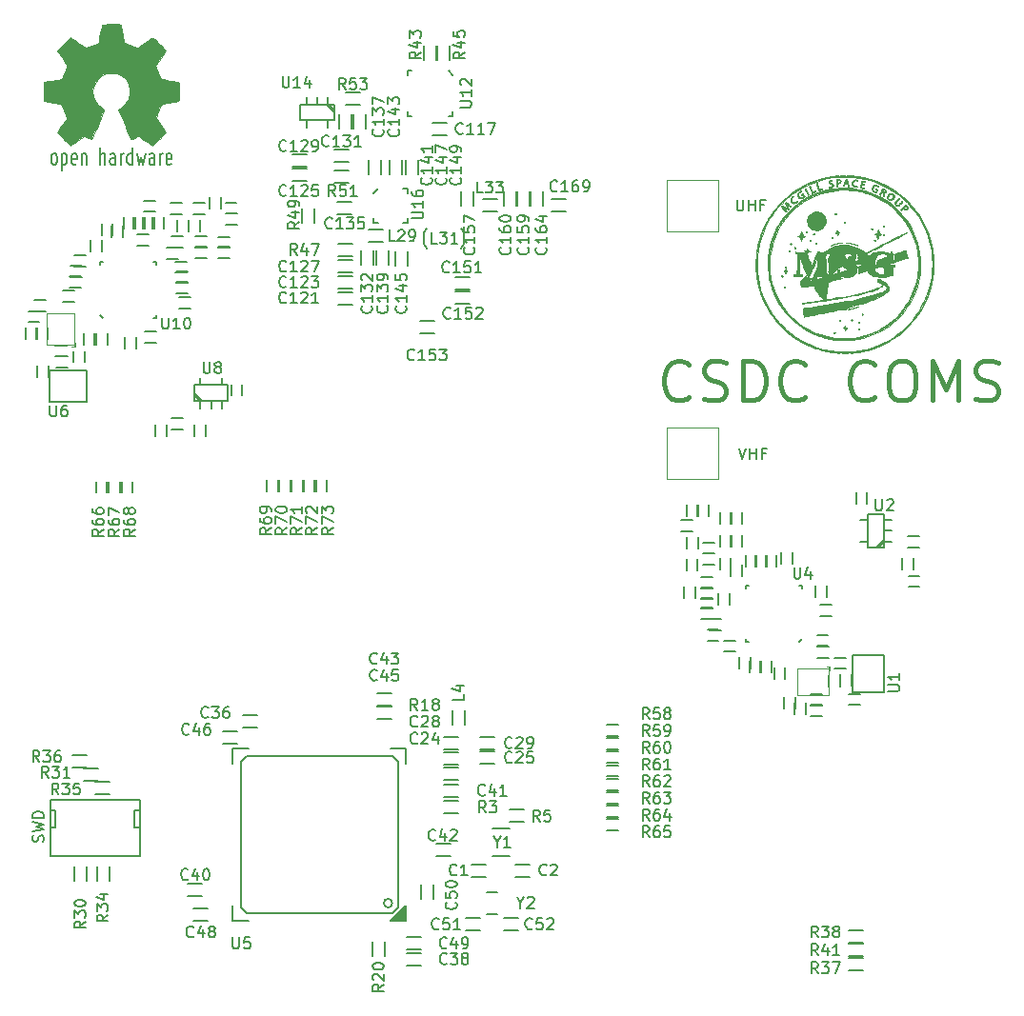
<source format=gbr>
G04 #@! TF.FileFunction,Legend,Top*
%FSLAX46Y46*%
G04 Gerber Fmt 4.6, Leading zero omitted, Abs format (unit mm)*
G04 Created by KiCad (PCBNEW 4.0.7) date Friday, March 09, 2018 'PMt' 08:43:15 PM*
%MOMM*%
%LPD*%
G01*
G04 APERTURE LIST*
%ADD10C,0.100000*%
%ADD11C,0.400000*%
%ADD12C,0.150000*%
%ADD13C,0.149860*%
%ADD14C,0.127000*%
%ADD15C,0.200000*%
%ADD16C,0.170000*%
%ADD17C,0.002540*%
%ADD18C,0.010000*%
G04 APERTURE END LIST*
D10*
D11*
X166153333Y-93580000D02*
X165986667Y-93746667D01*
X165486667Y-93913333D01*
X165153333Y-93913333D01*
X164653333Y-93746667D01*
X164320000Y-93413333D01*
X164153333Y-93080000D01*
X163986667Y-92413333D01*
X163986667Y-91913333D01*
X164153333Y-91246667D01*
X164320000Y-90913333D01*
X164653333Y-90580000D01*
X165153333Y-90413333D01*
X165486667Y-90413333D01*
X165986667Y-90580000D01*
X166153333Y-90746667D01*
X167486667Y-93746667D02*
X167986667Y-93913333D01*
X168820000Y-93913333D01*
X169153333Y-93746667D01*
X169320000Y-93580000D01*
X169486667Y-93246667D01*
X169486667Y-92913333D01*
X169320000Y-92580000D01*
X169153333Y-92413333D01*
X168820000Y-92246667D01*
X168153333Y-92080000D01*
X167820000Y-91913333D01*
X167653333Y-91746667D01*
X167486667Y-91413333D01*
X167486667Y-91080000D01*
X167653333Y-90746667D01*
X167820000Y-90580000D01*
X168153333Y-90413333D01*
X168986667Y-90413333D01*
X169486667Y-90580000D01*
X170986666Y-93913333D02*
X170986666Y-90413333D01*
X171820000Y-90413333D01*
X172320000Y-90580000D01*
X172653333Y-90913333D01*
X172820000Y-91246667D01*
X172986666Y-91913333D01*
X172986666Y-92413333D01*
X172820000Y-93080000D01*
X172653333Y-93413333D01*
X172320000Y-93746667D01*
X171820000Y-93913333D01*
X170986666Y-93913333D01*
X176486666Y-93580000D02*
X176320000Y-93746667D01*
X175820000Y-93913333D01*
X175486666Y-93913333D01*
X174986666Y-93746667D01*
X174653333Y-93413333D01*
X174486666Y-93080000D01*
X174320000Y-92413333D01*
X174320000Y-91913333D01*
X174486666Y-91246667D01*
X174653333Y-90913333D01*
X174986666Y-90580000D01*
X175486666Y-90413333D01*
X175820000Y-90413333D01*
X176320000Y-90580000D01*
X176486666Y-90746667D01*
X182653333Y-93580000D02*
X182486667Y-93746667D01*
X181986667Y-93913333D01*
X181653333Y-93913333D01*
X181153333Y-93746667D01*
X180820000Y-93413333D01*
X180653333Y-93080000D01*
X180486667Y-92413333D01*
X180486667Y-91913333D01*
X180653333Y-91246667D01*
X180820000Y-90913333D01*
X181153333Y-90580000D01*
X181653333Y-90413333D01*
X181986667Y-90413333D01*
X182486667Y-90580000D01*
X182653333Y-90746667D01*
X184820000Y-90413333D02*
X185486667Y-90413333D01*
X185820000Y-90580000D01*
X186153333Y-90913333D01*
X186320000Y-91580000D01*
X186320000Y-92746667D01*
X186153333Y-93413333D01*
X185820000Y-93746667D01*
X185486667Y-93913333D01*
X184820000Y-93913333D01*
X184486667Y-93746667D01*
X184153333Y-93413333D01*
X183986667Y-92746667D01*
X183986667Y-91580000D01*
X184153333Y-90913333D01*
X184486667Y-90580000D01*
X184820000Y-90413333D01*
X187820000Y-93913333D02*
X187820000Y-90413333D01*
X188986667Y-92913333D01*
X190153334Y-90413333D01*
X190153334Y-93913333D01*
X191653334Y-93746667D02*
X192153334Y-93913333D01*
X192986667Y-93913333D01*
X193320000Y-93746667D01*
X193486667Y-93580000D01*
X193653334Y-93246667D01*
X193653334Y-92913333D01*
X193486667Y-92580000D01*
X193320000Y-92413333D01*
X192986667Y-92246667D01*
X192320000Y-92080000D01*
X191986667Y-91913333D01*
X191820000Y-91746667D01*
X191653334Y-91413333D01*
X191653334Y-91080000D01*
X191820000Y-90746667D01*
X191986667Y-90580000D01*
X192320000Y-90413333D01*
X193153334Y-90413333D01*
X193653334Y-90580000D01*
D12*
X109400000Y-134400000D02*
X117400000Y-134400000D01*
X109400000Y-129400000D02*
X117400000Y-129400000D01*
X117400000Y-130400000D02*
X116900000Y-130400000D01*
X116900000Y-130400000D02*
X116900000Y-131900000D01*
X116900000Y-131900000D02*
X117400000Y-131900000D01*
X109400000Y-130400000D02*
X109900000Y-130400000D01*
X109900000Y-130400000D02*
X109900000Y-131900000D01*
X109900000Y-131900000D02*
X109400000Y-131900000D01*
X117400000Y-129400000D02*
X117400000Y-134400000D01*
X109400000Y-134400000D02*
X109400000Y-129400000D01*
X144800000Y-64600000D02*
X145175000Y-64975000D01*
X145175000Y-68225000D02*
X145175000Y-68600000D01*
X145175000Y-68600000D02*
X144800000Y-68600000D01*
X141175000Y-64975000D02*
X141175000Y-64600000D01*
X141175000Y-64600000D02*
X141550000Y-64600000D01*
X141175000Y-68225000D02*
X141175000Y-68600000D01*
X141175000Y-68600000D02*
X141550000Y-68600000D01*
D13*
X140851500Y-140224620D02*
X141049620Y-140026500D01*
X141049620Y-139825840D02*
X140650840Y-140224620D01*
X140450180Y-140224620D02*
X141049620Y-139625180D01*
X141049620Y-139427060D02*
X140252060Y-140224620D01*
X140051400Y-140224620D02*
X141049620Y-139226400D01*
X141049620Y-139025740D02*
X139850740Y-140224620D01*
X141049620Y-138825080D02*
X141049620Y-140224620D01*
X141049620Y-140224620D02*
X139650080Y-140224620D01*
X139650080Y-140224620D02*
X141049620Y-138825080D01*
X139650080Y-124827140D02*
X141049620Y-124827140D01*
X141049620Y-124827140D02*
X141049620Y-126226680D01*
X125652140Y-126226680D02*
X125652140Y-124827140D01*
X125652140Y-124827140D02*
X126950080Y-124827140D01*
X126950080Y-124827140D02*
X127051680Y-124827140D01*
X127051680Y-140224620D02*
X125652140Y-140224620D01*
X125652140Y-140224620D02*
X125652140Y-138825080D01*
X140351120Y-139025740D02*
X139850740Y-139526120D01*
X139850740Y-139526120D02*
X126851020Y-139526120D01*
X126851020Y-139526120D02*
X126350640Y-139025740D01*
X126350640Y-139025740D02*
X126350640Y-126026020D01*
X126350640Y-126026020D02*
X126851020Y-125525640D01*
X126851020Y-125525640D02*
X139850740Y-125525640D01*
X139850740Y-125525640D02*
X140351120Y-126026020D01*
X140351120Y-126026020D02*
X140351120Y-139025740D01*
D14*
X139820260Y-138614260D02*
G75*
G03X139820260Y-138614260I-381000J0D01*
G01*
D10*
X168794769Y-96320741D02*
X164194769Y-96320741D01*
X168794769Y-100920741D02*
X168794769Y-96320741D01*
X164194769Y-100920741D02*
X168794769Y-100920741D01*
X164194769Y-96320741D02*
X164194769Y-100920741D01*
X168800000Y-74280000D02*
X164200000Y-74280000D01*
X168800000Y-78880000D02*
X168800000Y-74280000D01*
X164200000Y-78880000D02*
X168800000Y-78880000D01*
X164200000Y-74280000D02*
X164200000Y-78880000D01*
X178719692Y-117605988D02*
X178619692Y-117705988D01*
X178719692Y-117605988D02*
X178719692Y-117905988D01*
X178719692Y-117605988D02*
X178419692Y-117605988D01*
X178619692Y-120105988D02*
X175819692Y-120105988D01*
X175819692Y-120105988D02*
X175819692Y-117705988D01*
X175819692Y-117705988D02*
X178619692Y-117705988D01*
X178619692Y-117705988D02*
X178619692Y-120105988D01*
X111643880Y-89091764D02*
X111543880Y-88991764D01*
X111643880Y-89091764D02*
X111343880Y-89091764D01*
X111643880Y-89091764D02*
X111643880Y-88791764D01*
X109143880Y-88991764D02*
X109143880Y-86191764D01*
X109143880Y-86191764D02*
X111543880Y-86191764D01*
X111543880Y-86191764D02*
X111543880Y-88991764D01*
X111543880Y-88991764D02*
X109143880Y-88991764D01*
D12*
X114084760Y-86581328D02*
X113834760Y-86331328D01*
X113834760Y-81831328D02*
X113834760Y-81581328D01*
X113834760Y-81581328D02*
X114084760Y-81581328D01*
X118834760Y-86331328D02*
X118834760Y-86581328D01*
X118834760Y-86581328D02*
X118584760Y-86581328D01*
X118834760Y-81831328D02*
X118834760Y-81581328D01*
X118834760Y-81581328D02*
X118584760Y-81581328D01*
X176259692Y-115155988D02*
X176009692Y-115405988D01*
X171509692Y-115405988D02*
X171259692Y-115405988D01*
X171259692Y-115405988D02*
X171259692Y-115155988D01*
X176009692Y-110405988D02*
X176259692Y-110405988D01*
X176259692Y-110405988D02*
X176259692Y-110655988D01*
X171509692Y-110405988D02*
X171259692Y-110405988D01*
X171259692Y-110405988D02*
X171259692Y-110655988D01*
X138172380Y-75481328D02*
X138572380Y-75081328D01*
X138172380Y-78081328D02*
X138172380Y-77681328D01*
X138572380Y-78081328D02*
X138172380Y-78081328D01*
X141172380Y-78081328D02*
X140772380Y-78081328D01*
X141172380Y-77681328D02*
X141172380Y-78081328D01*
X141172380Y-75081328D02*
X141172380Y-75481328D01*
X140772380Y-75081328D02*
X141172380Y-75081328D01*
D15*
X180634690Y-118250340D02*
X180634690Y-119260340D01*
X179634690Y-119260340D02*
X179634690Y-118250340D01*
X186649692Y-107005988D02*
X185639692Y-107005988D01*
X185639692Y-106005988D02*
X186649692Y-106005988D01*
X178569692Y-115755988D02*
X177559692Y-115755988D01*
X177559692Y-114755988D02*
X178569692Y-114755988D01*
X178884769Y-113110741D02*
X177874769Y-113110741D01*
X177874769Y-112110741D02*
X178884769Y-112110741D01*
X178409692Y-110415988D02*
X178409692Y-111425988D01*
X177409692Y-111425988D02*
X177409692Y-110415988D01*
X182034690Y-102050340D02*
X182034690Y-103060340D01*
X181034690Y-103060340D02*
X181034690Y-102050340D01*
X180124690Y-117780988D02*
X179114690Y-117780988D01*
X179114690Y-116780988D02*
X180124690Y-116780988D01*
X179609692Y-118365988D02*
X179609692Y-119375988D01*
X178609692Y-119375988D02*
X178609692Y-118365988D01*
X177039692Y-120075988D02*
X178049692Y-120075988D01*
X178049692Y-121075988D02*
X177039692Y-121075988D01*
X175609692Y-120325988D02*
X175609692Y-121335988D01*
X174609692Y-121335988D02*
X174609692Y-120325988D01*
X186694692Y-110505988D02*
X185684692Y-110505988D01*
X185684692Y-109505988D02*
X186694692Y-109505988D01*
X177039692Y-120985988D02*
X178049692Y-120985988D01*
X178049692Y-121985988D02*
X177039692Y-121985988D01*
X175359692Y-107415988D02*
X175359692Y-108425988D01*
X174359692Y-108425988D02*
X174359692Y-107415988D01*
X174759692Y-117695988D02*
X174759692Y-118705988D01*
X173759692Y-118705988D02*
X173759692Y-117695988D01*
X173984692Y-107670988D02*
X173984692Y-108680988D01*
X172984692Y-108680988D02*
X172984692Y-107670988D01*
X173499692Y-117065988D02*
X173499692Y-118075988D01*
X172499692Y-118075988D02*
X172499692Y-117065988D01*
X170319692Y-116255988D02*
X169309692Y-116255988D01*
X169309692Y-115255988D02*
X170319692Y-115255988D01*
X172589692Y-117065988D02*
X172589692Y-118075988D01*
X171589692Y-118075988D02*
X171589692Y-117065988D01*
X172209692Y-107670988D02*
X172209692Y-108680988D01*
X171209692Y-108680988D02*
X171209692Y-107670988D01*
X171684692Y-116765988D02*
X171684692Y-117775988D01*
X170684692Y-117775988D02*
X170684692Y-116765988D01*
X168829692Y-115295988D02*
X167819692Y-115295988D01*
X167819692Y-114295988D02*
X168829692Y-114295988D01*
X169049692Y-114355988D02*
X168039692Y-114355988D01*
X168039692Y-113355988D02*
X169049692Y-113355988D01*
X169959692Y-103865988D02*
X169959692Y-104875988D01*
X168959692Y-104875988D02*
X168959692Y-103865988D01*
X168934690Y-108930340D02*
X168934690Y-107920340D01*
X169934690Y-107920340D02*
X169934690Y-108930340D01*
X169959692Y-105920988D02*
X169959692Y-106930988D01*
X168959692Y-106930988D02*
X168959692Y-105920988D01*
X170884692Y-103895988D02*
X170884692Y-104905988D01*
X169884692Y-104905988D02*
X169884692Y-103895988D01*
X168424690Y-107540340D02*
X167414690Y-107540340D01*
X167414690Y-106540340D02*
X168424690Y-106540340D01*
X168294692Y-113305988D02*
X167284692Y-113305988D01*
X167284692Y-112305988D02*
X168294692Y-112305988D01*
X168294692Y-111555988D02*
X167284692Y-111555988D01*
X167284692Y-110555988D02*
X168294692Y-110555988D01*
X166959692Y-108045988D02*
X166959692Y-109055988D01*
X165959692Y-109055988D02*
X165959692Y-108045988D01*
X165474692Y-104555988D02*
X166484692Y-104555988D01*
X166484692Y-105555988D02*
X165474692Y-105555988D01*
X166959692Y-104190988D02*
X166959692Y-103180988D01*
X167959692Y-103180988D02*
X167959692Y-104190988D01*
X110982380Y-90981328D02*
X109972380Y-90981328D01*
X109972380Y-89981328D02*
X110982380Y-89981328D01*
X122247380Y-97055664D02*
X122247380Y-96045664D01*
X123247380Y-96045664D02*
X123247380Y-97055664D01*
X113522380Y-88925664D02*
X113522380Y-87915664D01*
X114522380Y-87915664D02*
X114522380Y-88925664D01*
X116084760Y-89291328D02*
X116084760Y-88281328D01*
X117084760Y-88281328D02*
X117084760Y-89291328D01*
X118862380Y-88815664D02*
X117852380Y-88815664D01*
X117852380Y-87815664D02*
X118862380Y-87815664D01*
X125500000Y-93490000D02*
X125500000Y-92480000D01*
X126500000Y-92480000D02*
X126500000Y-93490000D01*
X111472380Y-90525664D02*
X111472380Y-89515664D01*
X112472380Y-89515664D02*
X112472380Y-90525664D01*
X110882380Y-90015664D02*
X109872380Y-90015664D01*
X109872380Y-89015664D02*
X110882380Y-89015664D01*
X109172380Y-87425664D02*
X109172380Y-88435664D01*
X108172380Y-88435664D02*
X108172380Y-87425664D01*
X108994760Y-85981328D02*
X107984760Y-85981328D01*
X107984760Y-84981328D02*
X108994760Y-84981328D01*
X118747380Y-97050664D02*
X118747380Y-96040664D01*
X119747380Y-96040664D02*
X119747380Y-97050664D01*
X108222380Y-87425664D02*
X108222380Y-88435664D01*
X107222380Y-88435664D02*
X107222380Y-87425664D01*
X121882380Y-85715664D02*
X120872380Y-85715664D01*
X120872380Y-84715664D02*
X121882380Y-84715664D01*
X111562380Y-85115664D02*
X110552380Y-85115664D01*
X110552380Y-84115664D02*
X111562380Y-84115664D01*
X121594760Y-84381328D02*
X120584760Y-84381328D01*
X120584760Y-83381328D02*
X121594760Y-83381328D01*
X112182380Y-83865664D02*
X111172380Y-83865664D01*
X111172380Y-82865664D02*
X112182380Y-82865664D01*
X112972380Y-80691328D02*
X112972380Y-79681328D01*
X113972380Y-79681328D02*
X113972380Y-80691328D01*
X112212380Y-82965664D02*
X111202380Y-82965664D01*
X111202380Y-81965664D02*
X112212380Y-81965664D01*
X121582380Y-82565664D02*
X120572380Y-82565664D01*
X120572380Y-81565664D02*
X121582380Y-81565664D01*
X112594760Y-81981328D02*
X111584760Y-81981328D01*
X111584760Y-80981328D02*
X112594760Y-80981328D01*
X113972380Y-79205664D02*
X113972380Y-78195664D01*
X114972380Y-78195664D02*
X114972380Y-79205664D01*
X114872380Y-79425664D02*
X114872380Y-78415664D01*
X115872380Y-78415664D02*
X115872380Y-79425664D01*
X125352380Y-80355664D02*
X124342380Y-80355664D01*
X124342380Y-79355664D02*
X125352380Y-79355664D01*
X120202380Y-79315664D02*
X121212380Y-79315664D01*
X121212380Y-80315664D02*
X120202380Y-80315664D01*
X123352380Y-80315664D02*
X122342380Y-80315664D01*
X122342380Y-79315664D02*
X123352380Y-79315664D01*
X125352380Y-81245664D02*
X124342380Y-81245664D01*
X124342380Y-80245664D02*
X125352380Y-80245664D01*
X121732380Y-78865664D02*
X121732380Y-77855664D01*
X122732380Y-77855664D02*
X122732380Y-78865664D01*
X115952380Y-78645664D02*
X115952380Y-77635664D01*
X116952380Y-77635664D02*
X116952380Y-78645664D01*
X117672380Y-78645664D02*
X117672380Y-77635664D01*
X118672380Y-77635664D02*
X118672380Y-78645664D01*
X121152380Y-77335664D02*
X120142380Y-77335664D01*
X120142380Y-76335664D02*
X121152380Y-76335664D01*
X124562380Y-75815664D02*
X124562380Y-76825664D01*
X123562380Y-76825664D02*
X123562380Y-75815664D01*
X125002380Y-77265664D02*
X126012380Y-77265664D01*
X126012380Y-78265664D02*
X125002380Y-78265664D01*
X186134692Y-107895988D02*
X186134692Y-108905988D01*
X185134692Y-108905988D02*
X185134692Y-107895988D01*
X170934690Y-108550340D02*
X170934690Y-109560340D01*
X169934690Y-109560340D02*
X169934690Y-108550340D01*
X169779692Y-111055988D02*
X169779692Y-112065988D01*
X168779692Y-112065988D02*
X168779692Y-111055988D01*
X168424690Y-108540340D02*
X167414690Y-108540340D01*
X167414690Y-107540340D02*
X168424690Y-107540340D01*
X168299692Y-112455988D02*
X167289692Y-112455988D01*
X167289692Y-111455988D02*
X168299692Y-111455988D01*
X168294692Y-110655988D02*
X167284692Y-110655988D01*
X167284692Y-109655988D02*
X168294692Y-109655988D01*
X165984692Y-107065988D02*
X165984692Y-106055988D01*
X166984692Y-106055988D02*
X166984692Y-107065988D01*
X166734690Y-110450340D02*
X166734690Y-111460340D01*
X165734690Y-111460340D02*
X165734690Y-110450340D01*
X165984692Y-104190988D02*
X165984692Y-103180988D01*
X166984692Y-103180988D02*
X166984692Y-104190988D01*
X121232380Y-96515664D02*
X120222380Y-96515664D01*
X120222380Y-95515664D02*
X121232380Y-95515664D01*
X120792380Y-81325664D02*
X119782380Y-81325664D01*
X119782380Y-80325664D02*
X120792380Y-80325664D01*
X118182380Y-80155664D02*
X117172380Y-80155664D01*
X117172380Y-79155664D02*
X118182380Y-79155664D01*
X120684760Y-78871328D02*
X120684760Y-77861328D01*
X121684760Y-77861328D02*
X121684760Y-78871328D01*
X116802380Y-78645664D02*
X116802380Y-77635664D01*
X117802380Y-77635664D02*
X117802380Y-78645664D01*
X118532380Y-78655664D02*
X118532380Y-77645664D01*
X119532380Y-77645664D02*
X119532380Y-78655664D01*
X122132380Y-76335664D02*
X123142380Y-76335664D01*
X123142380Y-77335664D02*
X122132380Y-77335664D01*
X118762380Y-77135664D02*
X117752380Y-77135664D01*
X117752380Y-76135664D02*
X118762380Y-76135664D01*
X124982380Y-76315664D02*
X125992380Y-76315664D01*
X125992380Y-77315664D02*
X124982380Y-77315664D01*
X181399692Y-121005988D02*
X180389692Y-121005988D01*
X180389692Y-120005988D02*
X181399692Y-120005988D01*
X176589692Y-120805988D02*
X176589692Y-121815988D01*
X175589692Y-121815988D02*
X175589692Y-120805988D01*
X177569692Y-115805988D02*
X178579692Y-115805988D01*
X178579692Y-116805988D02*
X177569692Y-116805988D01*
X173109692Y-107670988D02*
X173109692Y-108680988D01*
X172109692Y-108680988D02*
X172109692Y-107670988D01*
X170909692Y-105920988D02*
X170909692Y-106930988D01*
X169909692Y-106930988D02*
X169909692Y-105920988D01*
X108272380Y-91805664D02*
X108272380Y-90795664D01*
X109272380Y-90795664D02*
X109272380Y-91805664D01*
X108462380Y-86965664D02*
X107452380Y-86965664D01*
X107452380Y-85965664D02*
X108462380Y-85965664D01*
X113372380Y-87925664D02*
X113372380Y-88935664D01*
X112372380Y-88935664D02*
X112372380Y-87925664D01*
X121594760Y-83481328D02*
X120584760Y-83481328D01*
X120584760Y-82481328D02*
X121594760Y-82481328D01*
X123332380Y-81275664D02*
X122322380Y-81275664D01*
X122322380Y-80275664D02*
X123332380Y-80275664D01*
X159929259Y-124954769D02*
X158919259Y-124954769D01*
X158919259Y-123954769D02*
X159929259Y-123954769D01*
X159929259Y-126154769D02*
X158919259Y-126154769D01*
X158919259Y-125154769D02*
X159929259Y-125154769D01*
X159929259Y-127354769D02*
X158919259Y-127354769D01*
X158919259Y-126354769D02*
X159929259Y-126354769D01*
X159929259Y-128554769D02*
X158919259Y-128554769D01*
X158919259Y-127554769D02*
X159929259Y-127554769D01*
X159929259Y-129754769D02*
X158919259Y-129754769D01*
X158919259Y-128754769D02*
X159929259Y-128754769D01*
X159929259Y-130954769D02*
X158919259Y-130954769D01*
X158919259Y-129954769D02*
X159929259Y-129954769D01*
X159929259Y-132154769D02*
X158919259Y-132154769D01*
X158919259Y-131154769D02*
X159929259Y-131154769D01*
X114472380Y-101115664D02*
X114472380Y-102125664D01*
X113472380Y-102125664D02*
X113472380Y-101115664D01*
X115617380Y-101115664D02*
X115617380Y-102125664D01*
X114617380Y-102125664D02*
X114617380Y-101115664D01*
X116762380Y-101115664D02*
X116762380Y-102125664D01*
X115762380Y-102125664D02*
X115762380Y-101115664D01*
X129662380Y-100990000D02*
X129662380Y-102000000D01*
X128662380Y-102000000D02*
X128662380Y-100990000D01*
X130752380Y-100990000D02*
X130752380Y-102000000D01*
X129752380Y-102000000D02*
X129752380Y-100990000D01*
X131842380Y-100990000D02*
X131842380Y-102000000D01*
X130842380Y-102000000D02*
X130842380Y-100990000D01*
X132932380Y-100990000D02*
X132932380Y-102000000D01*
X131932380Y-102000000D02*
X131932380Y-100990000D01*
X134022380Y-100990000D02*
X134022380Y-102000000D01*
X133022380Y-102000000D02*
X133022380Y-100990000D01*
X159929259Y-123754769D02*
X158919259Y-123754769D01*
X158919259Y-122754769D02*
X159929259Y-122754769D01*
D16*
X135682380Y-67645664D02*
X136952380Y-67645664D01*
X135682380Y-66545664D02*
X136952380Y-66545664D01*
X134684760Y-74531328D02*
X135954760Y-74531328D01*
X134684760Y-73431328D02*
X135954760Y-73431328D01*
X131802380Y-76825664D02*
X131802380Y-78095664D01*
X132902380Y-76825664D02*
X132902380Y-78095664D01*
X135002380Y-81065664D02*
X136272380Y-81065664D01*
X135002380Y-79965664D02*
X136272380Y-79965664D01*
X143834760Y-62381328D02*
X143834760Y-63651328D01*
X144934760Y-62381328D02*
X144934760Y-63651328D01*
X142634760Y-62381328D02*
X142634760Y-63651328D01*
X143734760Y-62381328D02*
X143734760Y-63651328D01*
X180400000Y-143350000D02*
X181670000Y-143350000D01*
X180400000Y-142250000D02*
X181670000Y-142250000D01*
X181670000Y-141050000D02*
X180400000Y-141050000D01*
X181670000Y-142150000D02*
X180400000Y-142150000D01*
X181670000Y-143450000D02*
X180400000Y-143450000D01*
X181670000Y-144550000D02*
X180400000Y-144550000D01*
X112670000Y-125450000D02*
X111400000Y-125450000D01*
X112670000Y-126550000D02*
X111400000Y-126550000D01*
X114670000Y-127850000D02*
X113400000Y-127850000D01*
X114670000Y-128950000D02*
X113400000Y-128950000D01*
X114650000Y-136670000D02*
X114650000Y-135400000D01*
X113550000Y-136670000D02*
X113550000Y-135400000D01*
X112400000Y-127750000D02*
X113670000Y-127750000D01*
X112400000Y-126650000D02*
X113670000Y-126650000D01*
X111550000Y-135400000D02*
X111550000Y-136670000D01*
X112650000Y-135400000D02*
X112650000Y-136670000D01*
X138070000Y-142010000D02*
X138070000Y-143280000D01*
X139170000Y-142010000D02*
X139170000Y-143280000D01*
X144400000Y-124950000D02*
X145670000Y-124950000D01*
X144400000Y-123850000D02*
X145670000Y-123850000D01*
X150230000Y-131353015D02*
X151500000Y-131353015D01*
X150230000Y-130253015D02*
X151500000Y-130253015D01*
X144400000Y-130650000D02*
X145670000Y-130650000D01*
X144400000Y-129550000D02*
X145670000Y-129550000D01*
X149184760Y-76031328D02*
X147914760Y-76031328D01*
X149184760Y-77131328D02*
X147914760Y-77131328D01*
X138952380Y-78755664D02*
X137682380Y-78755664D01*
X138952380Y-79855664D02*
X137682380Y-79855664D01*
X146230000Y-122710000D02*
X146230000Y-121440000D01*
X145130000Y-122710000D02*
X145130000Y-121440000D01*
X155280000Y-76031328D02*
X154010000Y-76031328D01*
X155280000Y-77131328D02*
X154010000Y-77131328D01*
X153250000Y-76580000D02*
X153250000Y-75310000D01*
X152150000Y-76580000D02*
X152150000Y-75310000D01*
X150850000Y-76581328D02*
X150850000Y-75311328D01*
X149750000Y-76581328D02*
X149750000Y-75311328D01*
X150950000Y-75311328D02*
X150950000Y-76581328D01*
X152050000Y-75311328D02*
X152050000Y-76581328D01*
X145934760Y-75310000D02*
X145934760Y-76580000D01*
X147034760Y-75310000D02*
X147034760Y-76580000D01*
X142332380Y-87915664D02*
X143602380Y-87915664D01*
X142332380Y-86815664D02*
X143602380Y-86815664D01*
X145384760Y-85331328D02*
X146654760Y-85331328D01*
X145384760Y-84231328D02*
X146654760Y-84231328D01*
X145384760Y-84031328D02*
X146654760Y-84031328D01*
X145384760Y-82931328D02*
X146654760Y-82931328D01*
X142134760Y-73781328D02*
X142134760Y-72511328D01*
X141034760Y-73781328D02*
X141034760Y-72511328D01*
X140722380Y-73781328D02*
X140722380Y-72511328D01*
X139622380Y-73781328D02*
X139622380Y-72511328D01*
X140102380Y-80635664D02*
X140102380Y-81905664D01*
X141202380Y-80635664D02*
X141202380Y-81905664D01*
X136400000Y-68440000D02*
X136400000Y-69710000D01*
X137500000Y-68440000D02*
X137500000Y-69710000D01*
X138822380Y-73781328D02*
X138822380Y-72511328D01*
X137722380Y-73781328D02*
X137722380Y-72511328D01*
X138422380Y-80615664D02*
X138422380Y-81885664D01*
X139522380Y-80615664D02*
X139522380Y-81885664D01*
X136234760Y-69715664D02*
X136234760Y-68445664D01*
X135134760Y-69715664D02*
X135134760Y-68445664D01*
X136172380Y-76275664D02*
X134902380Y-76275664D01*
X136172380Y-77375664D02*
X134902380Y-77375664D01*
X137034760Y-80611328D02*
X137034760Y-81881328D01*
X138134760Y-80611328D02*
X138134760Y-81881328D01*
X134672380Y-72665664D02*
X135942380Y-72665664D01*
X134672380Y-71565664D02*
X135942380Y-71565664D01*
X132184760Y-72031328D02*
X130914760Y-72031328D01*
X132184760Y-73131328D02*
X130914760Y-73131328D01*
X134998044Y-82565664D02*
X136268044Y-82565664D01*
X134998044Y-81465664D02*
X136268044Y-81465664D01*
X132182380Y-73325664D02*
X130912380Y-73325664D01*
X132182380Y-74425664D02*
X130912380Y-74425664D01*
X134998044Y-83965664D02*
X136268044Y-83965664D01*
X134998044Y-82865664D02*
X136268044Y-82865664D01*
X134998044Y-85365664D02*
X136268044Y-85365664D01*
X134998044Y-84265664D02*
X136268044Y-84265664D01*
X144684760Y-69231328D02*
X143414760Y-69231328D01*
X144684760Y-70331328D02*
X143414760Y-70331328D01*
X149700000Y-141050000D02*
X150970000Y-141050000D01*
X149700000Y-139950000D02*
X150970000Y-139950000D01*
X147600000Y-139950000D02*
X146330000Y-139950000D01*
X147600000Y-141050000D02*
X146330000Y-141050000D01*
X142350000Y-137000000D02*
X142350000Y-138270000D01*
X143450000Y-137000000D02*
X143450000Y-138270000D01*
X141140000Y-142740000D02*
X142410000Y-142740000D01*
X141140000Y-141640000D02*
X142410000Y-141640000D01*
X123400000Y-139100000D02*
X122130000Y-139100000D01*
X123400000Y-140200000D02*
X122130000Y-140200000D01*
X126000000Y-123350000D02*
X124730000Y-123350000D01*
X126000000Y-124450000D02*
X124730000Y-124450000D01*
X138450000Y-122270000D02*
X139720000Y-122270000D01*
X138450000Y-121170000D02*
X139720000Y-121170000D01*
X138450000Y-121020000D02*
X139720000Y-121020000D01*
X138450000Y-119920000D02*
X139720000Y-119920000D01*
X143700000Y-134450000D02*
X144970000Y-134450000D01*
X143700000Y-133350000D02*
X144970000Y-133350000D01*
X144400000Y-129150000D02*
X145670000Y-129150000D01*
X144400000Y-128050000D02*
X145670000Y-128050000D01*
X122912380Y-136915664D02*
X121642380Y-136915664D01*
X122912380Y-138015664D02*
X121642380Y-138015664D01*
X141140000Y-144140000D02*
X142410000Y-144140000D01*
X141140000Y-143040000D02*
X142410000Y-143040000D01*
X127820000Y-121900000D02*
X126550000Y-121900000D01*
X127820000Y-123000000D02*
X126550000Y-123000000D01*
X148920000Y-123840000D02*
X147650000Y-123840000D01*
X148920000Y-124940000D02*
X147650000Y-124940000D01*
X144400000Y-126260000D02*
X145670000Y-126260000D01*
X144400000Y-125160000D02*
X145670000Y-125160000D01*
X148920000Y-125140000D02*
X147650000Y-125140000D01*
X148920000Y-126240000D02*
X147650000Y-126240000D01*
X144400000Y-127650000D02*
X145670000Y-127650000D01*
X144400000Y-126550000D02*
X145670000Y-126550000D01*
X150800000Y-136250000D02*
X152070000Y-136250000D01*
X150800000Y-135150000D02*
X152070000Y-135150000D01*
X148112339Y-135150000D02*
X146842339Y-135150000D01*
X148112339Y-136250000D02*
X146842339Y-136250000D01*
X148712339Y-134403015D02*
X150212339Y-134403015D01*
X148712339Y-132003015D02*
X150212339Y-132003015D01*
X148189840Y-139550000D02*
X149139840Y-139550000D01*
X148189840Y-137650000D02*
X149139840Y-137650000D01*
X112672380Y-91215664D02*
X109322380Y-91215664D01*
X112672380Y-94015664D02*
X112672380Y-91215664D01*
X109322380Y-94015664D02*
X112672380Y-94015664D01*
X109322380Y-91215664D02*
X109322380Y-94015664D01*
X180750000Y-116550000D02*
X180750000Y-119900000D01*
X183550000Y-116550000D02*
X180750000Y-116550000D01*
X183550000Y-119900000D02*
X183550000Y-116550000D01*
X180750000Y-119900000D02*
X183550000Y-119900000D01*
D14*
X183505140Y-106353400D02*
X182857440Y-107001100D01*
X183505140Y-106505800D02*
X183009840Y-107001100D01*
X182108140Y-104550000D02*
X181447740Y-104550000D01*
X182108140Y-106455000D02*
X181447740Y-106455000D01*
X183505140Y-105502500D02*
X184165540Y-105502500D01*
X183505140Y-104550000D02*
X184165540Y-104550000D01*
X183505140Y-106455000D02*
X184165540Y-106455000D01*
X182108140Y-107001100D02*
X182108140Y-104003900D01*
X182108140Y-104003900D02*
X183505140Y-104003900D01*
X183505140Y-104003900D02*
X183505140Y-107001100D01*
X183505140Y-107001100D02*
X182108140Y-107001100D01*
X122873980Y-93948500D02*
X122226280Y-93300800D01*
X122721580Y-93948500D02*
X122226280Y-93453200D01*
X124677380Y-92551500D02*
X124677380Y-91891100D01*
X122772380Y-92551500D02*
X122772380Y-91891100D01*
X123724880Y-93948500D02*
X123724880Y-94608900D01*
X124677380Y-93948500D02*
X124677380Y-94608900D01*
X122772380Y-93948500D02*
X122772380Y-94608900D01*
X122226280Y-92551500D02*
X125223480Y-92551500D01*
X125223480Y-92551500D02*
X125223480Y-93948500D01*
X125223480Y-93948500D02*
X122226280Y-93948500D01*
X122226280Y-93948500D02*
X122226280Y-92551500D01*
X133983160Y-67612828D02*
X134630860Y-68260528D01*
X134135560Y-67612828D02*
X134630860Y-68108128D01*
X132179760Y-69009828D02*
X132179760Y-69670228D01*
X134084760Y-69009828D02*
X134084760Y-69670228D01*
X133132260Y-67612828D02*
X133132260Y-66952428D01*
X132179760Y-67612828D02*
X132179760Y-66952428D01*
X134084760Y-67612828D02*
X134084760Y-66952428D01*
X134630860Y-69009828D02*
X131633660Y-69009828D01*
X131633660Y-69009828D02*
X131633660Y-67612828D01*
X131633660Y-67612828D02*
X134630860Y-67612828D01*
X134630860Y-67612828D02*
X134630860Y-69009828D01*
D12*
X120060000Y-72960000D02*
X120160000Y-72890000D01*
X119880000Y-72960000D02*
X120060000Y-72960000D01*
X119780000Y-72890000D02*
X119880000Y-72960000D01*
X119730000Y-72750000D02*
X119780000Y-72890000D01*
X119730000Y-72170000D02*
X119730000Y-72750000D01*
X119790000Y-72020000D02*
X119730000Y-72170000D01*
X119890000Y-71950000D02*
X119790000Y-72020000D01*
X120060000Y-71950000D02*
X119890000Y-71950000D01*
X120160000Y-72040000D02*
X120060000Y-71950000D01*
X120210000Y-72170000D02*
X120160000Y-72040000D01*
X120210000Y-72440000D02*
X120210000Y-72170000D01*
X119730000Y-72440000D02*
X120210000Y-72440000D01*
X119160000Y-71960000D02*
X119160000Y-72960000D01*
X119210000Y-72100000D02*
X119160000Y-72270000D01*
X119250000Y-72040000D02*
X119210000Y-72100000D01*
X119350000Y-71960000D02*
X119250000Y-72040000D01*
X119460000Y-71960000D02*
X119350000Y-71960000D01*
X117110000Y-71950000D02*
X117300000Y-72960000D01*
X117300000Y-72960000D02*
X117490000Y-72240000D01*
X117490000Y-72240000D02*
X117680000Y-72960000D01*
X117680000Y-72960000D02*
X117880000Y-71950000D01*
X116730000Y-72880000D02*
X116640000Y-72960000D01*
X116640000Y-72960000D02*
X116450000Y-72960000D01*
X116450000Y-72960000D02*
X116380000Y-72910000D01*
X116380000Y-72910000D02*
X116310000Y-72830000D01*
X116310000Y-72830000D02*
X116250000Y-72670000D01*
X116250000Y-72670000D02*
X116250000Y-72250000D01*
X116250000Y-72250000D02*
X116300000Y-72100000D01*
X116300000Y-72100000D02*
X116370000Y-72010000D01*
X116370000Y-72010000D02*
X116450000Y-71960000D01*
X116450000Y-71960000D02*
X116630000Y-71960000D01*
X116630000Y-71960000D02*
X116730000Y-72040000D01*
X116730000Y-71460000D02*
X116730000Y-72960000D01*
X115980000Y-71960000D02*
X115870000Y-71960000D01*
X115870000Y-71960000D02*
X115770000Y-72040000D01*
X115770000Y-72040000D02*
X115730000Y-72100000D01*
X115730000Y-72100000D02*
X115680000Y-72270000D01*
X115680000Y-71960000D02*
X115680000Y-72960000D01*
X118690000Y-72170000D02*
X118690000Y-72960000D01*
X118630000Y-72020000D02*
X118690000Y-72170000D01*
X118540000Y-71950000D02*
X118630000Y-72020000D01*
X118360000Y-71950000D02*
X118540000Y-71950000D01*
X118250000Y-72030000D02*
X118360000Y-71950000D01*
X118210000Y-72730000D02*
X118250000Y-72870000D01*
X118210000Y-72600000D02*
X118210000Y-72730000D01*
X118260000Y-72460000D02*
X118210000Y-72600000D01*
X118360000Y-72380000D02*
X118260000Y-72460000D01*
X118600000Y-72380000D02*
X118360000Y-72380000D01*
X118690000Y-72310000D02*
X118600000Y-72380000D01*
X118590000Y-72960000D02*
X118690000Y-72880000D01*
X118360000Y-72960000D02*
X118590000Y-72960000D01*
X118250000Y-72870000D02*
X118360000Y-72960000D01*
X114770000Y-72870000D02*
X114880000Y-72960000D01*
X114880000Y-72960000D02*
X115110000Y-72960000D01*
X115110000Y-72960000D02*
X115210000Y-72880000D01*
X115210000Y-72310000D02*
X115120000Y-72380000D01*
X115120000Y-72380000D02*
X114880000Y-72380000D01*
X114880000Y-72380000D02*
X114780000Y-72460000D01*
X114780000Y-72460000D02*
X114730000Y-72600000D01*
X114730000Y-72600000D02*
X114730000Y-72730000D01*
X114730000Y-72730000D02*
X114770000Y-72870000D01*
X114770000Y-72030000D02*
X114880000Y-71950000D01*
X114880000Y-71950000D02*
X115060000Y-71950000D01*
X115060000Y-71950000D02*
X115150000Y-72020000D01*
X115150000Y-72020000D02*
X115210000Y-72170000D01*
X115210000Y-72170000D02*
X115210000Y-72960000D01*
X113870000Y-72960000D02*
X113870000Y-71460000D01*
X113930000Y-72020000D02*
X113870000Y-72090000D01*
X114010000Y-71960000D02*
X113930000Y-72020000D01*
X114150000Y-71960000D02*
X114010000Y-71960000D01*
X114250000Y-72030000D02*
X114150000Y-71960000D01*
X114300000Y-72180000D02*
X114250000Y-72030000D01*
X114300000Y-72960000D02*
X114300000Y-72180000D01*
X112640000Y-72960000D02*
X112640000Y-72180000D01*
X112640000Y-72180000D02*
X112590000Y-72030000D01*
X112590000Y-72030000D02*
X112490000Y-71960000D01*
X112490000Y-71960000D02*
X112350000Y-71960000D01*
X112350000Y-71960000D02*
X112270000Y-72020000D01*
X112270000Y-72020000D02*
X112210000Y-72090000D01*
X112210000Y-71960000D02*
X112210000Y-72960000D01*
X111300000Y-72440000D02*
X111780000Y-72440000D01*
X111780000Y-72440000D02*
X111780000Y-72170000D01*
X111780000Y-72170000D02*
X111730000Y-72040000D01*
X111730000Y-72040000D02*
X111630000Y-71950000D01*
X111630000Y-71950000D02*
X111460000Y-71950000D01*
X111460000Y-71950000D02*
X111360000Y-72020000D01*
X111360000Y-72020000D02*
X111300000Y-72170000D01*
X111300000Y-72170000D02*
X111300000Y-72750000D01*
X111300000Y-72750000D02*
X111350000Y-72890000D01*
X111350000Y-72890000D02*
X111450000Y-72960000D01*
X111450000Y-72960000D02*
X111630000Y-72960000D01*
X111630000Y-72960000D02*
X111730000Y-72890000D01*
X110440000Y-71950000D02*
X110440000Y-73460000D01*
X110550000Y-71950000D02*
X110730000Y-71950000D01*
X110550000Y-72950000D02*
X110740000Y-72950000D01*
X110550000Y-71950000D02*
X110470000Y-72010000D01*
X110820000Y-72020000D02*
X110730000Y-71950000D01*
X110870000Y-72090000D02*
X110820000Y-72020000D01*
X110920000Y-72250000D02*
X110870000Y-72090000D01*
X110920000Y-72660000D02*
X110920000Y-72250000D01*
X110870000Y-72800000D02*
X110920000Y-72660000D01*
X110830000Y-72870000D02*
X110870000Y-72800000D01*
X110730000Y-72950000D02*
X110830000Y-72870000D01*
X110450000Y-72880000D02*
X110550000Y-72950000D01*
X109490000Y-72250000D02*
X109490000Y-72660000D01*
X109490000Y-72660000D02*
X109540000Y-72800000D01*
X109540000Y-72800000D02*
X109590000Y-72890000D01*
X109590000Y-72890000D02*
X109690000Y-72960000D01*
X109690000Y-72960000D02*
X109830000Y-72960000D01*
X109830000Y-72960000D02*
X109930000Y-72880000D01*
X109930000Y-72880000D02*
X109970000Y-72810000D01*
X109970000Y-72810000D02*
X110020000Y-72670000D01*
X110020000Y-72670000D02*
X110020000Y-72260000D01*
X110020000Y-72260000D02*
X109970000Y-72100000D01*
X109970000Y-72100000D02*
X109920000Y-72030000D01*
X109920000Y-72030000D02*
X109830000Y-71960000D01*
X109830000Y-71960000D02*
X109680000Y-71960000D01*
X109680000Y-71960000D02*
X109600000Y-72020000D01*
X109600000Y-72020000D02*
X109540000Y-72100000D01*
X109540000Y-72100000D02*
X109490000Y-72250000D01*
D17*
G36*
X111212720Y-71239880D02*
X111276220Y-71206860D01*
X111415920Y-71117960D01*
X111616580Y-70988420D01*
X111852800Y-70828400D01*
X112091560Y-70668380D01*
X112287140Y-70536300D01*
X112424300Y-70449940D01*
X112480180Y-70416920D01*
X112510660Y-70427080D01*
X112624960Y-70482960D01*
X112787520Y-70569320D01*
X112884040Y-70617580D01*
X113033900Y-70683620D01*
X113107560Y-70696320D01*
X113120260Y-70676000D01*
X113176140Y-70559160D01*
X113262500Y-70363580D01*
X113376800Y-70101960D01*
X113506340Y-69799700D01*
X113643500Y-69469500D01*
X113783200Y-69134220D01*
X113915280Y-68816720D01*
X114034660Y-68529700D01*
X114128640Y-68296020D01*
X114189600Y-68133460D01*
X114212460Y-68062340D01*
X114204840Y-68047100D01*
X114131180Y-67975980D01*
X113999100Y-67876920D01*
X113714620Y-67645780D01*
X113435220Y-67295260D01*
X113265040Y-66899020D01*
X113206620Y-66457060D01*
X113254880Y-66048120D01*
X113417440Y-65654420D01*
X113691760Y-65301360D01*
X114024500Y-65037200D01*
X114413120Y-64872100D01*
X114850000Y-64816220D01*
X115269100Y-64864480D01*
X115670420Y-65021960D01*
X116023480Y-65291200D01*
X116173340Y-65463920D01*
X116379080Y-65822060D01*
X116495920Y-66208140D01*
X116508620Y-66304660D01*
X116490840Y-66726300D01*
X116366380Y-67130160D01*
X116145400Y-67490840D01*
X115835520Y-67788020D01*
X115797420Y-67815960D01*
X115652640Y-67922640D01*
X115558660Y-67996300D01*
X115482460Y-68057260D01*
X116018400Y-69350120D01*
X116104760Y-69555860D01*
X116252080Y-69906380D01*
X116381620Y-70211180D01*
X116485760Y-70455020D01*
X116556880Y-70615040D01*
X116587360Y-70681080D01*
X116592440Y-70683620D01*
X116638160Y-70691240D01*
X116737220Y-70655680D01*
X116917560Y-70569320D01*
X117036940Y-70508360D01*
X117174100Y-70442320D01*
X117235060Y-70416920D01*
X117288400Y-70444860D01*
X117420480Y-70531220D01*
X117610980Y-70660760D01*
X117842120Y-70815700D01*
X118063100Y-70965560D01*
X118266300Y-71100180D01*
X118413620Y-71194160D01*
X118484740Y-71232260D01*
X118494900Y-71232260D01*
X118558400Y-71196700D01*
X118675240Y-71100180D01*
X118850500Y-70932540D01*
X119099420Y-70688700D01*
X119137520Y-70650600D01*
X119343260Y-70442320D01*
X119508360Y-70267060D01*
X119620120Y-70142600D01*
X119660760Y-70086720D01*
X119660760Y-70086720D01*
X119622660Y-70015600D01*
X119531220Y-69868280D01*
X119396600Y-69665080D01*
X119234040Y-69423780D01*
X118804780Y-68804020D01*
X119041000Y-68217280D01*
X119112120Y-68036940D01*
X119203560Y-67818500D01*
X119272140Y-67663560D01*
X119307700Y-67594980D01*
X119371200Y-67572120D01*
X119531220Y-67534020D01*
X119764900Y-67485760D01*
X120041760Y-67434960D01*
X120305920Y-67386700D01*
X120544680Y-67340980D01*
X120717400Y-67307960D01*
X120796140Y-67292720D01*
X120813920Y-67280020D01*
X120829160Y-67241920D01*
X120839320Y-67160640D01*
X120844400Y-67015860D01*
X120849480Y-66787260D01*
X120849480Y-66457060D01*
X120849480Y-66421500D01*
X120844400Y-66106540D01*
X120839320Y-65855080D01*
X120831700Y-65689980D01*
X120819000Y-65623940D01*
X120819000Y-65623940D01*
X120745340Y-65606160D01*
X120575160Y-65570600D01*
X120336400Y-65522340D01*
X120051920Y-65469000D01*
X120034140Y-65466460D01*
X119749660Y-65410580D01*
X119513440Y-65362320D01*
X119345800Y-65324220D01*
X119277220Y-65301360D01*
X119261980Y-65281040D01*
X119203560Y-65169280D01*
X119122280Y-64994020D01*
X119028300Y-64780660D01*
X118936860Y-64557140D01*
X118855580Y-64356480D01*
X118802240Y-64206620D01*
X118787000Y-64138040D01*
X118787000Y-64138040D01*
X118830180Y-64069460D01*
X118926700Y-63922140D01*
X119066400Y-63718940D01*
X119231500Y-63477640D01*
X119244200Y-63457320D01*
X119406760Y-63218560D01*
X119538840Y-63015360D01*
X119627740Y-62870580D01*
X119660760Y-62807080D01*
X119660760Y-62802000D01*
X119604880Y-62730880D01*
X119482960Y-62593720D01*
X119307700Y-62410840D01*
X119099420Y-62200020D01*
X119030840Y-62133980D01*
X118799700Y-61905380D01*
X118637140Y-61758060D01*
X118535540Y-61676780D01*
X118487280Y-61659000D01*
X118484740Y-61661540D01*
X118413620Y-61704720D01*
X118261220Y-61803780D01*
X118055480Y-61943480D01*
X117811640Y-62108580D01*
X117796400Y-62118740D01*
X117555100Y-62281300D01*
X117356980Y-62418460D01*
X117214740Y-62512440D01*
X117151240Y-62548000D01*
X117141080Y-62548000D01*
X117044560Y-62520060D01*
X116874380Y-62461640D01*
X116663560Y-62380360D01*
X116442580Y-62291460D01*
X116239380Y-62205100D01*
X116089520Y-62136520D01*
X116018400Y-62095880D01*
X116015860Y-62093340D01*
X115990460Y-62006980D01*
X115949820Y-61826640D01*
X115896480Y-61580260D01*
X115843140Y-61285620D01*
X115832980Y-61239900D01*
X115779640Y-60952880D01*
X115733920Y-60716660D01*
X115698360Y-60554100D01*
X115683120Y-60485520D01*
X115642480Y-60477900D01*
X115502780Y-60467740D01*
X115289420Y-60460120D01*
X115030340Y-60457580D01*
X114758560Y-60460120D01*
X114494400Y-60465200D01*
X114268340Y-60472820D01*
X114105780Y-60485520D01*
X114037200Y-60498220D01*
X114034660Y-60503300D01*
X114011800Y-60592200D01*
X113971160Y-60770000D01*
X113920360Y-61018920D01*
X113864480Y-61313560D01*
X113854320Y-61366900D01*
X113800980Y-61651380D01*
X113752720Y-61885060D01*
X113717160Y-62045080D01*
X113699380Y-62108580D01*
X113673980Y-62121280D01*
X113557140Y-62174620D01*
X113366640Y-62253360D01*
X113127880Y-62349880D01*
X112579240Y-62570860D01*
X111906140Y-62108580D01*
X111845180Y-62067940D01*
X111601340Y-61902840D01*
X111403220Y-61770760D01*
X111263520Y-61681860D01*
X111207640Y-61648840D01*
X111202560Y-61651380D01*
X111133980Y-61709800D01*
X111001900Y-61834260D01*
X110819020Y-62012060D01*
X110608200Y-62222880D01*
X110450720Y-62380360D01*
X110265300Y-62568320D01*
X110148460Y-62695320D01*
X110082420Y-62776600D01*
X110059560Y-62827400D01*
X110067180Y-62860420D01*
X110110360Y-62929000D01*
X110209420Y-63076320D01*
X110346580Y-63282060D01*
X110511680Y-63518280D01*
X110646300Y-63718940D01*
X110793620Y-63945000D01*
X110887600Y-64105020D01*
X110920620Y-64183760D01*
X110913000Y-64216780D01*
X110864740Y-64348860D01*
X110786000Y-64549520D01*
X110684400Y-64785740D01*
X110450720Y-65319140D01*
X110100200Y-65385180D01*
X109889380Y-65425820D01*
X109592200Y-65484240D01*
X109307720Y-65537580D01*
X108865760Y-65623940D01*
X108850520Y-67249540D01*
X108919100Y-67280020D01*
X108985140Y-67297800D01*
X109147700Y-67333360D01*
X109381380Y-67379080D01*
X109658240Y-67432420D01*
X109894460Y-67475600D01*
X110130680Y-67521320D01*
X110300860Y-67554340D01*
X110377060Y-67569580D01*
X110394840Y-67594980D01*
X110455800Y-67711820D01*
X110539620Y-67892160D01*
X110633600Y-68113140D01*
X110727580Y-68339200D01*
X110811400Y-68550020D01*
X110869820Y-68710040D01*
X110892680Y-68793860D01*
X110859660Y-68854820D01*
X110770760Y-68994520D01*
X110638680Y-69192640D01*
X110478660Y-69428860D01*
X110316100Y-69665080D01*
X110181480Y-69865740D01*
X110084960Y-70010520D01*
X110046860Y-70076560D01*
X110067180Y-70122280D01*
X110161160Y-70236580D01*
X110338960Y-70419460D01*
X110603120Y-70681080D01*
X110646300Y-70724260D01*
X110857120Y-70924920D01*
X111034920Y-71090020D01*
X111156840Y-71199240D01*
X111212720Y-71239880D01*
X111212720Y-71239880D01*
G37*
X111212720Y-71239880D02*
X111276220Y-71206860D01*
X111415920Y-71117960D01*
X111616580Y-70988420D01*
X111852800Y-70828400D01*
X112091560Y-70668380D01*
X112287140Y-70536300D01*
X112424300Y-70449940D01*
X112480180Y-70416920D01*
X112510660Y-70427080D01*
X112624960Y-70482960D01*
X112787520Y-70569320D01*
X112884040Y-70617580D01*
X113033900Y-70683620D01*
X113107560Y-70696320D01*
X113120260Y-70676000D01*
X113176140Y-70559160D01*
X113262500Y-70363580D01*
X113376800Y-70101960D01*
X113506340Y-69799700D01*
X113643500Y-69469500D01*
X113783200Y-69134220D01*
X113915280Y-68816720D01*
X114034660Y-68529700D01*
X114128640Y-68296020D01*
X114189600Y-68133460D01*
X114212460Y-68062340D01*
X114204840Y-68047100D01*
X114131180Y-67975980D01*
X113999100Y-67876920D01*
X113714620Y-67645780D01*
X113435220Y-67295260D01*
X113265040Y-66899020D01*
X113206620Y-66457060D01*
X113254880Y-66048120D01*
X113417440Y-65654420D01*
X113691760Y-65301360D01*
X114024500Y-65037200D01*
X114413120Y-64872100D01*
X114850000Y-64816220D01*
X115269100Y-64864480D01*
X115670420Y-65021960D01*
X116023480Y-65291200D01*
X116173340Y-65463920D01*
X116379080Y-65822060D01*
X116495920Y-66208140D01*
X116508620Y-66304660D01*
X116490840Y-66726300D01*
X116366380Y-67130160D01*
X116145400Y-67490840D01*
X115835520Y-67788020D01*
X115797420Y-67815960D01*
X115652640Y-67922640D01*
X115558660Y-67996300D01*
X115482460Y-68057260D01*
X116018400Y-69350120D01*
X116104760Y-69555860D01*
X116252080Y-69906380D01*
X116381620Y-70211180D01*
X116485760Y-70455020D01*
X116556880Y-70615040D01*
X116587360Y-70681080D01*
X116592440Y-70683620D01*
X116638160Y-70691240D01*
X116737220Y-70655680D01*
X116917560Y-70569320D01*
X117036940Y-70508360D01*
X117174100Y-70442320D01*
X117235060Y-70416920D01*
X117288400Y-70444860D01*
X117420480Y-70531220D01*
X117610980Y-70660760D01*
X117842120Y-70815700D01*
X118063100Y-70965560D01*
X118266300Y-71100180D01*
X118413620Y-71194160D01*
X118484740Y-71232260D01*
X118494900Y-71232260D01*
X118558400Y-71196700D01*
X118675240Y-71100180D01*
X118850500Y-70932540D01*
X119099420Y-70688700D01*
X119137520Y-70650600D01*
X119343260Y-70442320D01*
X119508360Y-70267060D01*
X119620120Y-70142600D01*
X119660760Y-70086720D01*
X119660760Y-70086720D01*
X119622660Y-70015600D01*
X119531220Y-69868280D01*
X119396600Y-69665080D01*
X119234040Y-69423780D01*
X118804780Y-68804020D01*
X119041000Y-68217280D01*
X119112120Y-68036940D01*
X119203560Y-67818500D01*
X119272140Y-67663560D01*
X119307700Y-67594980D01*
X119371200Y-67572120D01*
X119531220Y-67534020D01*
X119764900Y-67485760D01*
X120041760Y-67434960D01*
X120305920Y-67386700D01*
X120544680Y-67340980D01*
X120717400Y-67307960D01*
X120796140Y-67292720D01*
X120813920Y-67280020D01*
X120829160Y-67241920D01*
X120839320Y-67160640D01*
X120844400Y-67015860D01*
X120849480Y-66787260D01*
X120849480Y-66457060D01*
X120849480Y-66421500D01*
X120844400Y-66106540D01*
X120839320Y-65855080D01*
X120831700Y-65689980D01*
X120819000Y-65623940D01*
X120819000Y-65623940D01*
X120745340Y-65606160D01*
X120575160Y-65570600D01*
X120336400Y-65522340D01*
X120051920Y-65469000D01*
X120034140Y-65466460D01*
X119749660Y-65410580D01*
X119513440Y-65362320D01*
X119345800Y-65324220D01*
X119277220Y-65301360D01*
X119261980Y-65281040D01*
X119203560Y-65169280D01*
X119122280Y-64994020D01*
X119028300Y-64780660D01*
X118936860Y-64557140D01*
X118855580Y-64356480D01*
X118802240Y-64206620D01*
X118787000Y-64138040D01*
X118787000Y-64138040D01*
X118830180Y-64069460D01*
X118926700Y-63922140D01*
X119066400Y-63718940D01*
X119231500Y-63477640D01*
X119244200Y-63457320D01*
X119406760Y-63218560D01*
X119538840Y-63015360D01*
X119627740Y-62870580D01*
X119660760Y-62807080D01*
X119660760Y-62802000D01*
X119604880Y-62730880D01*
X119482960Y-62593720D01*
X119307700Y-62410840D01*
X119099420Y-62200020D01*
X119030840Y-62133980D01*
X118799700Y-61905380D01*
X118637140Y-61758060D01*
X118535540Y-61676780D01*
X118487280Y-61659000D01*
X118484740Y-61661540D01*
X118413620Y-61704720D01*
X118261220Y-61803780D01*
X118055480Y-61943480D01*
X117811640Y-62108580D01*
X117796400Y-62118740D01*
X117555100Y-62281300D01*
X117356980Y-62418460D01*
X117214740Y-62512440D01*
X117151240Y-62548000D01*
X117141080Y-62548000D01*
X117044560Y-62520060D01*
X116874380Y-62461640D01*
X116663560Y-62380360D01*
X116442580Y-62291460D01*
X116239380Y-62205100D01*
X116089520Y-62136520D01*
X116018400Y-62095880D01*
X116015860Y-62093340D01*
X115990460Y-62006980D01*
X115949820Y-61826640D01*
X115896480Y-61580260D01*
X115843140Y-61285620D01*
X115832980Y-61239900D01*
X115779640Y-60952880D01*
X115733920Y-60716660D01*
X115698360Y-60554100D01*
X115683120Y-60485520D01*
X115642480Y-60477900D01*
X115502780Y-60467740D01*
X115289420Y-60460120D01*
X115030340Y-60457580D01*
X114758560Y-60460120D01*
X114494400Y-60465200D01*
X114268340Y-60472820D01*
X114105780Y-60485520D01*
X114037200Y-60498220D01*
X114034660Y-60503300D01*
X114011800Y-60592200D01*
X113971160Y-60770000D01*
X113920360Y-61018920D01*
X113864480Y-61313560D01*
X113854320Y-61366900D01*
X113800980Y-61651380D01*
X113752720Y-61885060D01*
X113717160Y-62045080D01*
X113699380Y-62108580D01*
X113673980Y-62121280D01*
X113557140Y-62174620D01*
X113366640Y-62253360D01*
X113127880Y-62349880D01*
X112579240Y-62570860D01*
X111906140Y-62108580D01*
X111845180Y-62067940D01*
X111601340Y-61902840D01*
X111403220Y-61770760D01*
X111263520Y-61681860D01*
X111207640Y-61648840D01*
X111202560Y-61651380D01*
X111133980Y-61709800D01*
X111001900Y-61834260D01*
X110819020Y-62012060D01*
X110608200Y-62222880D01*
X110450720Y-62380360D01*
X110265300Y-62568320D01*
X110148460Y-62695320D01*
X110082420Y-62776600D01*
X110059560Y-62827400D01*
X110067180Y-62860420D01*
X110110360Y-62929000D01*
X110209420Y-63076320D01*
X110346580Y-63282060D01*
X110511680Y-63518280D01*
X110646300Y-63718940D01*
X110793620Y-63945000D01*
X110887600Y-64105020D01*
X110920620Y-64183760D01*
X110913000Y-64216780D01*
X110864740Y-64348860D01*
X110786000Y-64549520D01*
X110684400Y-64785740D01*
X110450720Y-65319140D01*
X110100200Y-65385180D01*
X109889380Y-65425820D01*
X109592200Y-65484240D01*
X109307720Y-65537580D01*
X108865760Y-65623940D01*
X108850520Y-67249540D01*
X108919100Y-67280020D01*
X108985140Y-67297800D01*
X109147700Y-67333360D01*
X109381380Y-67379080D01*
X109658240Y-67432420D01*
X109894460Y-67475600D01*
X110130680Y-67521320D01*
X110300860Y-67554340D01*
X110377060Y-67569580D01*
X110394840Y-67594980D01*
X110455800Y-67711820D01*
X110539620Y-67892160D01*
X110633600Y-68113140D01*
X110727580Y-68339200D01*
X110811400Y-68550020D01*
X110869820Y-68710040D01*
X110892680Y-68793860D01*
X110859660Y-68854820D01*
X110770760Y-68994520D01*
X110638680Y-69192640D01*
X110478660Y-69428860D01*
X110316100Y-69665080D01*
X110181480Y-69865740D01*
X110084960Y-70010520D01*
X110046860Y-70076560D01*
X110067180Y-70122280D01*
X110161160Y-70236580D01*
X110338960Y-70419460D01*
X110603120Y-70681080D01*
X110646300Y-70724260D01*
X110857120Y-70924920D01*
X111034920Y-71090020D01*
X111156840Y-71199240D01*
X111212720Y-71239880D01*
D16*
X142650000Y-80000000D02*
X142850000Y-80400000D01*
X142650000Y-79000000D02*
X142650000Y-80000000D01*
X142850000Y-78600000D02*
X142650000Y-79000000D01*
X146150000Y-80000000D02*
X145950000Y-80400000D01*
X146150000Y-79000000D02*
X146150000Y-80000000D01*
X145950000Y-78600000D02*
X146150000Y-79000000D01*
D18*
G36*
X180160147Y-89698411D02*
X180244781Y-89699757D01*
X180285272Y-89700974D01*
X180295743Y-89702082D01*
X180277924Y-89703040D01*
X180233547Y-89703811D01*
X180164340Y-89704354D01*
X180072034Y-89704632D01*
X180026500Y-89704660D01*
X179924952Y-89704506D01*
X179845772Y-89704070D01*
X179790690Y-89703391D01*
X179761435Y-89702507D01*
X179759740Y-89701458D01*
X179787332Y-89700282D01*
X179808218Y-89699757D01*
X179916059Y-89698188D01*
X180038934Y-89697740D01*
X180160147Y-89698411D01*
X180160147Y-89698411D01*
G37*
X180160147Y-89698411D02*
X180244781Y-89699757D01*
X180285272Y-89700974D01*
X180295743Y-89702082D01*
X180277924Y-89703040D01*
X180233547Y-89703811D01*
X180164340Y-89704354D01*
X180072034Y-89704632D01*
X180026500Y-89704660D01*
X179924952Y-89704506D01*
X179845772Y-89704070D01*
X179790690Y-89703391D01*
X179761435Y-89702507D01*
X179759740Y-89701458D01*
X179787332Y-89700282D01*
X179808218Y-89699757D01*
X179916059Y-89698188D01*
X180038934Y-89697740D01*
X180160147Y-89698411D01*
G36*
X179530406Y-89684185D02*
X179544368Y-89687025D01*
X179529896Y-89689185D01*
X179490300Y-89690321D01*
X179470875Y-89690412D01*
X179423175Y-89689723D01*
X179399426Y-89687885D01*
X179402938Y-89685247D01*
X179411343Y-89684185D01*
X179470953Y-89681616D01*
X179530406Y-89684185D01*
X179530406Y-89684185D01*
G37*
X179530406Y-89684185D02*
X179544368Y-89687025D01*
X179529896Y-89689185D01*
X179490300Y-89690321D01*
X179470875Y-89690412D01*
X179423175Y-89689723D01*
X179399426Y-89687885D01*
X179402938Y-89685247D01*
X179411343Y-89684185D01*
X179470953Y-89681616D01*
X179530406Y-89684185D01*
G36*
X181690906Y-89531788D02*
X181664991Y-89539723D01*
X181645750Y-89544898D01*
X181560628Y-89564684D01*
X181453394Y-89585570D01*
X181330171Y-89606727D01*
X181197084Y-89627325D01*
X181060256Y-89646533D01*
X180925812Y-89663522D01*
X180799875Y-89677461D01*
X180688570Y-89687520D01*
X180598020Y-89692870D01*
X180550375Y-89693371D01*
X180522937Y-89691651D01*
X180527092Y-89688530D01*
X180562712Y-89684032D01*
X180629671Y-89678181D01*
X180629750Y-89678174D01*
X180839461Y-89658352D01*
X181059451Y-89631709D01*
X181274236Y-89600258D01*
X181415562Y-89576024D01*
X181528396Y-89555477D01*
X181611215Y-89540934D01*
X181665151Y-89532240D01*
X181691337Y-89529242D01*
X181690906Y-89531788D01*
X181690906Y-89531788D01*
G37*
X181690906Y-89531788D02*
X181664991Y-89539723D01*
X181645750Y-89544898D01*
X181560628Y-89564684D01*
X181453394Y-89585570D01*
X181330171Y-89606727D01*
X181197084Y-89627325D01*
X181060256Y-89646533D01*
X180925812Y-89663522D01*
X180799875Y-89677461D01*
X180688570Y-89687520D01*
X180598020Y-89692870D01*
X180550375Y-89693371D01*
X180522937Y-89691651D01*
X180527092Y-89688530D01*
X180562712Y-89684032D01*
X180629671Y-89678181D01*
X180629750Y-89678174D01*
X180839461Y-89658352D01*
X181059451Y-89631709D01*
X181274236Y-89600258D01*
X181415562Y-89576024D01*
X181528396Y-89555477D01*
X181611215Y-89540934D01*
X181665151Y-89532240D01*
X181691337Y-89529242D01*
X181690906Y-89531788D01*
G36*
X178605687Y-89577170D02*
X178645285Y-89582431D01*
X178708120Y-89591186D01*
X178786020Y-89602280D01*
X178870815Y-89614559D01*
X178883500Y-89616414D01*
X178976714Y-89629695D01*
X179072126Y-89642670D01*
X179158541Y-89653851D01*
X179224769Y-89661750D01*
X179224812Y-89661755D01*
X179280564Y-89668371D01*
X179305560Y-89672678D01*
X179300688Y-89674932D01*
X179272437Y-89675420D01*
X179214513Y-89673972D01*
X179161597Y-89670677D01*
X179145437Y-89668978D01*
X179054917Y-89656855D01*
X178957974Y-89643106D01*
X178860919Y-89628709D01*
X178770064Y-89614640D01*
X178691720Y-89601878D01*
X178632198Y-89591399D01*
X178597811Y-89584182D01*
X178597750Y-89584165D01*
X178542187Y-89569301D01*
X178605687Y-89577170D01*
X178605687Y-89577170D01*
G37*
X178605687Y-89577170D02*
X178645285Y-89582431D01*
X178708120Y-89591186D01*
X178786020Y-89602280D01*
X178870815Y-89614559D01*
X178883500Y-89616414D01*
X178976714Y-89629695D01*
X179072126Y-89642670D01*
X179158541Y-89653851D01*
X179224769Y-89661750D01*
X179224812Y-89661755D01*
X179280564Y-89668371D01*
X179305560Y-89672678D01*
X179300688Y-89674932D01*
X179272437Y-89675420D01*
X179214513Y-89673972D01*
X179161597Y-89670677D01*
X179145437Y-89668978D01*
X179054917Y-89656855D01*
X178957974Y-89643106D01*
X178860919Y-89628709D01*
X178770064Y-89614640D01*
X178691720Y-89601878D01*
X178632198Y-89591399D01*
X178597811Y-89584182D01*
X178597750Y-89584165D01*
X178542187Y-89569301D01*
X178605687Y-89577170D01*
G36*
X180151010Y-73933063D02*
X180308919Y-73935385D01*
X180453308Y-73939492D01*
X180576642Y-73945385D01*
X180613875Y-73947901D01*
X181109214Y-74000437D01*
X181596688Y-74083366D01*
X182075202Y-74196063D01*
X182543659Y-74337900D01*
X183000967Y-74508253D01*
X183446029Y-74706494D01*
X183877751Y-74931997D01*
X184295037Y-75184137D01*
X184696794Y-75462287D01*
X185081925Y-75765821D01*
X185449337Y-76094112D01*
X185797934Y-76446536D01*
X186126621Y-76822464D01*
X186434303Y-77221272D01*
X186501056Y-77314849D01*
X186764242Y-77716683D01*
X187002051Y-78136817D01*
X187213907Y-78573722D01*
X187399232Y-79025872D01*
X187557448Y-79491740D01*
X187687979Y-79969796D01*
X187790246Y-80458515D01*
X187856999Y-80901000D01*
X187868865Y-81020216D01*
X187878533Y-81164783D01*
X187885980Y-81328966D01*
X187891185Y-81507034D01*
X187894125Y-81693255D01*
X187894779Y-81881894D01*
X187893126Y-82067221D01*
X187889142Y-82243503D01*
X187882807Y-82405007D01*
X187874099Y-82546001D01*
X187863673Y-82655187D01*
X187795698Y-83123483D01*
X187706035Y-83572236D01*
X187593445Y-84006192D01*
X187456691Y-84430095D01*
X187294534Y-84848691D01*
X187285660Y-84869750D01*
X187079298Y-85317368D01*
X186846074Y-85749264D01*
X186587169Y-86164386D01*
X186303766Y-86561681D01*
X185997047Y-86940096D01*
X185668197Y-87298581D01*
X185318398Y-87636082D01*
X184948832Y-87951548D01*
X184560682Y-88243925D01*
X184155132Y-88512163D01*
X183733363Y-88755209D01*
X183296560Y-88972010D01*
X182845904Y-89161515D01*
X182382579Y-89322672D01*
X182227269Y-89369405D01*
X181878368Y-89462049D01*
X181527012Y-89538156D01*
X181163610Y-89599606D01*
X180841038Y-89641386D01*
X180775636Y-89647137D01*
X180685621Y-89652674D01*
X180576113Y-89657878D01*
X180452233Y-89662634D01*
X180319100Y-89666826D01*
X180181836Y-89670336D01*
X180045560Y-89673049D01*
X179915392Y-89674848D01*
X179796454Y-89675616D01*
X179693866Y-89675236D01*
X179612747Y-89673594D01*
X179558219Y-89670571D01*
X179558187Y-89670568D01*
X179517425Y-89666824D01*
X179453845Y-89661134D01*
X179376261Y-89654280D01*
X179296250Y-89647287D01*
X178817972Y-89589919D01*
X178342070Y-89501530D01*
X177870676Y-89382850D01*
X177405924Y-89234607D01*
X176949946Y-89057529D01*
X176504877Y-88852346D01*
X176072848Y-88619785D01*
X175795812Y-88451603D01*
X175391103Y-88175779D01*
X175004638Y-87875084D01*
X174637639Y-87551057D01*
X174291326Y-87205236D01*
X173966920Y-86839161D01*
X173665643Y-86454370D01*
X173388714Y-86052404D01*
X173137355Y-85634802D01*
X172912786Y-85203101D01*
X172716228Y-84758842D01*
X172581107Y-84398713D01*
X172446885Y-83977561D01*
X172338813Y-83563349D01*
X172255894Y-83150084D01*
X172197128Y-82731772D01*
X172161518Y-82302421D01*
X172152436Y-82001030D01*
X172240644Y-82001030D01*
X172248974Y-82261525D01*
X172265875Y-82500637D01*
X172269199Y-82534532D01*
X172336091Y-83039963D01*
X172432211Y-83533680D01*
X172557297Y-84015114D01*
X172711088Y-84483700D01*
X172893321Y-84938870D01*
X173103733Y-85380056D01*
X173342062Y-85806693D01*
X173608047Y-86218213D01*
X173901425Y-86614050D01*
X174221934Y-86993635D01*
X174438500Y-87225031D01*
X174800379Y-87574744D01*
X175178913Y-87897507D01*
X175573854Y-88193165D01*
X175984955Y-88461563D01*
X176411966Y-88702547D01*
X176854642Y-88915960D01*
X177312733Y-89101648D01*
X177597625Y-89200583D01*
X177861433Y-89282447D01*
X178116568Y-89352569D01*
X178369582Y-89412214D01*
X178627027Y-89462651D01*
X178895454Y-89505145D01*
X179181416Y-89540964D01*
X179491465Y-89571374D01*
X179534375Y-89575037D01*
X179595932Y-89578192D01*
X179683907Y-89579907D01*
X179793006Y-89580301D01*
X179917935Y-89579492D01*
X180053399Y-89577599D01*
X180194105Y-89574740D01*
X180334758Y-89571034D01*
X180470066Y-89566599D01*
X180594732Y-89561554D01*
X180703464Y-89556018D01*
X180790968Y-89550108D01*
X180836125Y-89545884D01*
X181320500Y-89478213D01*
X181788715Y-89384658D01*
X182244360Y-89264191D01*
X182691029Y-89115786D01*
X183132313Y-88938414D01*
X183415812Y-88808139D01*
X183850366Y-88581312D01*
X184267287Y-88328720D01*
X184665681Y-88051578D01*
X185044650Y-87751101D01*
X185403299Y-87428507D01*
X185740730Y-87085010D01*
X186056048Y-86721826D01*
X186348357Y-86340170D01*
X186616759Y-85941259D01*
X186860359Y-85526309D01*
X187078261Y-85096534D01*
X187269568Y-84653151D01*
X187433384Y-84197375D01*
X187568812Y-83730422D01*
X187674956Y-83253508D01*
X187723964Y-82964750D01*
X187751923Y-82749350D01*
X187774564Y-82514802D01*
X187791613Y-82268620D01*
X187802793Y-82018315D01*
X187807830Y-81771402D01*
X187806447Y-81535391D01*
X187798370Y-81317795D01*
X187789137Y-81186750D01*
X187733372Y-80699032D01*
X187651766Y-80227844D01*
X187543480Y-79770147D01*
X187407677Y-79322903D01*
X187243519Y-78883075D01*
X187050167Y-78447623D01*
X187011936Y-78368937D01*
X186792657Y-77953150D01*
X186554832Y-77560242D01*
X186295458Y-77185961D01*
X186011532Y-76826054D01*
X185700053Y-76476271D01*
X185606562Y-76378609D01*
X185247206Y-76031268D01*
X184870135Y-75710091D01*
X184476169Y-75415462D01*
X184066126Y-75147767D01*
X183640825Y-74907391D01*
X183201087Y-74694719D01*
X182747730Y-74510135D01*
X182281573Y-74354026D01*
X181803436Y-74226774D01*
X181314138Y-74128767D01*
X180814498Y-74060388D01*
X180637687Y-74043556D01*
X180543146Y-74037536D01*
X180423504Y-74032963D01*
X180285378Y-74029837D01*
X180135384Y-74028158D01*
X179980140Y-74027924D01*
X179826260Y-74029135D01*
X179680362Y-74031789D01*
X179549063Y-74035886D01*
X179438978Y-74041425D01*
X179406579Y-74043713D01*
X178920479Y-74097313D01*
X178438849Y-74181891D01*
X177963420Y-74296790D01*
X177495927Y-74441356D01*
X177038103Y-74614934D01*
X176591680Y-74816869D01*
X176158391Y-75046505D01*
X175739970Y-75303189D01*
X175351312Y-75576370D01*
X175226571Y-75671368D01*
X175113484Y-75760962D01*
X175006741Y-75849840D01*
X174901030Y-75942691D01*
X174791042Y-76044201D01*
X174671467Y-76159059D01*
X174536995Y-76291951D01*
X174509207Y-76319741D01*
X174283739Y-76552540D01*
X174081473Y-76776555D01*
X173897423Y-76997618D01*
X173726603Y-77221559D01*
X173666463Y-77305312D01*
X173393965Y-77717981D01*
X173148579Y-78146004D01*
X172930976Y-78587714D01*
X172741825Y-79041447D01*
X172581795Y-79505535D01*
X172451557Y-79978313D01*
X172351780Y-80458115D01*
X172320059Y-80654937D01*
X172288748Y-80903579D01*
X172264937Y-81170427D01*
X172248840Y-81447564D01*
X172240671Y-81727071D01*
X172240644Y-82001030D01*
X172152436Y-82001030D01*
X172148066Y-81856038D01*
X172147892Y-81797937D01*
X172153191Y-81460345D01*
X172169873Y-81143929D01*
X172199044Y-80839828D01*
X172241807Y-80539177D01*
X172299269Y-80233114D01*
X172372534Y-79912775D01*
X172393132Y-79830667D01*
X172516205Y-79403905D01*
X172666594Y-78979638D01*
X172842409Y-78561326D01*
X173041758Y-78152429D01*
X173262752Y-77756408D01*
X173503500Y-77376720D01*
X173762114Y-77016828D01*
X174036701Y-76680190D01*
X174230336Y-76467630D01*
X174277484Y-76416849D01*
X174314142Y-76374730D01*
X174336122Y-76346258D01*
X174340303Y-76336637D01*
X174327656Y-76345191D01*
X174297793Y-76374230D01*
X174254059Y-76420045D01*
X174199799Y-76478927D01*
X174138357Y-76547169D01*
X174073079Y-76621060D01*
X174007309Y-76696893D01*
X173944391Y-76770957D01*
X173896217Y-76829062D01*
X173677611Y-77110570D01*
X173465383Y-77411225D01*
X173268148Y-77718504D01*
X173169421Y-77885375D01*
X173128586Y-77956099D01*
X173092975Y-78016737D01*
X173065719Y-78062038D01*
X173049945Y-78086753D01*
X173047759Y-78089528D01*
X173045446Y-78086074D01*
X173057531Y-78059045D01*
X173082043Y-78012070D01*
X173117005Y-77948776D01*
X173160444Y-77872791D01*
X173210387Y-77787744D01*
X173228293Y-77757750D01*
X173492463Y-77347010D01*
X173782597Y-76951983D01*
X174096762Y-76574627D01*
X174327650Y-76329000D01*
X174344167Y-76329000D01*
X174358086Y-76318470D01*
X174388760Y-76290250D01*
X174430790Y-76249395D01*
X174454375Y-76225812D01*
X174498105Y-76180885D01*
X174530688Y-76145853D01*
X174547620Y-76125642D01*
X174548707Y-76122625D01*
X174534788Y-76133154D01*
X174504114Y-76161374D01*
X174462084Y-76202229D01*
X174438500Y-76225812D01*
X174394769Y-76270739D01*
X174362186Y-76305771D01*
X174345254Y-76325982D01*
X174344167Y-76329000D01*
X174327650Y-76329000D01*
X174433022Y-76216903D01*
X174789445Y-75880769D01*
X175164096Y-75568186D01*
X175555040Y-75281112D01*
X175883125Y-75068136D01*
X175979952Y-75009398D01*
X176062573Y-74960375D01*
X176128371Y-74922541D01*
X176174732Y-74897372D01*
X176199040Y-74886342D01*
X176200391Y-74889204D01*
X176184702Y-74899944D01*
X176146411Y-74924090D01*
X176090172Y-74958768D01*
X176020641Y-75001100D01*
X175962266Y-75036326D01*
X175600820Y-75267408D01*
X175250051Y-75518705D01*
X175176687Y-75575006D01*
X175110516Y-75627567D01*
X175035845Y-75688768D01*
X174956211Y-75755505D01*
X174875150Y-75824676D01*
X174796197Y-75893177D01*
X174722889Y-75957907D01*
X174658762Y-76015762D01*
X174607352Y-76063639D01*
X174572195Y-76098436D01*
X174556827Y-76117050D01*
X174556652Y-76119068D01*
X174570509Y-76111935D01*
X174602381Y-76086662D01*
X174647515Y-76047243D01*
X174700806Y-75998002D01*
X174885482Y-75831669D01*
X175092972Y-75659908D01*
X175316264Y-75488172D01*
X175548346Y-75321913D01*
X175709711Y-75213390D01*
X176137190Y-74952491D01*
X176578004Y-74720090D01*
X177030946Y-74516598D01*
X177494809Y-74342428D01*
X177968387Y-74197989D01*
X178450472Y-74083694D01*
X178939857Y-73999954D01*
X179422454Y-73948152D01*
X179534911Y-73941579D01*
X179671532Y-73936782D01*
X179824779Y-73933762D01*
X179987118Y-73932522D01*
X180151010Y-73933063D01*
X180151010Y-73933063D01*
G37*
X180151010Y-73933063D02*
X180308919Y-73935385D01*
X180453308Y-73939492D01*
X180576642Y-73945385D01*
X180613875Y-73947901D01*
X181109214Y-74000437D01*
X181596688Y-74083366D01*
X182075202Y-74196063D01*
X182543659Y-74337900D01*
X183000967Y-74508253D01*
X183446029Y-74706494D01*
X183877751Y-74931997D01*
X184295037Y-75184137D01*
X184696794Y-75462287D01*
X185081925Y-75765821D01*
X185449337Y-76094112D01*
X185797934Y-76446536D01*
X186126621Y-76822464D01*
X186434303Y-77221272D01*
X186501056Y-77314849D01*
X186764242Y-77716683D01*
X187002051Y-78136817D01*
X187213907Y-78573722D01*
X187399232Y-79025872D01*
X187557448Y-79491740D01*
X187687979Y-79969796D01*
X187790246Y-80458515D01*
X187856999Y-80901000D01*
X187868865Y-81020216D01*
X187878533Y-81164783D01*
X187885980Y-81328966D01*
X187891185Y-81507034D01*
X187894125Y-81693255D01*
X187894779Y-81881894D01*
X187893126Y-82067221D01*
X187889142Y-82243503D01*
X187882807Y-82405007D01*
X187874099Y-82546001D01*
X187863673Y-82655187D01*
X187795698Y-83123483D01*
X187706035Y-83572236D01*
X187593445Y-84006192D01*
X187456691Y-84430095D01*
X187294534Y-84848691D01*
X187285660Y-84869750D01*
X187079298Y-85317368D01*
X186846074Y-85749264D01*
X186587169Y-86164386D01*
X186303766Y-86561681D01*
X185997047Y-86940096D01*
X185668197Y-87298581D01*
X185318398Y-87636082D01*
X184948832Y-87951548D01*
X184560682Y-88243925D01*
X184155132Y-88512163D01*
X183733363Y-88755209D01*
X183296560Y-88972010D01*
X182845904Y-89161515D01*
X182382579Y-89322672D01*
X182227269Y-89369405D01*
X181878368Y-89462049D01*
X181527012Y-89538156D01*
X181163610Y-89599606D01*
X180841038Y-89641386D01*
X180775636Y-89647137D01*
X180685621Y-89652674D01*
X180576113Y-89657878D01*
X180452233Y-89662634D01*
X180319100Y-89666826D01*
X180181836Y-89670336D01*
X180045560Y-89673049D01*
X179915392Y-89674848D01*
X179796454Y-89675616D01*
X179693866Y-89675236D01*
X179612747Y-89673594D01*
X179558219Y-89670571D01*
X179558187Y-89670568D01*
X179517425Y-89666824D01*
X179453845Y-89661134D01*
X179376261Y-89654280D01*
X179296250Y-89647287D01*
X178817972Y-89589919D01*
X178342070Y-89501530D01*
X177870676Y-89382850D01*
X177405924Y-89234607D01*
X176949946Y-89057529D01*
X176504877Y-88852346D01*
X176072848Y-88619785D01*
X175795812Y-88451603D01*
X175391103Y-88175779D01*
X175004638Y-87875084D01*
X174637639Y-87551057D01*
X174291326Y-87205236D01*
X173966920Y-86839161D01*
X173665643Y-86454370D01*
X173388714Y-86052404D01*
X173137355Y-85634802D01*
X172912786Y-85203101D01*
X172716228Y-84758842D01*
X172581107Y-84398713D01*
X172446885Y-83977561D01*
X172338813Y-83563349D01*
X172255894Y-83150084D01*
X172197128Y-82731772D01*
X172161518Y-82302421D01*
X172152436Y-82001030D01*
X172240644Y-82001030D01*
X172248974Y-82261525D01*
X172265875Y-82500637D01*
X172269199Y-82534532D01*
X172336091Y-83039963D01*
X172432211Y-83533680D01*
X172557297Y-84015114D01*
X172711088Y-84483700D01*
X172893321Y-84938870D01*
X173103733Y-85380056D01*
X173342062Y-85806693D01*
X173608047Y-86218213D01*
X173901425Y-86614050D01*
X174221934Y-86993635D01*
X174438500Y-87225031D01*
X174800379Y-87574744D01*
X175178913Y-87897507D01*
X175573854Y-88193165D01*
X175984955Y-88461563D01*
X176411966Y-88702547D01*
X176854642Y-88915960D01*
X177312733Y-89101648D01*
X177597625Y-89200583D01*
X177861433Y-89282447D01*
X178116568Y-89352569D01*
X178369582Y-89412214D01*
X178627027Y-89462651D01*
X178895454Y-89505145D01*
X179181416Y-89540964D01*
X179491465Y-89571374D01*
X179534375Y-89575037D01*
X179595932Y-89578192D01*
X179683907Y-89579907D01*
X179793006Y-89580301D01*
X179917935Y-89579492D01*
X180053399Y-89577599D01*
X180194105Y-89574740D01*
X180334758Y-89571034D01*
X180470066Y-89566599D01*
X180594732Y-89561554D01*
X180703464Y-89556018D01*
X180790968Y-89550108D01*
X180836125Y-89545884D01*
X181320500Y-89478213D01*
X181788715Y-89384658D01*
X182244360Y-89264191D01*
X182691029Y-89115786D01*
X183132313Y-88938414D01*
X183415812Y-88808139D01*
X183850366Y-88581312D01*
X184267287Y-88328720D01*
X184665681Y-88051578D01*
X185044650Y-87751101D01*
X185403299Y-87428507D01*
X185740730Y-87085010D01*
X186056048Y-86721826D01*
X186348357Y-86340170D01*
X186616759Y-85941259D01*
X186860359Y-85526309D01*
X187078261Y-85096534D01*
X187269568Y-84653151D01*
X187433384Y-84197375D01*
X187568812Y-83730422D01*
X187674956Y-83253508D01*
X187723964Y-82964750D01*
X187751923Y-82749350D01*
X187774564Y-82514802D01*
X187791613Y-82268620D01*
X187802793Y-82018315D01*
X187807830Y-81771402D01*
X187806447Y-81535391D01*
X187798370Y-81317795D01*
X187789137Y-81186750D01*
X187733372Y-80699032D01*
X187651766Y-80227844D01*
X187543480Y-79770147D01*
X187407677Y-79322903D01*
X187243519Y-78883075D01*
X187050167Y-78447623D01*
X187011936Y-78368937D01*
X186792657Y-77953150D01*
X186554832Y-77560242D01*
X186295458Y-77185961D01*
X186011532Y-76826054D01*
X185700053Y-76476271D01*
X185606562Y-76378609D01*
X185247206Y-76031268D01*
X184870135Y-75710091D01*
X184476169Y-75415462D01*
X184066126Y-75147767D01*
X183640825Y-74907391D01*
X183201087Y-74694719D01*
X182747730Y-74510135D01*
X182281573Y-74354026D01*
X181803436Y-74226774D01*
X181314138Y-74128767D01*
X180814498Y-74060388D01*
X180637687Y-74043556D01*
X180543146Y-74037536D01*
X180423504Y-74032963D01*
X180285378Y-74029837D01*
X180135384Y-74028158D01*
X179980140Y-74027924D01*
X179826260Y-74029135D01*
X179680362Y-74031789D01*
X179549063Y-74035886D01*
X179438978Y-74041425D01*
X179406579Y-74043713D01*
X178920479Y-74097313D01*
X178438849Y-74181891D01*
X177963420Y-74296790D01*
X177495927Y-74441356D01*
X177038103Y-74614934D01*
X176591680Y-74816869D01*
X176158391Y-75046505D01*
X175739970Y-75303189D01*
X175351312Y-75576370D01*
X175226571Y-75671368D01*
X175113484Y-75760962D01*
X175006741Y-75849840D01*
X174901030Y-75942691D01*
X174791042Y-76044201D01*
X174671467Y-76159059D01*
X174536995Y-76291951D01*
X174509207Y-76319741D01*
X174283739Y-76552540D01*
X174081473Y-76776555D01*
X173897423Y-76997618D01*
X173726603Y-77221559D01*
X173666463Y-77305312D01*
X173393965Y-77717981D01*
X173148579Y-78146004D01*
X172930976Y-78587714D01*
X172741825Y-79041447D01*
X172581795Y-79505535D01*
X172451557Y-79978313D01*
X172351780Y-80458115D01*
X172320059Y-80654937D01*
X172288748Y-80903579D01*
X172264937Y-81170427D01*
X172248840Y-81447564D01*
X172240671Y-81727071D01*
X172240644Y-82001030D01*
X172152436Y-82001030D01*
X172148066Y-81856038D01*
X172147892Y-81797937D01*
X172153191Y-81460345D01*
X172169873Y-81143929D01*
X172199044Y-80839828D01*
X172241807Y-80539177D01*
X172299269Y-80233114D01*
X172372534Y-79912775D01*
X172393132Y-79830667D01*
X172516205Y-79403905D01*
X172666594Y-78979638D01*
X172842409Y-78561326D01*
X173041758Y-78152429D01*
X173262752Y-77756408D01*
X173503500Y-77376720D01*
X173762114Y-77016828D01*
X174036701Y-76680190D01*
X174230336Y-76467630D01*
X174277484Y-76416849D01*
X174314142Y-76374730D01*
X174336122Y-76346258D01*
X174340303Y-76336637D01*
X174327656Y-76345191D01*
X174297793Y-76374230D01*
X174254059Y-76420045D01*
X174199799Y-76478927D01*
X174138357Y-76547169D01*
X174073079Y-76621060D01*
X174007309Y-76696893D01*
X173944391Y-76770957D01*
X173896217Y-76829062D01*
X173677611Y-77110570D01*
X173465383Y-77411225D01*
X173268148Y-77718504D01*
X173169421Y-77885375D01*
X173128586Y-77956099D01*
X173092975Y-78016737D01*
X173065719Y-78062038D01*
X173049945Y-78086753D01*
X173047759Y-78089528D01*
X173045446Y-78086074D01*
X173057531Y-78059045D01*
X173082043Y-78012070D01*
X173117005Y-77948776D01*
X173160444Y-77872791D01*
X173210387Y-77787744D01*
X173228293Y-77757750D01*
X173492463Y-77347010D01*
X173782597Y-76951983D01*
X174096762Y-76574627D01*
X174327650Y-76329000D01*
X174344167Y-76329000D01*
X174358086Y-76318470D01*
X174388760Y-76290250D01*
X174430790Y-76249395D01*
X174454375Y-76225812D01*
X174498105Y-76180885D01*
X174530688Y-76145853D01*
X174547620Y-76125642D01*
X174548707Y-76122625D01*
X174534788Y-76133154D01*
X174504114Y-76161374D01*
X174462084Y-76202229D01*
X174438500Y-76225812D01*
X174394769Y-76270739D01*
X174362186Y-76305771D01*
X174345254Y-76325982D01*
X174344167Y-76329000D01*
X174327650Y-76329000D01*
X174433022Y-76216903D01*
X174789445Y-75880769D01*
X175164096Y-75568186D01*
X175555040Y-75281112D01*
X175883125Y-75068136D01*
X175979952Y-75009398D01*
X176062573Y-74960375D01*
X176128371Y-74922541D01*
X176174732Y-74897372D01*
X176199040Y-74886342D01*
X176200391Y-74889204D01*
X176184702Y-74899944D01*
X176146411Y-74924090D01*
X176090172Y-74958768D01*
X176020641Y-75001100D01*
X175962266Y-75036326D01*
X175600820Y-75267408D01*
X175250051Y-75518705D01*
X175176687Y-75575006D01*
X175110516Y-75627567D01*
X175035845Y-75688768D01*
X174956211Y-75755505D01*
X174875150Y-75824676D01*
X174796197Y-75893177D01*
X174722889Y-75957907D01*
X174658762Y-76015762D01*
X174607352Y-76063639D01*
X174572195Y-76098436D01*
X174556827Y-76117050D01*
X174556652Y-76119068D01*
X174570509Y-76111935D01*
X174602381Y-76086662D01*
X174647515Y-76047243D01*
X174700806Y-75998002D01*
X174885482Y-75831669D01*
X175092972Y-75659908D01*
X175316264Y-75488172D01*
X175548346Y-75321913D01*
X175709711Y-75213390D01*
X176137190Y-74952491D01*
X176578004Y-74720090D01*
X177030946Y-74516598D01*
X177494809Y-74342428D01*
X177968387Y-74197989D01*
X178450472Y-74083694D01*
X178939857Y-73999954D01*
X179422454Y-73948152D01*
X179534911Y-73941579D01*
X179671532Y-73936782D01*
X179824779Y-73933762D01*
X179987118Y-73932522D01*
X180151010Y-73933063D01*
G36*
X178522343Y-89558236D02*
X178524338Y-89564030D01*
X178502500Y-89566243D01*
X178479963Y-89563748D01*
X178482656Y-89558236D01*
X178515157Y-89556139D01*
X178522343Y-89558236D01*
X178522343Y-89558236D01*
G37*
X178522343Y-89558236D02*
X178524338Y-89564030D01*
X178502500Y-89566243D01*
X178479963Y-89563748D01*
X178482656Y-89558236D01*
X178515157Y-89556139D01*
X178522343Y-89558236D01*
G36*
X176774369Y-89004827D02*
X176801010Y-89014497D01*
X176848195Y-89033191D01*
X176918591Y-89061895D01*
X177014865Y-89101598D01*
X177046632Y-89114741D01*
X177228636Y-89186415D01*
X177427518Y-89258325D01*
X177633188Y-89327156D01*
X177835559Y-89389592D01*
X178024540Y-89442318D01*
X178105625Y-89462744D01*
X178219708Y-89490322D01*
X178306263Y-89511339D01*
X178368623Y-89526684D01*
X178410124Y-89537246D01*
X178434100Y-89543910D01*
X178443888Y-89547567D01*
X178442821Y-89549103D01*
X178434234Y-89549406D01*
X178431062Y-89549392D01*
X178387258Y-89545553D01*
X178367562Y-89541996D01*
X178091005Y-89474908D01*
X177820901Y-89400864D01*
X177588425Y-89329364D01*
X177482250Y-89293612D01*
X177367766Y-89253146D01*
X177250241Y-89210010D01*
X177134943Y-89166246D01*
X177027140Y-89123900D01*
X176932102Y-89085013D01*
X176855095Y-89051629D01*
X176801388Y-89025793D01*
X176791048Y-89020076D01*
X176772055Y-89008604D01*
X176765606Y-89003192D01*
X176774369Y-89004827D01*
X176774369Y-89004827D01*
G37*
X176774369Y-89004827D02*
X176801010Y-89014497D01*
X176848195Y-89033191D01*
X176918591Y-89061895D01*
X177014865Y-89101598D01*
X177046632Y-89114741D01*
X177228636Y-89186415D01*
X177427518Y-89258325D01*
X177633188Y-89327156D01*
X177835559Y-89389592D01*
X178024540Y-89442318D01*
X178105625Y-89462744D01*
X178219708Y-89490322D01*
X178306263Y-89511339D01*
X178368623Y-89526684D01*
X178410124Y-89537246D01*
X178434100Y-89543910D01*
X178443888Y-89547567D01*
X178442821Y-89549103D01*
X178434234Y-89549406D01*
X178431062Y-89549392D01*
X178387258Y-89545553D01*
X178367562Y-89541996D01*
X178091005Y-89474908D01*
X177820901Y-89400864D01*
X177588425Y-89329364D01*
X177482250Y-89293612D01*
X177367766Y-89253146D01*
X177250241Y-89210010D01*
X177134943Y-89166246D01*
X177027140Y-89123900D01*
X176932102Y-89085013D01*
X176855095Y-89051629D01*
X176801388Y-89025793D01*
X176791048Y-89020076D01*
X176772055Y-89008604D01*
X176765606Y-89003192D01*
X176774369Y-89004827D01*
G36*
X181915621Y-89479463D02*
X181890628Y-89489229D01*
X181860062Y-89498425D01*
X181809878Y-89510962D01*
X181770000Y-89518418D01*
X181756875Y-89519399D01*
X181756878Y-89515161D01*
X181781871Y-89505395D01*
X181812437Y-89496199D01*
X181862621Y-89483662D01*
X181902499Y-89476206D01*
X181915625Y-89475225D01*
X181915621Y-89479463D01*
X181915621Y-89479463D01*
G37*
X181915621Y-89479463D02*
X181890628Y-89489229D01*
X181860062Y-89498425D01*
X181809878Y-89510962D01*
X181770000Y-89518418D01*
X181756875Y-89519399D01*
X181756878Y-89515161D01*
X181781871Y-89505395D01*
X181812437Y-89496199D01*
X181862621Y-89483662D01*
X181902499Y-89476206D01*
X181915625Y-89475225D01*
X181915621Y-89479463D01*
G36*
X181990700Y-89463908D02*
X181985965Y-89471124D01*
X181969864Y-89472246D01*
X181952925Y-89468369D01*
X181960273Y-89462655D01*
X181985084Y-89460763D01*
X181990700Y-89463908D01*
X181990700Y-89463908D01*
G37*
X181990700Y-89463908D02*
X181985965Y-89471124D01*
X181969864Y-89472246D01*
X181952925Y-89468369D01*
X181960273Y-89462655D01*
X181985084Y-89460763D01*
X181990700Y-89463908D01*
G36*
X183170388Y-89059490D02*
X183134302Y-89076675D01*
X183078151Y-89100995D01*
X183006786Y-89130499D01*
X182925060Y-89163238D01*
X182837825Y-89197263D01*
X182749935Y-89230622D01*
X182666241Y-89261367D01*
X182606187Y-89282558D01*
X182518044Y-89312183D01*
X182423549Y-89342677D01*
X182328008Y-89372467D01*
X182236726Y-89399979D01*
X182155008Y-89423640D01*
X182088162Y-89441878D01*
X182041492Y-89453118D01*
X182021332Y-89455972D01*
X182024390Y-89451238D01*
X182051668Y-89440781D01*
X182082312Y-89431280D01*
X182224452Y-89388593D01*
X182377130Y-89340240D01*
X182532313Y-89288940D01*
X182681964Y-89237409D01*
X182818049Y-89188366D01*
X182932532Y-89144527D01*
X182945092Y-89139480D01*
X183024231Y-89107928D01*
X183092389Y-89081617D01*
X183144458Y-89062450D01*
X183175332Y-89052329D01*
X183181554Y-89051387D01*
X183170388Y-89059490D01*
X183170388Y-89059490D01*
G37*
X183170388Y-89059490D02*
X183134302Y-89076675D01*
X183078151Y-89100995D01*
X183006786Y-89130499D01*
X182925060Y-89163238D01*
X182837825Y-89197263D01*
X182749935Y-89230622D01*
X182666241Y-89261367D01*
X182606187Y-89282558D01*
X182518044Y-89312183D01*
X182423549Y-89342677D01*
X182328008Y-89372467D01*
X182236726Y-89399979D01*
X182155008Y-89423640D01*
X182088162Y-89441878D01*
X182041492Y-89453118D01*
X182021332Y-89455972D01*
X182024390Y-89451238D01*
X182051668Y-89440781D01*
X182082312Y-89431280D01*
X182224452Y-89388593D01*
X182377130Y-89340240D01*
X182532313Y-89288940D01*
X182681964Y-89237409D01*
X182818049Y-89188366D01*
X182932532Y-89144527D01*
X182945092Y-89139480D01*
X183024231Y-89107928D01*
X183092389Y-89081617D01*
X183144458Y-89062450D01*
X183175332Y-89052329D01*
X183181554Y-89051387D01*
X183170388Y-89059490D01*
G36*
X183709500Y-88801147D02*
X183695919Y-88810254D01*
X183658272Y-88830544D01*
X183601203Y-88859640D01*
X183529355Y-88895166D01*
X183463607Y-88926980D01*
X183362648Y-88975065D01*
X183287881Y-89009875D01*
X183237109Y-89032351D01*
X183208137Y-89043434D01*
X183198765Y-89044065D01*
X183202822Y-89038670D01*
X183220292Y-89028556D01*
X183259908Y-89008481D01*
X183316130Y-88981041D01*
X183383416Y-88948835D01*
X183456225Y-88914461D01*
X183529015Y-88880516D01*
X183596245Y-88849597D01*
X183652373Y-88824303D01*
X183691859Y-88807232D01*
X183709160Y-88800981D01*
X183709500Y-88801147D01*
X183709500Y-88801147D01*
G37*
X183709500Y-88801147D02*
X183695919Y-88810254D01*
X183658272Y-88830544D01*
X183601203Y-88859640D01*
X183529355Y-88895166D01*
X183463607Y-88926980D01*
X183362648Y-88975065D01*
X183287881Y-89009875D01*
X183237109Y-89032351D01*
X183208137Y-89043434D01*
X183198765Y-89044065D01*
X183202822Y-89038670D01*
X183220292Y-89028556D01*
X183259908Y-89008481D01*
X183316130Y-88981041D01*
X183383416Y-88948835D01*
X183456225Y-88914461D01*
X183529015Y-88880516D01*
X183596245Y-88849597D01*
X183652373Y-88824303D01*
X183691859Y-88807232D01*
X183709160Y-88800981D01*
X183709500Y-88801147D01*
G36*
X172889952Y-85217572D02*
X172908932Y-85249107D01*
X172937337Y-85299729D01*
X172972574Y-85364888D01*
X172987802Y-85393625D01*
X173242991Y-85845734D01*
X173519851Y-86274644D01*
X173818467Y-86680442D01*
X174138928Y-87063214D01*
X174481321Y-87423046D01*
X174845732Y-87760026D01*
X175232249Y-88074240D01*
X175640960Y-88365774D01*
X176071951Y-88634716D01*
X176462562Y-88849073D01*
X176547755Y-88893433D01*
X176621280Y-88932454D01*
X176679234Y-88964002D01*
X176717709Y-88985941D01*
X176732800Y-88996136D01*
X176732437Y-88996600D01*
X176713971Y-88989612D01*
X176672026Y-88970146D01*
X176611242Y-88940471D01*
X176536257Y-88902854D01*
X176451712Y-88859562D01*
X176446687Y-88856963D01*
X175997175Y-88607067D01*
X175569073Y-88333742D01*
X175162567Y-88037172D01*
X174777842Y-87717542D01*
X174415083Y-87375036D01*
X174074477Y-87009837D01*
X173756209Y-86622131D01*
X173460465Y-86212100D01*
X173187429Y-85779931D01*
X172988441Y-85423988D01*
X172950549Y-85351350D01*
X172918710Y-85288408D01*
X172895599Y-85240603D01*
X172883895Y-85213376D01*
X172882989Y-85209676D01*
X172889952Y-85217572D01*
X172889952Y-85217572D01*
G37*
X172889952Y-85217572D02*
X172908932Y-85249107D01*
X172937337Y-85299729D01*
X172972574Y-85364888D01*
X172987802Y-85393625D01*
X173242991Y-85845734D01*
X173519851Y-86274644D01*
X173818467Y-86680442D01*
X174138928Y-87063214D01*
X174481321Y-87423046D01*
X174845732Y-87760026D01*
X175232249Y-88074240D01*
X175640960Y-88365774D01*
X176071951Y-88634716D01*
X176462562Y-88849073D01*
X176547755Y-88893433D01*
X176621280Y-88932454D01*
X176679234Y-88964002D01*
X176717709Y-88985941D01*
X176732800Y-88996136D01*
X176732437Y-88996600D01*
X176713971Y-88989612D01*
X176672026Y-88970146D01*
X176611242Y-88940471D01*
X176536257Y-88902854D01*
X176451712Y-88859562D01*
X176446687Y-88856963D01*
X175997175Y-88607067D01*
X175569073Y-88333742D01*
X175162567Y-88037172D01*
X174777842Y-87717542D01*
X174415083Y-87375036D01*
X174074477Y-87009837D01*
X173756209Y-86622131D01*
X173460465Y-86212100D01*
X173187429Y-85779931D01*
X172988441Y-85423988D01*
X172950549Y-85351350D01*
X172918710Y-85288408D01*
X172895599Y-85240603D01*
X172883895Y-85213376D01*
X172882989Y-85209676D01*
X172889952Y-85217572D01*
G36*
X187321201Y-84860995D02*
X187305803Y-84901950D01*
X187280246Y-84962466D01*
X187246513Y-85038108D01*
X187206589Y-85124439D01*
X187162458Y-85217024D01*
X187116105Y-85311426D01*
X187109114Y-85325408D01*
X186873100Y-85761010D01*
X186609954Y-86181134D01*
X186321027Y-86584336D01*
X186007666Y-86969169D01*
X185671223Y-87334188D01*
X185313045Y-87677947D01*
X184934484Y-87999002D01*
X184536887Y-88295905D01*
X184121604Y-88567213D01*
X184033429Y-88620118D01*
X183949132Y-88669314D01*
X183873062Y-88712531D01*
X183808993Y-88747744D01*
X183760700Y-88772926D01*
X183731957Y-88786052D01*
X183726537Y-88785096D01*
X183726971Y-88784615D01*
X183743525Y-88773471D01*
X183782491Y-88749797D01*
X183838647Y-88716695D01*
X183906769Y-88677267D01*
X183933346Y-88662047D01*
X184348420Y-88406996D01*
X184748523Y-88124965D01*
X185131810Y-87817792D01*
X185496438Y-87487318D01*
X185840561Y-87135379D01*
X186162336Y-86763815D01*
X186459918Y-86374465D01*
X186731462Y-85969167D01*
X186875357Y-85729156D01*
X186948771Y-85597741D01*
X187025938Y-85453238D01*
X187102415Y-85304394D01*
X187173756Y-85159957D01*
X187235517Y-85028674D01*
X187265552Y-84961186D01*
X187290238Y-84906207D01*
X187310291Y-84865378D01*
X187322517Y-84845054D01*
X187324454Y-84844037D01*
X187321201Y-84860995D01*
X187321201Y-84860995D01*
G37*
X187321201Y-84860995D02*
X187305803Y-84901950D01*
X187280246Y-84962466D01*
X187246513Y-85038108D01*
X187206589Y-85124439D01*
X187162458Y-85217024D01*
X187116105Y-85311426D01*
X187109114Y-85325408D01*
X186873100Y-85761010D01*
X186609954Y-86181134D01*
X186321027Y-86584336D01*
X186007666Y-86969169D01*
X185671223Y-87334188D01*
X185313045Y-87677947D01*
X184934484Y-87999002D01*
X184536887Y-88295905D01*
X184121604Y-88567213D01*
X184033429Y-88620118D01*
X183949132Y-88669314D01*
X183873062Y-88712531D01*
X183808993Y-88747744D01*
X183760700Y-88772926D01*
X183731957Y-88786052D01*
X183726537Y-88785096D01*
X183726971Y-88784615D01*
X183743525Y-88773471D01*
X183782491Y-88749797D01*
X183838647Y-88716695D01*
X183906769Y-88677267D01*
X183933346Y-88662047D01*
X184348420Y-88406996D01*
X184748523Y-88124965D01*
X185131810Y-87817792D01*
X185496438Y-87487318D01*
X185840561Y-87135379D01*
X186162336Y-86763815D01*
X186459918Y-86374465D01*
X186731462Y-85969167D01*
X186875357Y-85729156D01*
X186948771Y-85597741D01*
X187025938Y-85453238D01*
X187102415Y-85304394D01*
X187173756Y-85159957D01*
X187235517Y-85028674D01*
X187265552Y-84961186D01*
X187290238Y-84906207D01*
X187310291Y-84865378D01*
X187322517Y-84845054D01*
X187324454Y-84844037D01*
X187321201Y-84860995D01*
G36*
X172444088Y-84063033D02*
X172457585Y-84096966D01*
X172477950Y-84152346D01*
X172503589Y-84224837D01*
X172531573Y-84306187D01*
X172582782Y-84452474D01*
X172637315Y-84600438D01*
X172692643Y-84743684D01*
X172746236Y-84875816D01*
X172795563Y-84990440D01*
X172838096Y-85081159D01*
X172838366Y-85081700D01*
X172861107Y-85129926D01*
X172875431Y-85165793D01*
X172878263Y-85181153D01*
X172869297Y-85170639D01*
X172850482Y-85137026D01*
X172824966Y-85086183D01*
X172807160Y-85048578D01*
X172769341Y-84963919D01*
X172727543Y-84865026D01*
X172683382Y-84756262D01*
X172638476Y-84641993D01*
X172594442Y-84526583D01*
X172552895Y-84414396D01*
X172515454Y-84309796D01*
X172483734Y-84217149D01*
X172459352Y-84140819D01*
X172443926Y-84085170D01*
X172439056Y-84054879D01*
X172444088Y-84063033D01*
X172444088Y-84063033D01*
G37*
X172444088Y-84063033D02*
X172457585Y-84096966D01*
X172477950Y-84152346D01*
X172503589Y-84224837D01*
X172531573Y-84306187D01*
X172582782Y-84452474D01*
X172637315Y-84600438D01*
X172692643Y-84743684D01*
X172746236Y-84875816D01*
X172795563Y-84990440D01*
X172838096Y-85081159D01*
X172838366Y-85081700D01*
X172861107Y-85129926D01*
X172875431Y-85165793D01*
X172878263Y-85181153D01*
X172869297Y-85170639D01*
X172850482Y-85137026D01*
X172824966Y-85086183D01*
X172807160Y-85048578D01*
X172769341Y-84963919D01*
X172727543Y-84865026D01*
X172683382Y-84756262D01*
X172638476Y-84641993D01*
X172594442Y-84526583D01*
X172552895Y-84414396D01*
X172515454Y-84309796D01*
X172483734Y-84217149D01*
X172459352Y-84140819D01*
X172443926Y-84085170D01*
X172439056Y-84054879D01*
X172444088Y-84063033D01*
G36*
X187481031Y-84448207D02*
X187469074Y-84487085D01*
X187450344Y-84541261D01*
X187427463Y-84603692D01*
X187403057Y-84667335D01*
X187379750Y-84725146D01*
X187360167Y-84770082D01*
X187349924Y-84790375D01*
X187336594Y-84810528D01*
X187336308Y-84802971D01*
X187337818Y-84798312D01*
X187358207Y-84740821D01*
X187382856Y-84674633D01*
X187409280Y-84605990D01*
X187435000Y-84541136D01*
X187457533Y-84486313D01*
X187474397Y-84447762D01*
X187483111Y-84431726D01*
X187483588Y-84431671D01*
X187481031Y-84448207D01*
X187481031Y-84448207D01*
G37*
X187481031Y-84448207D02*
X187469074Y-84487085D01*
X187450344Y-84541261D01*
X187427463Y-84603692D01*
X187403057Y-84667335D01*
X187379750Y-84725146D01*
X187360167Y-84770082D01*
X187349924Y-84790375D01*
X187336594Y-84810528D01*
X187336308Y-84802971D01*
X187337818Y-84798312D01*
X187358207Y-84740821D01*
X187382856Y-84674633D01*
X187409280Y-84605990D01*
X187435000Y-84541136D01*
X187457533Y-84486313D01*
X187474397Y-84447762D01*
X187483111Y-84431726D01*
X187483588Y-84431671D01*
X187481031Y-84448207D01*
G36*
X187561948Y-84219023D02*
X187550472Y-84259555D01*
X187534727Y-84308189D01*
X187517906Y-84355568D01*
X187503199Y-84392338D01*
X187493798Y-84409144D01*
X187493160Y-84409375D01*
X187491436Y-84396609D01*
X187496940Y-84373656D01*
X187516888Y-84313461D01*
X187536241Y-84259561D01*
X187552500Y-84218395D01*
X187563163Y-84196401D01*
X187565965Y-84195948D01*
X187561948Y-84219023D01*
X187561948Y-84219023D01*
G37*
X187561948Y-84219023D02*
X187550472Y-84259555D01*
X187534727Y-84308189D01*
X187517906Y-84355568D01*
X187503199Y-84392338D01*
X187493798Y-84409144D01*
X187493160Y-84409375D01*
X187491436Y-84396609D01*
X187496940Y-84373656D01*
X187516888Y-84313461D01*
X187536241Y-84259561D01*
X187552500Y-84218395D01*
X187563163Y-84196401D01*
X187565965Y-84195948D01*
X187561948Y-84219023D01*
G36*
X187687597Y-83773906D02*
X187677826Y-83816981D01*
X187662683Y-83876131D01*
X187644174Y-83944226D01*
X187624307Y-84014138D01*
X187605085Y-84078739D01*
X187588518Y-84130900D01*
X187576609Y-84163492D01*
X187572784Y-84170483D01*
X187567751Y-84166306D01*
X187569372Y-84155375D01*
X187583185Y-84101096D01*
X187601093Y-84035663D01*
X187621232Y-83965283D01*
X187641735Y-83896162D01*
X187660737Y-83834509D01*
X187676372Y-83786531D01*
X187686775Y-83758435D01*
X187689990Y-83754033D01*
X187687597Y-83773906D01*
X187687597Y-83773906D01*
G37*
X187687597Y-83773906D02*
X187677826Y-83816981D01*
X187662683Y-83876131D01*
X187644174Y-83944226D01*
X187624307Y-84014138D01*
X187605085Y-84078739D01*
X187588518Y-84130900D01*
X187576609Y-84163492D01*
X187572784Y-84170483D01*
X187567751Y-84166306D01*
X187569372Y-84155375D01*
X187583185Y-84101096D01*
X187601093Y-84035663D01*
X187621232Y-83965283D01*
X187641735Y-83896162D01*
X187660737Y-83834509D01*
X187676372Y-83786531D01*
X187686775Y-83758435D01*
X187689990Y-83754033D01*
X187687597Y-83773906D01*
G36*
X172332284Y-83652585D02*
X172343253Y-83683611D01*
X172359385Y-83735618D01*
X172379122Y-83803769D01*
X172383804Y-83820486D01*
X172403885Y-83894676D01*
X172419687Y-83957071D01*
X172429788Y-84001745D01*
X172432770Y-84022775D01*
X172432492Y-84023549D01*
X172426161Y-84011708D01*
X172413481Y-83974928D01*
X172396299Y-83918944D01*
X172376723Y-83850437D01*
X172357180Y-83777624D01*
X172341432Y-83714687D01*
X172331171Y-83668688D01*
X172328036Y-83647375D01*
X172332284Y-83652585D01*
X172332284Y-83652585D01*
G37*
X172332284Y-83652585D02*
X172343253Y-83683611D01*
X172359385Y-83735618D01*
X172379122Y-83803769D01*
X172383804Y-83820486D01*
X172403885Y-83894676D01*
X172419687Y-83957071D01*
X172429788Y-84001745D01*
X172432770Y-84022775D01*
X172432492Y-84023549D01*
X172426161Y-84011708D01*
X172413481Y-83974928D01*
X172396299Y-83918944D01*
X172376723Y-83850437D01*
X172357180Y-83777624D01*
X172341432Y-83714687D01*
X172331171Y-83668688D01*
X172328036Y-83647375D01*
X172332284Y-83652585D01*
G36*
X187785448Y-83326032D02*
X187784220Y-83346946D01*
X187777047Y-83391013D01*
X187765552Y-83450779D01*
X187751354Y-83518790D01*
X187736074Y-83587589D01*
X187721333Y-83649724D01*
X187708752Y-83697737D01*
X187699951Y-83724176D01*
X187698330Y-83726750D01*
X187694624Y-83719797D01*
X187697740Y-83695000D01*
X187718318Y-83594902D01*
X187737860Y-83504552D01*
X187755352Y-83428214D01*
X187769782Y-83370149D01*
X187780135Y-83334622D01*
X187785399Y-83325896D01*
X187785448Y-83326032D01*
X187785448Y-83326032D01*
G37*
X187785448Y-83326032D02*
X187784220Y-83346946D01*
X187777047Y-83391013D01*
X187765552Y-83450779D01*
X187751354Y-83518790D01*
X187736074Y-83587589D01*
X187721333Y-83649724D01*
X187708752Y-83697737D01*
X187699951Y-83724176D01*
X187698330Y-83726750D01*
X187694624Y-83719797D01*
X187697740Y-83695000D01*
X187718318Y-83594902D01*
X187737860Y-83504552D01*
X187755352Y-83428214D01*
X187769782Y-83370149D01*
X187780135Y-83334622D01*
X187785399Y-83325896D01*
X187785448Y-83326032D01*
G36*
X172307438Y-83503203D02*
X172316147Y-83534357D01*
X172318305Y-83545069D01*
X172323671Y-83584520D01*
X172323091Y-83608220D01*
X172322116Y-83610049D01*
X172315061Y-83601046D01*
X172306352Y-83569892D01*
X172304194Y-83559180D01*
X172298828Y-83519729D01*
X172299408Y-83496029D01*
X172300383Y-83494200D01*
X172307438Y-83503203D01*
X172307438Y-83503203D01*
G37*
X172307438Y-83503203D02*
X172316147Y-83534357D01*
X172318305Y-83545069D01*
X172323671Y-83584520D01*
X172323091Y-83608220D01*
X172322116Y-83610049D01*
X172315061Y-83601046D01*
X172306352Y-83569892D01*
X172304194Y-83559180D01*
X172298828Y-83519729D01*
X172299408Y-83496029D01*
X172300383Y-83494200D01*
X172307438Y-83503203D01*
G36*
X172257189Y-83268349D02*
X172266574Y-83302833D01*
X172277184Y-83353879D01*
X172277515Y-83355671D01*
X172286344Y-83409545D01*
X172290867Y-83449709D01*
X172290114Y-83467427D01*
X172284078Y-83456698D01*
X172274673Y-83422096D01*
X172263904Y-83371038D01*
X172263625Y-83369562D01*
X172254640Y-83315746D01*
X172250123Y-83275560D01*
X172251026Y-83257806D01*
X172257189Y-83268349D01*
X172257189Y-83268349D01*
G37*
X172257189Y-83268349D02*
X172266574Y-83302833D01*
X172277184Y-83353879D01*
X172277515Y-83355671D01*
X172286344Y-83409545D01*
X172290867Y-83449709D01*
X172290114Y-83467427D01*
X172284078Y-83456698D01*
X172274673Y-83422096D01*
X172263904Y-83371038D01*
X172263625Y-83369562D01*
X172254640Y-83315746D01*
X172250123Y-83275560D01*
X172251026Y-83257806D01*
X172257189Y-83268349D01*
G36*
X187860768Y-82897637D02*
X187859305Y-82917125D01*
X187851737Y-82982630D01*
X187839272Y-83063807D01*
X187824303Y-83145424D01*
X187820646Y-83163187D01*
X187808914Y-83216103D01*
X187801135Y-83245859D01*
X187798175Y-83249520D01*
X187799483Y-83234625D01*
X187805959Y-83188840D01*
X187816280Y-83121964D01*
X187828845Y-83044181D01*
X187838142Y-82988562D01*
X187850127Y-82920358D01*
X187857761Y-82882912D01*
X187861243Y-82875560D01*
X187860768Y-82897637D01*
X187860768Y-82897637D01*
G37*
X187860768Y-82897637D02*
X187859305Y-82917125D01*
X187851737Y-82982630D01*
X187839272Y-83063807D01*
X187824303Y-83145424D01*
X187820646Y-83163187D01*
X187808914Y-83216103D01*
X187801135Y-83245859D01*
X187798175Y-83249520D01*
X187799483Y-83234625D01*
X187805959Y-83188840D01*
X187816280Y-83121964D01*
X187828845Y-83044181D01*
X187838142Y-82988562D01*
X187850127Y-82920358D01*
X187857761Y-82882912D01*
X187861243Y-82875560D01*
X187860768Y-82897637D01*
G36*
X172208798Y-82983177D02*
X172217155Y-83018818D01*
X172226850Y-83072266D01*
X172230203Y-83093421D01*
X172238493Y-83153534D01*
X172243249Y-83200465D01*
X172243736Y-83226359D01*
X172242910Y-83228881D01*
X172237493Y-83217745D01*
X172229137Y-83182018D01*
X172219362Y-83128541D01*
X172216000Y-83107625D01*
X172207607Y-83047549D01*
X172202839Y-83000608D01*
X172202435Y-82974683D01*
X172203293Y-82972164D01*
X172208798Y-82983177D01*
X172208798Y-82983177D01*
G37*
X172208798Y-82983177D02*
X172217155Y-83018818D01*
X172226850Y-83072266D01*
X172230203Y-83093421D01*
X172238493Y-83153534D01*
X172243249Y-83200465D01*
X172243736Y-83226359D01*
X172242910Y-83228881D01*
X172237493Y-83217745D01*
X172229137Y-83182018D01*
X172219362Y-83128541D01*
X172216000Y-83107625D01*
X172207607Y-83047549D01*
X172202839Y-83000608D01*
X172202435Y-82974683D01*
X172203293Y-82972164D01*
X172208798Y-82983177D01*
G36*
X172126293Y-81356988D02*
X172127543Y-81396887D01*
X172128391Y-81463360D01*
X172128899Y-81557924D01*
X172129134Y-81682095D01*
X172129166Y-81742375D01*
X172130298Y-81952139D01*
X172133789Y-82136028D01*
X172139956Y-82299852D01*
X172149115Y-82449419D01*
X172161582Y-82590541D01*
X172177673Y-82729025D01*
X172186323Y-82793044D01*
X172193661Y-82853974D01*
X172197435Y-82903902D01*
X172196984Y-82933488D01*
X172196408Y-82935919D01*
X172191688Y-82930528D01*
X172184654Y-82899198D01*
X172176408Y-82847556D01*
X172170950Y-82806000D01*
X172148717Y-82598100D01*
X172130966Y-82379020D01*
X172117996Y-82156259D01*
X172110108Y-81937316D01*
X172107602Y-81729690D01*
X172110778Y-81540882D01*
X172115968Y-81432812D01*
X172119477Y-81381576D01*
X172122325Y-81350849D01*
X172124575Y-81342148D01*
X172126293Y-81356988D01*
X172126293Y-81356988D01*
G37*
X172126293Y-81356988D02*
X172127543Y-81396887D01*
X172128391Y-81463360D01*
X172128899Y-81557924D01*
X172129134Y-81682095D01*
X172129166Y-81742375D01*
X172130298Y-81952139D01*
X172133789Y-82136028D01*
X172139956Y-82299852D01*
X172149115Y-82449419D01*
X172161582Y-82590541D01*
X172177673Y-82729025D01*
X172186323Y-82793044D01*
X172193661Y-82853974D01*
X172197435Y-82903902D01*
X172196984Y-82933488D01*
X172196408Y-82935919D01*
X172191688Y-82930528D01*
X172184654Y-82899198D01*
X172176408Y-82847556D01*
X172170950Y-82806000D01*
X172148717Y-82598100D01*
X172130966Y-82379020D01*
X172117996Y-82156259D01*
X172110108Y-81937316D01*
X172107602Y-81729690D01*
X172110778Y-81540882D01*
X172115968Y-81432812D01*
X172119477Y-81381576D01*
X172122325Y-81350849D01*
X172124575Y-81342148D01*
X172126293Y-81356988D01*
G36*
X187910561Y-82366279D02*
X187909440Y-82400990D01*
X187906422Y-82466065D01*
X187905711Y-82480562D01*
X187900846Y-82561674D01*
X187894642Y-82640061D01*
X187888035Y-82704799D01*
X187883939Y-82734562D01*
X187878121Y-82766085D01*
X187875544Y-82769737D01*
X187876097Y-82744279D01*
X187879675Y-82688471D01*
X187879784Y-82686937D01*
X187886309Y-82602686D01*
X187894409Y-82508588D01*
X187901556Y-82432937D01*
X187906719Y-82383391D01*
X187909687Y-82360792D01*
X187910561Y-82366279D01*
X187910561Y-82366279D01*
G37*
X187910561Y-82366279D02*
X187909440Y-82400990D01*
X187906422Y-82466065D01*
X187905711Y-82480562D01*
X187900846Y-82561674D01*
X187894642Y-82640061D01*
X187888035Y-82704799D01*
X187883939Y-82734562D01*
X187878121Y-82766085D01*
X187875544Y-82769737D01*
X187876097Y-82744279D01*
X187879675Y-82688471D01*
X187879784Y-82686937D01*
X187886309Y-82602686D01*
X187894409Y-82508588D01*
X187901556Y-82432937D01*
X187906719Y-82383391D01*
X187909687Y-82360792D01*
X187910561Y-82366279D01*
G36*
X187927152Y-81968740D02*
X187928147Y-81984468D01*
X187930294Y-82062639D01*
X187929865Y-82148720D01*
X187928147Y-82198781D01*
X187926214Y-82222608D01*
X187924574Y-82217155D01*
X187923354Y-82184891D01*
X187922683Y-82128286D01*
X187922593Y-82091625D01*
X187922942Y-82023774D01*
X187923903Y-81979030D01*
X187925349Y-81959862D01*
X187927152Y-81968740D01*
X187927152Y-81968740D01*
G37*
X187927152Y-81968740D02*
X187928147Y-81984468D01*
X187930294Y-82062639D01*
X187929865Y-82148720D01*
X187928147Y-82198781D01*
X187926214Y-82222608D01*
X187924574Y-82217155D01*
X187923354Y-82184891D01*
X187922683Y-82128286D01*
X187922593Y-82091625D01*
X187922942Y-82023774D01*
X187923903Y-81979030D01*
X187925349Y-81959862D01*
X187927152Y-81968740D01*
G36*
X187927152Y-81397240D02*
X187928147Y-81412968D01*
X187930294Y-81491139D01*
X187929865Y-81577220D01*
X187928147Y-81627281D01*
X187926214Y-81651108D01*
X187924574Y-81645655D01*
X187923354Y-81613391D01*
X187922683Y-81556786D01*
X187922593Y-81520125D01*
X187922942Y-81452274D01*
X187923903Y-81407530D01*
X187925349Y-81388362D01*
X187927152Y-81397240D01*
X187927152Y-81397240D01*
G37*
X187927152Y-81397240D02*
X187928147Y-81412968D01*
X187930294Y-81491139D01*
X187929865Y-81577220D01*
X187928147Y-81627281D01*
X187926214Y-81651108D01*
X187924574Y-81645655D01*
X187923354Y-81613391D01*
X187922683Y-81556786D01*
X187922593Y-81520125D01*
X187922942Y-81452274D01*
X187923903Y-81407530D01*
X187925349Y-81388362D01*
X187927152Y-81397240D01*
G36*
X187786293Y-80248597D02*
X187796326Y-80284951D01*
X187808374Y-80344190D01*
X187821864Y-80421961D01*
X187836220Y-80513912D01*
X187850867Y-80615688D01*
X187865230Y-80722938D01*
X187878735Y-80831307D01*
X187890807Y-80936442D01*
X187900870Y-81033990D01*
X187908350Y-81119599D01*
X187912672Y-81188915D01*
X187913262Y-81237584D01*
X187912329Y-81250250D01*
X187908276Y-81278561D01*
X187905693Y-81279261D01*
X187903804Y-81250637D01*
X187903040Y-81229720D01*
X187898582Y-81156334D01*
X187889731Y-81058916D01*
X187877367Y-80944742D01*
X187862367Y-80821088D01*
X187845611Y-80695232D01*
X187827979Y-80574449D01*
X187811756Y-80474170D01*
X187798315Y-80393076D01*
X187787736Y-80323780D01*
X187780815Y-80271955D01*
X187778348Y-80243279D01*
X187778850Y-80239482D01*
X187786293Y-80248597D01*
X187786293Y-80248597D01*
G37*
X187786293Y-80248597D02*
X187796326Y-80284951D01*
X187808374Y-80344190D01*
X187821864Y-80421961D01*
X187836220Y-80513912D01*
X187850867Y-80615688D01*
X187865230Y-80722938D01*
X187878735Y-80831307D01*
X187890807Y-80936442D01*
X187900870Y-81033990D01*
X187908350Y-81119599D01*
X187912672Y-81188915D01*
X187913262Y-81237584D01*
X187912329Y-81250250D01*
X187908276Y-81278561D01*
X187905693Y-81279261D01*
X187903804Y-81250637D01*
X187903040Y-81229720D01*
X187898582Y-81156334D01*
X187889731Y-81058916D01*
X187877367Y-80944742D01*
X187862367Y-80821088D01*
X187845611Y-80695232D01*
X187827979Y-80574449D01*
X187811756Y-80474170D01*
X187798315Y-80393076D01*
X187787736Y-80323780D01*
X187780815Y-80271955D01*
X187778348Y-80243279D01*
X187778850Y-80239482D01*
X187786293Y-80248597D01*
G36*
X172148082Y-81087435D02*
X172148130Y-81087815D01*
X172150722Y-81139586D01*
X172147968Y-81183065D01*
X172144660Y-81191834D01*
X172142350Y-81172945D01*
X172141544Y-81131187D01*
X172142498Y-81090447D01*
X172144846Y-81074754D01*
X172148082Y-81087435D01*
X172148082Y-81087435D01*
G37*
X172148082Y-81087435D02*
X172148130Y-81087815D01*
X172150722Y-81139586D01*
X172147968Y-81183065D01*
X172144660Y-81191834D01*
X172142350Y-81172945D01*
X172141544Y-81131187D01*
X172142498Y-81090447D01*
X172144846Y-81074754D01*
X172148082Y-81087435D01*
G36*
X172414736Y-79652192D02*
X172406262Y-79694126D01*
X172392242Y-79756173D01*
X172373861Y-79833016D01*
X172360682Y-79886201D01*
X172302012Y-80140334D01*
X172248544Y-80412127D01*
X172202921Y-80687594D01*
X172183971Y-80821625D01*
X172173783Y-80894040D01*
X172165008Y-80948217D01*
X172158380Y-80980261D01*
X172154631Y-80986276D01*
X172154098Y-80980375D01*
X172156218Y-80934579D01*
X172163630Y-80863079D01*
X172175518Y-80771326D01*
X172191062Y-80664773D01*
X172209447Y-80548870D01*
X172229853Y-80429071D01*
X172251464Y-80310826D01*
X172264809Y-80242187D01*
X172283550Y-80151871D01*
X172304645Y-80056205D01*
X172326891Y-79959990D01*
X172349089Y-79868025D01*
X172370038Y-79785112D01*
X172388538Y-79716052D01*
X172403387Y-79665646D01*
X172413386Y-79638693D01*
X172416480Y-79635689D01*
X172414736Y-79652192D01*
X172414736Y-79652192D01*
G37*
X172414736Y-79652192D02*
X172406262Y-79694126D01*
X172392242Y-79756173D01*
X172373861Y-79833016D01*
X172360682Y-79886201D01*
X172302012Y-80140334D01*
X172248544Y-80412127D01*
X172202921Y-80687594D01*
X172183971Y-80821625D01*
X172173783Y-80894040D01*
X172165008Y-80948217D01*
X172158380Y-80980261D01*
X172154631Y-80986276D01*
X172154098Y-80980375D01*
X172156218Y-80934579D01*
X172163630Y-80863079D01*
X172175518Y-80771326D01*
X172191062Y-80664773D01*
X172209447Y-80548870D01*
X172229853Y-80429071D01*
X172251464Y-80310826D01*
X172264809Y-80242187D01*
X172283550Y-80151871D01*
X172304645Y-80056205D01*
X172326891Y-79959990D01*
X172349089Y-79868025D01*
X172370038Y-79785112D01*
X172388538Y-79716052D01*
X172403387Y-79665646D01*
X172413386Y-79638693D01*
X172416480Y-79635689D01*
X172414736Y-79652192D01*
G36*
X187720586Y-79965757D02*
X187731078Y-80001268D01*
X187744039Y-80054384D01*
X187748893Y-80076293D01*
X187760867Y-80136019D01*
X187768483Y-80182741D01*
X187770550Y-80208754D01*
X187769820Y-80211471D01*
X187763668Y-80200377D01*
X187753176Y-80164902D01*
X187740252Y-80111796D01*
X187735400Y-80089787D01*
X187723473Y-80030042D01*
X187715863Y-79983323D01*
X187713759Y-79957325D01*
X187714473Y-79954610D01*
X187720586Y-79965757D01*
X187720586Y-79965757D01*
G37*
X187720586Y-79965757D02*
X187731078Y-80001268D01*
X187744039Y-80054384D01*
X187748893Y-80076293D01*
X187760867Y-80136019D01*
X187768483Y-80182741D01*
X187770550Y-80208754D01*
X187769820Y-80211471D01*
X187763668Y-80200377D01*
X187753176Y-80164902D01*
X187740252Y-80111796D01*
X187735400Y-80089787D01*
X187723473Y-80030042D01*
X187715863Y-79983323D01*
X187713759Y-79957325D01*
X187714473Y-79954610D01*
X187720586Y-79965757D01*
G36*
X187311919Y-78725359D02*
X187328622Y-78761827D01*
X187352355Y-78818608D01*
X187381276Y-78890915D01*
X187413543Y-78973962D01*
X187447313Y-79062961D01*
X187480745Y-79153127D01*
X187511996Y-79239671D01*
X187539222Y-79317807D01*
X187556332Y-79369372D01*
X187587967Y-79470029D01*
X187618468Y-79571196D01*
X187646498Y-79668004D01*
X187670723Y-79755582D01*
X187689805Y-79829060D01*
X187702410Y-79883567D01*
X187707201Y-79914232D01*
X187706865Y-79918216D01*
X187701051Y-79910813D01*
X187689574Y-79878340D01*
X187674328Y-79826568D01*
X187663565Y-79786345D01*
X187624454Y-79645036D01*
X187575859Y-79485048D01*
X187521182Y-79316722D01*
X187463820Y-79150398D01*
X187407174Y-78996416D01*
X187385745Y-78941272D01*
X187355587Y-78863745D01*
X187330719Y-78797268D01*
X187313033Y-78747108D01*
X187304420Y-78718528D01*
X187304090Y-78713992D01*
X187311919Y-78725359D01*
X187311919Y-78725359D01*
G37*
X187311919Y-78725359D02*
X187328622Y-78761827D01*
X187352355Y-78818608D01*
X187381276Y-78890915D01*
X187413543Y-78973962D01*
X187447313Y-79062961D01*
X187480745Y-79153127D01*
X187511996Y-79239671D01*
X187539222Y-79317807D01*
X187556332Y-79369372D01*
X187587967Y-79470029D01*
X187618468Y-79571196D01*
X187646498Y-79668004D01*
X187670723Y-79755582D01*
X187689805Y-79829060D01*
X187702410Y-79883567D01*
X187707201Y-79914232D01*
X187706865Y-79918216D01*
X187701051Y-79910813D01*
X187689574Y-79878340D01*
X187674328Y-79826568D01*
X187663565Y-79786345D01*
X187624454Y-79645036D01*
X187575859Y-79485048D01*
X187521182Y-79316722D01*
X187463820Y-79150398D01*
X187407174Y-78996416D01*
X187385745Y-78941272D01*
X187355587Y-78863745D01*
X187330719Y-78797268D01*
X187313033Y-78747108D01*
X187304420Y-78718528D01*
X187304090Y-78713992D01*
X187311919Y-78725359D01*
G36*
X172467584Y-79488125D02*
X172462115Y-79518186D01*
X172448698Y-79560816D01*
X172446187Y-79567500D01*
X172432866Y-79596879D01*
X172425383Y-79603271D01*
X172424790Y-79599250D01*
X172430259Y-79569188D01*
X172443676Y-79526558D01*
X172446187Y-79519875D01*
X172459508Y-79490495D01*
X172466991Y-79484103D01*
X172467584Y-79488125D01*
X172467584Y-79488125D01*
G37*
X172467584Y-79488125D02*
X172462115Y-79518186D01*
X172448698Y-79560816D01*
X172446187Y-79567500D01*
X172432866Y-79596879D01*
X172425383Y-79603271D01*
X172424790Y-79599250D01*
X172430259Y-79569188D01*
X172443676Y-79526558D01*
X172446187Y-79519875D01*
X172459508Y-79490495D01*
X172466991Y-79484103D01*
X172467584Y-79488125D01*
G36*
X172651127Y-78952894D02*
X172638789Y-78993288D01*
X172619021Y-79052566D01*
X172593605Y-79125276D01*
X172582689Y-79155705D01*
X172553451Y-79236764D01*
X172526801Y-79310876D01*
X172505243Y-79371061D01*
X172491281Y-79410342D01*
X172489059Y-79416687D01*
X172477650Y-79444211D01*
X172471482Y-79448979D01*
X172471253Y-79447446D01*
X172475542Y-79424838D01*
X172488483Y-79380466D01*
X172507999Y-79320120D01*
X172532015Y-79249593D01*
X172558455Y-79174677D01*
X172585243Y-79101163D01*
X172610303Y-79034844D01*
X172631560Y-78981511D01*
X172646937Y-78946956D01*
X172654252Y-78936836D01*
X172651127Y-78952894D01*
X172651127Y-78952894D01*
G37*
X172651127Y-78952894D02*
X172638789Y-78993288D01*
X172619021Y-79052566D01*
X172593605Y-79125276D01*
X172582689Y-79155705D01*
X172553451Y-79236764D01*
X172526801Y-79310876D01*
X172505243Y-79371061D01*
X172491281Y-79410342D01*
X172489059Y-79416687D01*
X172477650Y-79444211D01*
X172471482Y-79448979D01*
X172471253Y-79447446D01*
X172475542Y-79424838D01*
X172488483Y-79380466D01*
X172507999Y-79320120D01*
X172532015Y-79249593D01*
X172558455Y-79174677D01*
X172585243Y-79101163D01*
X172610303Y-79034844D01*
X172631560Y-78981511D01*
X172646937Y-78946956D01*
X172654252Y-78936836D01*
X172651127Y-78952894D01*
G36*
X172718381Y-78778714D02*
X172716207Y-78795519D01*
X172703631Y-78831236D01*
X172693703Y-78854779D01*
X172675757Y-78892664D01*
X172664035Y-78912533D01*
X172661621Y-78912977D01*
X172666013Y-78891639D01*
X172678341Y-78856892D01*
X172694111Y-78819364D01*
X172708830Y-78789684D01*
X172718006Y-78778479D01*
X172718381Y-78778714D01*
X172718381Y-78778714D01*
G37*
X172718381Y-78778714D02*
X172716207Y-78795519D01*
X172703631Y-78831236D01*
X172693703Y-78854779D01*
X172675757Y-78892664D01*
X172664035Y-78912533D01*
X172661621Y-78912977D01*
X172666013Y-78891639D01*
X172678341Y-78856892D01*
X172694111Y-78819364D01*
X172708830Y-78789684D01*
X172718006Y-78778479D01*
X172718381Y-78778714D01*
G36*
X173028132Y-78120573D02*
X173011921Y-78158377D01*
X172985893Y-78216035D01*
X172952026Y-78289170D01*
X172912298Y-78373405D01*
X172908759Y-78380843D01*
X172866012Y-78470651D01*
X172826262Y-78554221D01*
X172792198Y-78625893D01*
X172766510Y-78680010D01*
X172752199Y-78710250D01*
X172735611Y-78742264D01*
X172725926Y-78754816D01*
X172725015Y-78753466D01*
X172730959Y-78733215D01*
X172748400Y-78690299D01*
X172774960Y-78629713D01*
X172808263Y-78556456D01*
X172845932Y-78475522D01*
X172885591Y-78391909D01*
X172924861Y-78310614D01*
X172961366Y-78236632D01*
X172992730Y-78174960D01*
X173016575Y-78130595D01*
X173030525Y-78108534D01*
X173032546Y-78107000D01*
X173028132Y-78120573D01*
X173028132Y-78120573D01*
G37*
X173028132Y-78120573D02*
X173011921Y-78158377D01*
X172985893Y-78216035D01*
X172952026Y-78289170D01*
X172912298Y-78373405D01*
X172908759Y-78380843D01*
X172866012Y-78470651D01*
X172826262Y-78554221D01*
X172792198Y-78625893D01*
X172766510Y-78680010D01*
X172752199Y-78710250D01*
X172735611Y-78742264D01*
X172725926Y-78754816D01*
X172725015Y-78753466D01*
X172730959Y-78733215D01*
X172748400Y-78690299D01*
X172774960Y-78629713D01*
X172808263Y-78556456D01*
X172845932Y-78475522D01*
X172885591Y-78391909D01*
X172924861Y-78310614D01*
X172961366Y-78236632D01*
X172992730Y-78174960D01*
X173016575Y-78130595D01*
X173030525Y-78108534D01*
X173032546Y-78107000D01*
X173028132Y-78120573D01*
G36*
X182718609Y-74365980D02*
X182760608Y-74379902D01*
X182822835Y-74403362D01*
X182900959Y-74434542D01*
X182990650Y-74471623D01*
X183087579Y-74512785D01*
X183187415Y-74556211D01*
X183285830Y-74600081D01*
X183378492Y-74642576D01*
X183461072Y-74681878D01*
X183471993Y-74687224D01*
X183921918Y-74925222D01*
X184350399Y-75186515D01*
X184758110Y-75471644D01*
X185145725Y-75781152D01*
X185513919Y-76115581D01*
X185863366Y-76475474D01*
X186194739Y-76861371D01*
X186229317Y-76904429D01*
X186321916Y-77024616D01*
X186424333Y-77164633D01*
X186531493Y-77317017D01*
X186638319Y-77474302D01*
X186739737Y-77629024D01*
X186830669Y-77773720D01*
X186901344Y-77892687D01*
X186934820Y-77952992D01*
X186975125Y-78028439D01*
X187020141Y-78114762D01*
X187067747Y-78207695D01*
X187115825Y-78302973D01*
X187162255Y-78396329D01*
X187204919Y-78483499D01*
X187241696Y-78560215D01*
X187270468Y-78622213D01*
X187289115Y-78665225D01*
X187295519Y-78684987D01*
X187295295Y-78685680D01*
X187286924Y-78673944D01*
X187267097Y-78637755D01*
X187237989Y-78581337D01*
X187201770Y-78508914D01*
X187160616Y-78424709D01*
X187154375Y-78411786D01*
X186921219Y-77963073D01*
X186664583Y-77535501D01*
X186383798Y-77128125D01*
X186078197Y-76740003D01*
X185747111Y-76370191D01*
X185605220Y-76225014D01*
X185245035Y-75887164D01*
X184865110Y-75572332D01*
X184467546Y-75281903D01*
X184054439Y-75017265D01*
X183627889Y-74779804D01*
X183189994Y-74570908D01*
X182951778Y-74471353D01*
X182868911Y-74437956D01*
X182797871Y-74408462D01*
X182743266Y-74384855D01*
X182709704Y-74369122D01*
X182701166Y-74363416D01*
X182718609Y-74365980D01*
X182718609Y-74365980D01*
G37*
X182718609Y-74365980D02*
X182760608Y-74379902D01*
X182822835Y-74403362D01*
X182900959Y-74434542D01*
X182990650Y-74471623D01*
X183087579Y-74512785D01*
X183187415Y-74556211D01*
X183285830Y-74600081D01*
X183378492Y-74642576D01*
X183461072Y-74681878D01*
X183471993Y-74687224D01*
X183921918Y-74925222D01*
X184350399Y-75186515D01*
X184758110Y-75471644D01*
X185145725Y-75781152D01*
X185513919Y-76115581D01*
X185863366Y-76475474D01*
X186194739Y-76861371D01*
X186229317Y-76904429D01*
X186321916Y-77024616D01*
X186424333Y-77164633D01*
X186531493Y-77317017D01*
X186638319Y-77474302D01*
X186739737Y-77629024D01*
X186830669Y-77773720D01*
X186901344Y-77892687D01*
X186934820Y-77952992D01*
X186975125Y-78028439D01*
X187020141Y-78114762D01*
X187067747Y-78207695D01*
X187115825Y-78302973D01*
X187162255Y-78396329D01*
X187204919Y-78483499D01*
X187241696Y-78560215D01*
X187270468Y-78622213D01*
X187289115Y-78665225D01*
X187295519Y-78684987D01*
X187295295Y-78685680D01*
X187286924Y-78673944D01*
X187267097Y-78637755D01*
X187237989Y-78581337D01*
X187201770Y-78508914D01*
X187160616Y-78424709D01*
X187154375Y-78411786D01*
X186921219Y-77963073D01*
X186664583Y-77535501D01*
X186383798Y-77128125D01*
X186078197Y-76740003D01*
X185747111Y-76370191D01*
X185605220Y-76225014D01*
X185245035Y-75887164D01*
X184865110Y-75572332D01*
X184467546Y-75281903D01*
X184054439Y-75017265D01*
X183627889Y-74779804D01*
X183189994Y-74570908D01*
X182951778Y-74471353D01*
X182868911Y-74437956D01*
X182797871Y-74408462D01*
X182743266Y-74384855D01*
X182709704Y-74369122D01*
X182701166Y-74363416D01*
X182718609Y-74365980D01*
G36*
X176466232Y-74747815D02*
X176455615Y-74756952D01*
X176422634Y-74776918D01*
X176373255Y-74804207D01*
X176344076Y-74819609D01*
X176288198Y-74847889D01*
X176244756Y-74868368D01*
X176219963Y-74878195D01*
X176216500Y-74878197D01*
X176229410Y-74867679D01*
X176262921Y-74847633D01*
X176309203Y-74822145D01*
X176360425Y-74795305D01*
X176408757Y-74771201D01*
X176446369Y-74753920D01*
X176465430Y-74747551D01*
X176466232Y-74747815D01*
X176466232Y-74747815D01*
G37*
X176466232Y-74747815D02*
X176455615Y-74756952D01*
X176422634Y-74776918D01*
X176373255Y-74804207D01*
X176344076Y-74819609D01*
X176288198Y-74847889D01*
X176244756Y-74868368D01*
X176219963Y-74878195D01*
X176216500Y-74878197D01*
X176229410Y-74867679D01*
X176262921Y-74847633D01*
X176309203Y-74822145D01*
X176360425Y-74795305D01*
X176408757Y-74771201D01*
X176446369Y-74753920D01*
X176465430Y-74747551D01*
X176466232Y-74747815D01*
G36*
X176502250Y-74733562D02*
X176494312Y-74741500D01*
X176486375Y-74733562D01*
X176494312Y-74725625D01*
X176502250Y-74733562D01*
X176502250Y-74733562D01*
G37*
X176502250Y-74733562D02*
X176494312Y-74741500D01*
X176486375Y-74733562D01*
X176494312Y-74725625D01*
X176502250Y-74733562D01*
G36*
X176534000Y-74717687D02*
X176526062Y-74725625D01*
X176518125Y-74717687D01*
X176526062Y-74709750D01*
X176534000Y-74717687D01*
X176534000Y-74717687D01*
G37*
X176534000Y-74717687D02*
X176526062Y-74725625D01*
X176518125Y-74717687D01*
X176526062Y-74709750D01*
X176534000Y-74717687D01*
G36*
X177020458Y-74492416D02*
X177010005Y-74500903D01*
X176976847Y-74517782D01*
X176927757Y-74539652D01*
X176919154Y-74543272D01*
X176850201Y-74573318D01*
X176769640Y-74610261D01*
X176694095Y-74646466D01*
X176689133Y-74648920D01*
X176625521Y-74679521D01*
X176581016Y-74699168D01*
X176557583Y-74707488D01*
X176557184Y-74704109D01*
X176581784Y-74688659D01*
X176633346Y-74660765D01*
X176637187Y-74658767D01*
X176697100Y-74628831D01*
X176765367Y-74596557D01*
X176835929Y-74564576D01*
X176902728Y-74535515D01*
X176959706Y-74512005D01*
X177000805Y-74496676D01*
X177019965Y-74492156D01*
X177020458Y-74492416D01*
X177020458Y-74492416D01*
G37*
X177020458Y-74492416D02*
X177010005Y-74500903D01*
X176976847Y-74517782D01*
X176927757Y-74539652D01*
X176919154Y-74543272D01*
X176850201Y-74573318D01*
X176769640Y-74610261D01*
X176694095Y-74646466D01*
X176689133Y-74648920D01*
X176625521Y-74679521D01*
X176581016Y-74699168D01*
X176557583Y-74707488D01*
X176557184Y-74704109D01*
X176581784Y-74688659D01*
X176633346Y-74660765D01*
X176637187Y-74658767D01*
X176697100Y-74628831D01*
X176765367Y-74596557D01*
X176835929Y-74564576D01*
X176902728Y-74535515D01*
X176959706Y-74512005D01*
X177000805Y-74496676D01*
X177019965Y-74492156D01*
X177020458Y-74492416D01*
G36*
X177100402Y-74462786D02*
X177089625Y-74471625D01*
X177060684Y-74485058D01*
X177049937Y-74487013D01*
X177047097Y-74480463D01*
X177057875Y-74471625D01*
X177086815Y-74458191D01*
X177097562Y-74456236D01*
X177100402Y-74462786D01*
X177100402Y-74462786D01*
G37*
X177100402Y-74462786D02*
X177089625Y-74471625D01*
X177060684Y-74485058D01*
X177049937Y-74487013D01*
X177047097Y-74480463D01*
X177057875Y-74471625D01*
X177086815Y-74458191D01*
X177097562Y-74456236D01*
X177100402Y-74462786D01*
G36*
X177179777Y-74431036D02*
X177169000Y-74439875D01*
X177140059Y-74453308D01*
X177129312Y-74455263D01*
X177126472Y-74448713D01*
X177137250Y-74439875D01*
X177166190Y-74426441D01*
X177176937Y-74424486D01*
X177179777Y-74431036D01*
X177179777Y-74431036D01*
G37*
X177179777Y-74431036D02*
X177169000Y-74439875D01*
X177140059Y-74453308D01*
X177129312Y-74455263D01*
X177126472Y-74448713D01*
X177137250Y-74439875D01*
X177166190Y-74426441D01*
X177176937Y-74424486D01*
X177179777Y-74431036D01*
G36*
X177721270Y-74239490D02*
X177687380Y-74252900D01*
X177634619Y-74272662D01*
X177568567Y-74296792D01*
X177494799Y-74323304D01*
X177418895Y-74350214D01*
X177346431Y-74375537D01*
X177282985Y-74397287D01*
X177234135Y-74413479D01*
X177205457Y-74422129D01*
X177200750Y-74423035D01*
X177205125Y-74416646D01*
X177217859Y-74408383D01*
X177242456Y-74397593D01*
X177289746Y-74379692D01*
X177353425Y-74356819D01*
X177427189Y-74331111D01*
X177504733Y-74304708D01*
X177579755Y-74279747D01*
X177645949Y-74258366D01*
X177697013Y-74242706D01*
X177726641Y-74234902D01*
X177730714Y-74234419D01*
X177721270Y-74239490D01*
X177721270Y-74239490D01*
G37*
X177721270Y-74239490D02*
X177687380Y-74252900D01*
X177634619Y-74272662D01*
X177568567Y-74296792D01*
X177494799Y-74323304D01*
X177418895Y-74350214D01*
X177346431Y-74375537D01*
X177282985Y-74397287D01*
X177234135Y-74413479D01*
X177205457Y-74422129D01*
X177200750Y-74423035D01*
X177205125Y-74416646D01*
X177217859Y-74408383D01*
X177242456Y-74397593D01*
X177289746Y-74379692D01*
X177353425Y-74356819D01*
X177427189Y-74331111D01*
X177504733Y-74304708D01*
X177579755Y-74279747D01*
X177645949Y-74258366D01*
X177697013Y-74242706D01*
X177726641Y-74234902D01*
X177730714Y-74234419D01*
X177721270Y-74239490D01*
G36*
X182439107Y-74270779D02*
X182481490Y-74282917D01*
X182534824Y-74299841D01*
X182589910Y-74318484D01*
X182637547Y-74335782D01*
X182668536Y-74348666D01*
X182674909Y-74352493D01*
X182676557Y-74358919D01*
X182658209Y-74356336D01*
X182616939Y-74343962D01*
X182549822Y-74321013D01*
X182526812Y-74312875D01*
X182471856Y-74292567D01*
X182433024Y-74276692D01*
X182416041Y-74267667D01*
X182416875Y-74266494D01*
X182439107Y-74270779D01*
X182439107Y-74270779D01*
G37*
X182439107Y-74270779D02*
X182481490Y-74282917D01*
X182534824Y-74299841D01*
X182589910Y-74318484D01*
X182637547Y-74335782D01*
X182668536Y-74348666D01*
X182674909Y-74352493D01*
X182676557Y-74358919D01*
X182658209Y-74356336D01*
X182616939Y-74343962D01*
X182549822Y-74321013D01*
X182526812Y-74312875D01*
X182471856Y-74292567D01*
X182433024Y-74276692D01*
X182416041Y-74267667D01*
X182416875Y-74266494D01*
X182439107Y-74270779D01*
G36*
X181939787Y-74127104D02*
X181985338Y-74138226D01*
X182047214Y-74154631D01*
X182118779Y-74174422D01*
X182193398Y-74195706D01*
X182264435Y-74216586D01*
X182325253Y-74235168D01*
X182369218Y-74249557D01*
X182389694Y-74257857D01*
X182390137Y-74258221D01*
X182390375Y-74263423D01*
X182372690Y-74261984D01*
X182334388Y-74253246D01*
X182272775Y-74236547D01*
X182185158Y-74211228D01*
X182122000Y-74192523D01*
X182044583Y-74168949D01*
X181981570Y-74148771D01*
X181937468Y-74133515D01*
X181916784Y-74124708D01*
X181917197Y-74123159D01*
X181939787Y-74127104D01*
X181939787Y-74127104D01*
G37*
X181939787Y-74127104D02*
X181985338Y-74138226D01*
X182047214Y-74154631D01*
X182118779Y-74174422D01*
X182193398Y-74195706D01*
X182264435Y-74216586D01*
X182325253Y-74235168D01*
X182369218Y-74249557D01*
X182389694Y-74257857D01*
X182390137Y-74258221D01*
X182390375Y-74263423D01*
X182372690Y-74261984D01*
X182334388Y-74253246D01*
X182272775Y-74236547D01*
X182185158Y-74211228D01*
X182122000Y-74192523D01*
X182044583Y-74168949D01*
X181981570Y-74148771D01*
X181937468Y-74133515D01*
X181916784Y-74124708D01*
X181917197Y-74123159D01*
X181939787Y-74127104D01*
G36*
X178194830Y-74111878D02*
X178164143Y-74122717D01*
X178112340Y-74138620D01*
X178044210Y-74158057D01*
X178026250Y-74162999D01*
X177927708Y-74189906D01*
X177855800Y-74209402D01*
X177806536Y-74222452D01*
X177775924Y-74230025D01*
X177759974Y-74233087D01*
X177754695Y-74232607D01*
X177756097Y-74229551D01*
X177757298Y-74228195D01*
X177775717Y-74220118D01*
X177818035Y-74206323D01*
X177877324Y-74188699D01*
X177946658Y-74169132D01*
X178019110Y-74149512D01*
X178087753Y-74131727D01*
X178145660Y-74117664D01*
X178185904Y-74109212D01*
X178199612Y-74107631D01*
X178194830Y-74111878D01*
X178194830Y-74111878D01*
G37*
X178194830Y-74111878D02*
X178164143Y-74122717D01*
X178112340Y-74138620D01*
X178044210Y-74158057D01*
X178026250Y-74162999D01*
X177927708Y-74189906D01*
X177855800Y-74209402D01*
X177806536Y-74222452D01*
X177775924Y-74230025D01*
X177759974Y-74233087D01*
X177754695Y-74232607D01*
X177756097Y-74229551D01*
X177757298Y-74228195D01*
X177775717Y-74220118D01*
X177818035Y-74206323D01*
X177877324Y-74188699D01*
X177946658Y-74169132D01*
X178019110Y-74149512D01*
X178087753Y-74131727D01*
X178145660Y-74117664D01*
X178185904Y-74109212D01*
X178199612Y-74107631D01*
X178194830Y-74111878D01*
G36*
X181402963Y-74015312D02*
X181449998Y-74023152D01*
X181513712Y-74034961D01*
X181587563Y-74049403D01*
X181665005Y-74065139D01*
X181739495Y-74080833D01*
X181804490Y-74095147D01*
X181853445Y-74106744D01*
X181879818Y-74114287D01*
X181882414Y-74115622D01*
X181880949Y-74120378D01*
X181860187Y-74119680D01*
X181817594Y-74113098D01*
X181750638Y-74100205D01*
X181656788Y-74080573D01*
X181590187Y-74066180D01*
X181510738Y-74048427D01*
X181446003Y-74033093D01*
X181400516Y-74021326D01*
X181378810Y-74014274D01*
X181379151Y-74012778D01*
X181402963Y-74015312D01*
X181402963Y-74015312D01*
G37*
X181402963Y-74015312D02*
X181449998Y-74023152D01*
X181513712Y-74034961D01*
X181587563Y-74049403D01*
X181665005Y-74065139D01*
X181739495Y-74080833D01*
X181804490Y-74095147D01*
X181853445Y-74106744D01*
X181879818Y-74114287D01*
X181882414Y-74115622D01*
X181880949Y-74120378D01*
X181860187Y-74119680D01*
X181817594Y-74113098D01*
X181750638Y-74100205D01*
X181656788Y-74080573D01*
X181590187Y-74066180D01*
X181510738Y-74048427D01*
X181446003Y-74033093D01*
X181400516Y-74021326D01*
X181378810Y-74014274D01*
X181379151Y-74012778D01*
X181402963Y-74015312D01*
G36*
X178353058Y-74079625D02*
X178341299Y-74086124D01*
X178327875Y-74090625D01*
X178284398Y-74100631D01*
X178256437Y-74103335D01*
X178239191Y-74101624D01*
X178250950Y-74095125D01*
X178264375Y-74090625D01*
X178307851Y-74080618D01*
X178335812Y-74077914D01*
X178353058Y-74079625D01*
X178353058Y-74079625D01*
G37*
X178353058Y-74079625D02*
X178341299Y-74086124D01*
X178327875Y-74090625D01*
X178284398Y-74100631D01*
X178256437Y-74103335D01*
X178239191Y-74101624D01*
X178250950Y-74095125D01*
X178264375Y-74090625D01*
X178307851Y-74080618D01*
X178335812Y-74077914D01*
X178353058Y-74079625D01*
G36*
X178427093Y-74064236D02*
X178429088Y-74070030D01*
X178407250Y-74072243D01*
X178384713Y-74069748D01*
X178387406Y-74064236D01*
X178419907Y-74062139D01*
X178427093Y-74064236D01*
X178427093Y-74064236D01*
G37*
X178427093Y-74064236D02*
X178429088Y-74070030D01*
X178407250Y-74072243D01*
X178384713Y-74069748D01*
X178387406Y-74064236D01*
X178419907Y-74062139D01*
X178427093Y-74064236D01*
G36*
X178506468Y-74048361D02*
X178508463Y-74054155D01*
X178486625Y-74056368D01*
X178464088Y-74053873D01*
X178466781Y-74048361D01*
X178499282Y-74046264D01*
X178506468Y-74048361D01*
X178506468Y-74048361D01*
G37*
X178506468Y-74048361D02*
X178508463Y-74054155D01*
X178486625Y-74056368D01*
X178464088Y-74053873D01*
X178466781Y-74048361D01*
X178499282Y-74046264D01*
X178506468Y-74048361D01*
G36*
X179444865Y-73922398D02*
X179420455Y-73925803D01*
X179366694Y-73931777D01*
X179288312Y-73939977D01*
X179182314Y-73951803D01*
X179063573Y-73966439D01*
X178947488Y-73981919D01*
X178859687Y-73994691D01*
X178745164Y-74012113D01*
X178661155Y-74024421D01*
X178606853Y-74031690D01*
X178581449Y-74033992D01*
X178584134Y-74031403D01*
X178614099Y-74023995D01*
X178669187Y-74012126D01*
X178802725Y-73987424D01*
X178955046Y-73964529D01*
X179113186Y-73945092D01*
X179264180Y-73930767D01*
X179353569Y-73924917D01*
X179410264Y-73922222D01*
X179441082Y-73921293D01*
X179444865Y-73922398D01*
X179444865Y-73922398D01*
G37*
X179444865Y-73922398D02*
X179420455Y-73925803D01*
X179366694Y-73931777D01*
X179288312Y-73939977D01*
X179182314Y-73951803D01*
X179063573Y-73966439D01*
X178947488Y-73981919D01*
X178859687Y-73994691D01*
X178745164Y-74012113D01*
X178661155Y-74024421D01*
X178606853Y-74031690D01*
X178581449Y-74033992D01*
X178584134Y-74031403D01*
X178614099Y-74023995D01*
X178669187Y-74012126D01*
X178802725Y-73987424D01*
X178955046Y-73964529D01*
X179113186Y-73945092D01*
X179264180Y-73930767D01*
X179353569Y-73924917D01*
X179410264Y-73922222D01*
X179441082Y-73921293D01*
X179444865Y-73922398D01*
G36*
X181122150Y-73968987D02*
X181180272Y-73976422D01*
X181240937Y-73986633D01*
X181287562Y-73996491D01*
X181311683Y-74003777D01*
X181309383Y-74007214D01*
X181304437Y-74007324D01*
X181264397Y-74004341D01*
X181206162Y-73996897D01*
X181145687Y-73987173D01*
X181099025Y-73977753D01*
X181074917Y-73970512D01*
X181077294Y-73966731D01*
X181082187Y-73966481D01*
X181122150Y-73968987D01*
X181122150Y-73968987D01*
G37*
X181122150Y-73968987D02*
X181180272Y-73976422D01*
X181240937Y-73986633D01*
X181287562Y-73996491D01*
X181311683Y-74003777D01*
X181309383Y-74007214D01*
X181304437Y-74007324D01*
X181264397Y-74004341D01*
X181206162Y-73996897D01*
X181145687Y-73987173D01*
X181099025Y-73977753D01*
X181074917Y-73970512D01*
X181077294Y-73966731D01*
X181082187Y-73966481D01*
X181122150Y-73968987D01*
G36*
X180390304Y-73903466D02*
X180509726Y-73908298D01*
X180639054Y-73916300D01*
X180767538Y-73926742D01*
X180884425Y-73938894D01*
X180947250Y-73947096D01*
X180992419Y-73954053D01*
X181007668Y-73957892D01*
X180994580Y-73959448D01*
X180971062Y-73959629D01*
X180922787Y-73957601D01*
X180857234Y-73952403D01*
X180788585Y-73945159D01*
X180788500Y-73945148D01*
X180730919Y-73939411D01*
X180650276Y-73933013D01*
X180555232Y-73926561D01*
X180454450Y-73920664D01*
X180399562Y-73917870D01*
X180306582Y-73913289D01*
X180243905Y-73909812D01*
X180210112Y-73907239D01*
X180203782Y-73905366D01*
X180223495Y-73903993D01*
X180267833Y-73902919D01*
X180291541Y-73902536D01*
X180390304Y-73903466D01*
X180390304Y-73903466D01*
G37*
X180390304Y-73903466D02*
X180509726Y-73908298D01*
X180639054Y-73916300D01*
X180767538Y-73926742D01*
X180884425Y-73938894D01*
X180947250Y-73947096D01*
X180992419Y-73954053D01*
X181007668Y-73957892D01*
X180994580Y-73959448D01*
X180971062Y-73959629D01*
X180922787Y-73957601D01*
X180857234Y-73952403D01*
X180788585Y-73945159D01*
X180788500Y-73945148D01*
X180730919Y-73939411D01*
X180650276Y-73933013D01*
X180555232Y-73926561D01*
X180454450Y-73920664D01*
X180399562Y-73917870D01*
X180306582Y-73913289D01*
X180243905Y-73909812D01*
X180210112Y-73907239D01*
X180203782Y-73905366D01*
X180223495Y-73903993D01*
X180267833Y-73902919D01*
X180291541Y-73902536D01*
X180390304Y-73903466D01*
G36*
X179775643Y-73902469D02*
X179824753Y-73904263D01*
X179846229Y-73906254D01*
X179838602Y-73907928D01*
X179804520Y-73909147D01*
X179746630Y-73909776D01*
X179716937Y-73909831D01*
X179650987Y-73909452D01*
X179608608Y-73908443D01*
X179592186Y-73906940D01*
X179604111Y-73905080D01*
X179618378Y-73904212D01*
X179694191Y-73902080D01*
X179775643Y-73902469D01*
X179775643Y-73902469D01*
G37*
X179775643Y-73902469D02*
X179824753Y-73904263D01*
X179846229Y-73906254D01*
X179838602Y-73907928D01*
X179804520Y-73909147D01*
X179746630Y-73909776D01*
X179716937Y-73909831D01*
X179650987Y-73909452D01*
X179608608Y-73908443D01*
X179592186Y-73906940D01*
X179604111Y-73905080D01*
X179618378Y-73904212D01*
X179694191Y-73902080D01*
X179775643Y-73902469D01*
G36*
X180594915Y-75024482D02*
X180907562Y-75060158D01*
X181359961Y-75137882D01*
X181802890Y-75245410D01*
X182235144Y-75381893D01*
X182655519Y-75546479D01*
X183062810Y-75738319D01*
X183455812Y-75956561D01*
X183833320Y-76200355D01*
X184194131Y-76468852D01*
X184537039Y-76761199D01*
X184860840Y-77076548D01*
X185164329Y-77414046D01*
X185446302Y-77772845D01*
X185705553Y-78152093D01*
X185940880Y-78550939D01*
X185995005Y-78652039D01*
X186190019Y-79057531D01*
X186356747Y-79476100D01*
X186494891Y-79905823D01*
X186604150Y-80344782D01*
X186684226Y-80791057D01*
X186734819Y-81242727D01*
X186755630Y-81697872D01*
X186746359Y-82154572D01*
X186706706Y-82610907D01*
X186661449Y-82924718D01*
X186572701Y-83358609D01*
X186453206Y-83789210D01*
X186303954Y-84214076D01*
X186125937Y-84630760D01*
X185920147Y-85036817D01*
X185687574Y-85429800D01*
X185579758Y-85593892D01*
X185312202Y-85960647D01*
X185019222Y-86309222D01*
X184702369Y-86638181D01*
X184363197Y-86946085D01*
X184003257Y-87231499D01*
X183624102Y-87492986D01*
X183344375Y-87663163D01*
X182947525Y-87873812D01*
X182534534Y-88058240D01*
X182108910Y-88215165D01*
X181674162Y-88343308D01*
X181233796Y-88441385D01*
X181193312Y-88448819D01*
X181059486Y-88472508D01*
X180943252Y-88491756D01*
X180838733Y-88507057D01*
X180740052Y-88518907D01*
X180641334Y-88527800D01*
X180536702Y-88534230D01*
X180420281Y-88538692D01*
X180286192Y-88541680D01*
X180128562Y-88543689D01*
X180058250Y-88544323D01*
X179925646Y-88545225D01*
X179799928Y-88545693D01*
X179685448Y-88545742D01*
X179586557Y-88545383D01*
X179507605Y-88544630D01*
X179452944Y-88543496D01*
X179431187Y-88542460D01*
X179244665Y-88523382D01*
X179038133Y-88495377D01*
X178821483Y-88460194D01*
X178604605Y-88419583D01*
X178397393Y-88375295D01*
X178209735Y-88329078D01*
X178181103Y-88321324D01*
X177742135Y-88184696D01*
X177317910Y-88020799D01*
X176909294Y-87830793D01*
X176517149Y-87615837D01*
X176142339Y-87377091D01*
X175785727Y-87115716D01*
X175448176Y-86832870D01*
X175130550Y-86529713D01*
X174833712Y-86207406D01*
X174558526Y-85867109D01*
X174305854Y-85509980D01*
X174076559Y-85137180D01*
X173871507Y-84749869D01*
X173691558Y-84349207D01*
X173537578Y-83936353D01*
X173410429Y-83512466D01*
X173310974Y-83078708D01*
X173240078Y-82636238D01*
X173198602Y-82186215D01*
X173187818Y-81746371D01*
X173365015Y-81746371D01*
X173365578Y-81920290D01*
X173368394Y-82089688D01*
X173373464Y-82248531D01*
X173380787Y-82390788D01*
X173390363Y-82510427D01*
X173396004Y-82559937D01*
X173471788Y-83028874D01*
X173575593Y-83482909D01*
X173707488Y-83922190D01*
X173867537Y-84346865D01*
X174055808Y-84757085D01*
X174272367Y-85152996D01*
X174517281Y-85534749D01*
X174790615Y-85902491D01*
X175003127Y-86156481D01*
X175306957Y-86478948D01*
X175634033Y-86781019D01*
X175982090Y-87061199D01*
X176348861Y-87317995D01*
X176732083Y-87549913D01*
X177129491Y-87755458D01*
X177538818Y-87933137D01*
X177886678Y-88058602D01*
X178188112Y-88150261D01*
X178486340Y-88225801D01*
X178788775Y-88286615D01*
X179102829Y-88334098D01*
X179435914Y-88369644D01*
X179613750Y-88383504D01*
X179706771Y-88387926D01*
X179822482Y-88390336D01*
X179951890Y-88390797D01*
X180086001Y-88389376D01*
X180215823Y-88386136D01*
X180332364Y-88381142D01*
X180383687Y-88377949D01*
X180845549Y-88329738D01*
X181297928Y-88251732D01*
X181739736Y-88144609D01*
X182169886Y-88009051D01*
X182587291Y-87845736D01*
X182990864Y-87655344D01*
X183379518Y-87438554D01*
X183752165Y-87196046D01*
X184107719Y-86928501D01*
X184445092Y-86636596D01*
X184763197Y-86321012D01*
X185060948Y-85982429D01*
X185337257Y-85621525D01*
X185591037Y-85238981D01*
X185701075Y-85053903D01*
X185908035Y-84662160D01*
X186086914Y-84257286D01*
X186237951Y-83838532D01*
X186361384Y-83405152D01*
X186457454Y-82956399D01*
X186526398Y-82491526D01*
X186529498Y-82464687D01*
X186541302Y-82332249D01*
X186549890Y-82175801D01*
X186555261Y-82002916D01*
X186557416Y-81821171D01*
X186556353Y-81638140D01*
X186552073Y-81461399D01*
X186544577Y-81298524D01*
X186533864Y-81157090D01*
X186529498Y-81115312D01*
X186461525Y-80648352D01*
X186365494Y-80195314D01*
X186241549Y-79756630D01*
X186089832Y-79332735D01*
X185910485Y-78924061D01*
X185703651Y-78531041D01*
X185648855Y-78437279D01*
X185399968Y-78050012D01*
X185128631Y-77684467D01*
X184836086Y-77341270D01*
X184523574Y-77021043D01*
X184192335Y-76724411D01*
X183843610Y-76451998D01*
X183478639Y-76204427D01*
X183098663Y-75982323D01*
X182704924Y-75786310D01*
X182298661Y-75617012D01*
X181881116Y-75475052D01*
X181453530Y-75361055D01*
X181017142Y-75275645D01*
X180573194Y-75219446D01*
X180122927Y-75193082D01*
X179667581Y-75197176D01*
X179264500Y-75226385D01*
X178818846Y-75287675D01*
X178381254Y-75379060D01*
X177953050Y-75499608D01*
X177535558Y-75648387D01*
X177130105Y-75824466D01*
X176738015Y-76026911D01*
X176360616Y-76254791D01*
X175999231Y-76507174D01*
X175655188Y-76783128D01*
X175329811Y-77081720D01*
X175024427Y-77402019D01*
X174740360Y-77743092D01*
X174478937Y-78104008D01*
X174241483Y-78483835D01*
X174029324Y-78881639D01*
X174010418Y-78920570D01*
X173846130Y-79287564D01*
X173707040Y-79655360D01*
X173591478Y-80029669D01*
X173497772Y-80416198D01*
X173424253Y-80820657D01*
X173396004Y-81020062D01*
X173385299Y-81126112D01*
X173376848Y-81257800D01*
X173370650Y-81409094D01*
X173366706Y-81573961D01*
X173365015Y-81746371D01*
X173187818Y-81746371D01*
X173187411Y-81729799D01*
X173189433Y-81615375D01*
X173200686Y-81338809D01*
X173220154Y-81082621D01*
X173249126Y-80836203D01*
X173288890Y-80588945D01*
X173340735Y-80330240D01*
X173351396Y-80281875D01*
X173465864Y-79841369D01*
X173610028Y-79410675D01*
X173782953Y-78991241D01*
X173983708Y-78584518D01*
X174211358Y-78191955D01*
X174464970Y-77815003D01*
X174743610Y-77455111D01*
X175046345Y-77113728D01*
X175372242Y-76792306D01*
X175720366Y-76492293D01*
X175863440Y-76380276D01*
X176241269Y-76112178D01*
X176633486Y-75872021D01*
X177038782Y-75660148D01*
X177455848Y-75476901D01*
X177883375Y-75322623D01*
X178320054Y-75197656D01*
X178764575Y-75102343D01*
X179215631Y-75037027D01*
X179671913Y-75002049D01*
X180132110Y-74997754D01*
X180594915Y-75024482D01*
X180594915Y-75024482D01*
G37*
X180594915Y-75024482D02*
X180907562Y-75060158D01*
X181359961Y-75137882D01*
X181802890Y-75245410D01*
X182235144Y-75381893D01*
X182655519Y-75546479D01*
X183062810Y-75738319D01*
X183455812Y-75956561D01*
X183833320Y-76200355D01*
X184194131Y-76468852D01*
X184537039Y-76761199D01*
X184860840Y-77076548D01*
X185164329Y-77414046D01*
X185446302Y-77772845D01*
X185705553Y-78152093D01*
X185940880Y-78550939D01*
X185995005Y-78652039D01*
X186190019Y-79057531D01*
X186356747Y-79476100D01*
X186494891Y-79905823D01*
X186604150Y-80344782D01*
X186684226Y-80791057D01*
X186734819Y-81242727D01*
X186755630Y-81697872D01*
X186746359Y-82154572D01*
X186706706Y-82610907D01*
X186661449Y-82924718D01*
X186572701Y-83358609D01*
X186453206Y-83789210D01*
X186303954Y-84214076D01*
X186125937Y-84630760D01*
X185920147Y-85036817D01*
X185687574Y-85429800D01*
X185579758Y-85593892D01*
X185312202Y-85960647D01*
X185019222Y-86309222D01*
X184702369Y-86638181D01*
X184363197Y-86946085D01*
X184003257Y-87231499D01*
X183624102Y-87492986D01*
X183344375Y-87663163D01*
X182947525Y-87873812D01*
X182534534Y-88058240D01*
X182108910Y-88215165D01*
X181674162Y-88343308D01*
X181233796Y-88441385D01*
X181193312Y-88448819D01*
X181059486Y-88472508D01*
X180943252Y-88491756D01*
X180838733Y-88507057D01*
X180740052Y-88518907D01*
X180641334Y-88527800D01*
X180536702Y-88534230D01*
X180420281Y-88538692D01*
X180286192Y-88541680D01*
X180128562Y-88543689D01*
X180058250Y-88544323D01*
X179925646Y-88545225D01*
X179799928Y-88545693D01*
X179685448Y-88545742D01*
X179586557Y-88545383D01*
X179507605Y-88544630D01*
X179452944Y-88543496D01*
X179431187Y-88542460D01*
X179244665Y-88523382D01*
X179038133Y-88495377D01*
X178821483Y-88460194D01*
X178604605Y-88419583D01*
X178397393Y-88375295D01*
X178209735Y-88329078D01*
X178181103Y-88321324D01*
X177742135Y-88184696D01*
X177317910Y-88020799D01*
X176909294Y-87830793D01*
X176517149Y-87615837D01*
X176142339Y-87377091D01*
X175785727Y-87115716D01*
X175448176Y-86832870D01*
X175130550Y-86529713D01*
X174833712Y-86207406D01*
X174558526Y-85867109D01*
X174305854Y-85509980D01*
X174076559Y-85137180D01*
X173871507Y-84749869D01*
X173691558Y-84349207D01*
X173537578Y-83936353D01*
X173410429Y-83512466D01*
X173310974Y-83078708D01*
X173240078Y-82636238D01*
X173198602Y-82186215D01*
X173187818Y-81746371D01*
X173365015Y-81746371D01*
X173365578Y-81920290D01*
X173368394Y-82089688D01*
X173373464Y-82248531D01*
X173380787Y-82390788D01*
X173390363Y-82510427D01*
X173396004Y-82559937D01*
X173471788Y-83028874D01*
X173575593Y-83482909D01*
X173707488Y-83922190D01*
X173867537Y-84346865D01*
X174055808Y-84757085D01*
X174272367Y-85152996D01*
X174517281Y-85534749D01*
X174790615Y-85902491D01*
X175003127Y-86156481D01*
X175306957Y-86478948D01*
X175634033Y-86781019D01*
X175982090Y-87061199D01*
X176348861Y-87317995D01*
X176732083Y-87549913D01*
X177129491Y-87755458D01*
X177538818Y-87933137D01*
X177886678Y-88058602D01*
X178188112Y-88150261D01*
X178486340Y-88225801D01*
X178788775Y-88286615D01*
X179102829Y-88334098D01*
X179435914Y-88369644D01*
X179613750Y-88383504D01*
X179706771Y-88387926D01*
X179822482Y-88390336D01*
X179951890Y-88390797D01*
X180086001Y-88389376D01*
X180215823Y-88386136D01*
X180332364Y-88381142D01*
X180383687Y-88377949D01*
X180845549Y-88329738D01*
X181297928Y-88251732D01*
X181739736Y-88144609D01*
X182169886Y-88009051D01*
X182587291Y-87845736D01*
X182990864Y-87655344D01*
X183379518Y-87438554D01*
X183752165Y-87196046D01*
X184107719Y-86928501D01*
X184445092Y-86636596D01*
X184763197Y-86321012D01*
X185060948Y-85982429D01*
X185337257Y-85621525D01*
X185591037Y-85238981D01*
X185701075Y-85053903D01*
X185908035Y-84662160D01*
X186086914Y-84257286D01*
X186237951Y-83838532D01*
X186361384Y-83405152D01*
X186457454Y-82956399D01*
X186526398Y-82491526D01*
X186529498Y-82464687D01*
X186541302Y-82332249D01*
X186549890Y-82175801D01*
X186555261Y-82002916D01*
X186557416Y-81821171D01*
X186556353Y-81638140D01*
X186552073Y-81461399D01*
X186544577Y-81298524D01*
X186533864Y-81157090D01*
X186529498Y-81115312D01*
X186461525Y-80648352D01*
X186365494Y-80195314D01*
X186241549Y-79756630D01*
X186089832Y-79332735D01*
X185910485Y-78924061D01*
X185703651Y-78531041D01*
X185648855Y-78437279D01*
X185399968Y-78050012D01*
X185128631Y-77684467D01*
X184836086Y-77341270D01*
X184523574Y-77021043D01*
X184192335Y-76724411D01*
X183843610Y-76451998D01*
X183478639Y-76204427D01*
X183098663Y-75982323D01*
X182704924Y-75786310D01*
X182298661Y-75617012D01*
X181881116Y-75475052D01*
X181453530Y-75361055D01*
X181017142Y-75275645D01*
X180573194Y-75219446D01*
X180122927Y-75193082D01*
X179667581Y-75197176D01*
X179264500Y-75226385D01*
X178818846Y-75287675D01*
X178381254Y-75379060D01*
X177953050Y-75499608D01*
X177535558Y-75648387D01*
X177130105Y-75824466D01*
X176738015Y-76026911D01*
X176360616Y-76254791D01*
X175999231Y-76507174D01*
X175655188Y-76783128D01*
X175329811Y-77081720D01*
X175024427Y-77402019D01*
X174740360Y-77743092D01*
X174478937Y-78104008D01*
X174241483Y-78483835D01*
X174029324Y-78881639D01*
X174010418Y-78920570D01*
X173846130Y-79287564D01*
X173707040Y-79655360D01*
X173591478Y-80029669D01*
X173497772Y-80416198D01*
X173424253Y-80820657D01*
X173396004Y-81020062D01*
X173385299Y-81126112D01*
X173376848Y-81257800D01*
X173370650Y-81409094D01*
X173366706Y-81573961D01*
X173365015Y-81746371D01*
X173187818Y-81746371D01*
X173187411Y-81729799D01*
X173189433Y-81615375D01*
X173200686Y-81338809D01*
X173220154Y-81082621D01*
X173249126Y-80836203D01*
X173288890Y-80588945D01*
X173340735Y-80330240D01*
X173351396Y-80281875D01*
X173465864Y-79841369D01*
X173610028Y-79410675D01*
X173782953Y-78991241D01*
X173983708Y-78584518D01*
X174211358Y-78191955D01*
X174464970Y-77815003D01*
X174743610Y-77455111D01*
X175046345Y-77113728D01*
X175372242Y-76792306D01*
X175720366Y-76492293D01*
X175863440Y-76380276D01*
X176241269Y-76112178D01*
X176633486Y-75872021D01*
X177038782Y-75660148D01*
X177455848Y-75476901D01*
X177883375Y-75322623D01*
X178320054Y-75197656D01*
X178764575Y-75102343D01*
X179215631Y-75037027D01*
X179671913Y-75002049D01*
X180132110Y-74997754D01*
X180594915Y-75024482D01*
G36*
X175024372Y-76456771D02*
X175097152Y-76521464D01*
X175161036Y-76579206D01*
X175212446Y-76626682D01*
X175247802Y-76660580D01*
X175263526Y-76677583D01*
X175264000Y-76678665D01*
X175253533Y-76696330D01*
X175236218Y-76714259D01*
X175224352Y-76722184D01*
X175210087Y-76722706D01*
X175189593Y-76713257D01*
X175159040Y-76691269D01*
X175114598Y-76654176D01*
X175052437Y-76599409D01*
X175015187Y-76566095D01*
X174821938Y-76392876D01*
X174938649Y-76642457D01*
X174984089Y-76741619D01*
X175015674Y-76815507D01*
X175034429Y-76866892D01*
X175041383Y-76898546D01*
X175038673Y-76912144D01*
X175016272Y-76929947D01*
X175007782Y-76932250D01*
X174989513Y-76925477D01*
X174947886Y-76906722D01*
X174887876Y-76878330D01*
X174814458Y-76842643D01*
X174753292Y-76812353D01*
X174513008Y-76692457D01*
X174630535Y-76822698D01*
X174707517Y-76907958D01*
X174765647Y-76972666D01*
X174807181Y-77019985D01*
X174834380Y-77053079D01*
X174849500Y-77075109D01*
X174854801Y-77089238D01*
X174852540Y-77098630D01*
X174844975Y-77106448D01*
X174837639Y-77112763D01*
X174813033Y-77132661D01*
X174801848Y-77138625D01*
X174789717Y-77127215D01*
X174760049Y-77095377D01*
X174716077Y-77046696D01*
X174661034Y-76984760D01*
X174598151Y-76913153D01*
X174584361Y-76897347D01*
X174374088Y-76656070D01*
X174413271Y-76616887D01*
X174452455Y-76577704D01*
X174584383Y-76637365D01*
X174662223Y-76673711D01*
X174746366Y-76714789D01*
X174820302Y-76752514D01*
X174829280Y-76757271D01*
X174942248Y-76817516D01*
X174905883Y-76751852D01*
X174884802Y-76711219D01*
X174854832Y-76650129D01*
X174820081Y-76577087D01*
X174787065Y-76505867D01*
X174704611Y-76325547D01*
X174784744Y-76245414D01*
X175024372Y-76456771D01*
X175024372Y-76456771D01*
G37*
X175024372Y-76456771D02*
X175097152Y-76521464D01*
X175161036Y-76579206D01*
X175212446Y-76626682D01*
X175247802Y-76660580D01*
X175263526Y-76677583D01*
X175264000Y-76678665D01*
X175253533Y-76696330D01*
X175236218Y-76714259D01*
X175224352Y-76722184D01*
X175210087Y-76722706D01*
X175189593Y-76713257D01*
X175159040Y-76691269D01*
X175114598Y-76654176D01*
X175052437Y-76599409D01*
X175015187Y-76566095D01*
X174821938Y-76392876D01*
X174938649Y-76642457D01*
X174984089Y-76741619D01*
X175015674Y-76815507D01*
X175034429Y-76866892D01*
X175041383Y-76898546D01*
X175038673Y-76912144D01*
X175016272Y-76929947D01*
X175007782Y-76932250D01*
X174989513Y-76925477D01*
X174947886Y-76906722D01*
X174887876Y-76878330D01*
X174814458Y-76842643D01*
X174753292Y-76812353D01*
X174513008Y-76692457D01*
X174630535Y-76822698D01*
X174707517Y-76907958D01*
X174765647Y-76972666D01*
X174807181Y-77019985D01*
X174834380Y-77053079D01*
X174849500Y-77075109D01*
X174854801Y-77089238D01*
X174852540Y-77098630D01*
X174844975Y-77106448D01*
X174837639Y-77112763D01*
X174813033Y-77132661D01*
X174801848Y-77138625D01*
X174789717Y-77127215D01*
X174760049Y-77095377D01*
X174716077Y-77046696D01*
X174661034Y-76984760D01*
X174598151Y-76913153D01*
X174584361Y-76897347D01*
X174374088Y-76656070D01*
X174413271Y-76616887D01*
X174452455Y-76577704D01*
X174584383Y-76637365D01*
X174662223Y-76673711D01*
X174746366Y-76714789D01*
X174820302Y-76752514D01*
X174829280Y-76757271D01*
X174942248Y-76817516D01*
X174905883Y-76751852D01*
X174884802Y-76711219D01*
X174854832Y-76650129D01*
X174820081Y-76577087D01*
X174787065Y-76505867D01*
X174704611Y-76325547D01*
X174784744Y-76245414D01*
X175024372Y-76456771D01*
G36*
X185457021Y-76519992D02*
X185471642Y-76531697D01*
X185488086Y-76546242D01*
X185562374Y-76621260D01*
X185610171Y-76697487D01*
X185630591Y-76771902D01*
X185622748Y-76841484D01*
X185591008Y-76897222D01*
X185528983Y-76951553D01*
X185461165Y-76974889D01*
X185388679Y-76967227D01*
X185312651Y-76928558D01*
X185275236Y-76898986D01*
X185202243Y-76834735D01*
X185117119Y-76915242D01*
X185074938Y-76954195D01*
X185042087Y-76982781D01*
X185024881Y-76995538D01*
X185024082Y-76995750D01*
X185008650Y-76985365D01*
X184989703Y-76966504D01*
X184981469Y-76955069D01*
X184980129Y-76942326D01*
X184988418Y-76924913D01*
X185009069Y-76899468D01*
X185044817Y-76862629D01*
X185098394Y-76811036D01*
X185132491Y-76778976D01*
X185264329Y-76778976D01*
X185315528Y-76831800D01*
X185372407Y-76873715D01*
X185430372Y-76885500D01*
X185485858Y-76866903D01*
X185512034Y-76845659D01*
X185544405Y-76797523D01*
X185546371Y-76746756D01*
X185517764Y-76691262D01*
X185497598Y-76667137D01*
X185444196Y-76608865D01*
X185354262Y-76693920D01*
X185264329Y-76778976D01*
X185132491Y-76778976D01*
X185172536Y-76741325D01*
X185173774Y-76740166D01*
X185257514Y-76661603D01*
X185321140Y-76602253D01*
X185368065Y-76560010D01*
X185401702Y-76532769D01*
X185425465Y-76518423D01*
X185442767Y-76514866D01*
X185457021Y-76519992D01*
X185457021Y-76519992D01*
G37*
X185457021Y-76519992D02*
X185471642Y-76531697D01*
X185488086Y-76546242D01*
X185562374Y-76621260D01*
X185610171Y-76697487D01*
X185630591Y-76771902D01*
X185622748Y-76841484D01*
X185591008Y-76897222D01*
X185528983Y-76951553D01*
X185461165Y-76974889D01*
X185388679Y-76967227D01*
X185312651Y-76928558D01*
X185275236Y-76898986D01*
X185202243Y-76834735D01*
X185117119Y-76915242D01*
X185074938Y-76954195D01*
X185042087Y-76982781D01*
X185024881Y-76995538D01*
X185024082Y-76995750D01*
X185008650Y-76985365D01*
X184989703Y-76966504D01*
X184981469Y-76955069D01*
X184980129Y-76942326D01*
X184988418Y-76924913D01*
X185009069Y-76899468D01*
X185044817Y-76862629D01*
X185098394Y-76811036D01*
X185132491Y-76778976D01*
X185264329Y-76778976D01*
X185315528Y-76831800D01*
X185372407Y-76873715D01*
X185430372Y-76885500D01*
X185485858Y-76866903D01*
X185512034Y-76845659D01*
X185544405Y-76797523D01*
X185546371Y-76746756D01*
X185517764Y-76691262D01*
X185497598Y-76667137D01*
X185444196Y-76608865D01*
X185354262Y-76693920D01*
X185264329Y-76778976D01*
X185132491Y-76778976D01*
X185172536Y-76741325D01*
X185173774Y-76740166D01*
X185257514Y-76661603D01*
X185321140Y-76602253D01*
X185368065Y-76560010D01*
X185401702Y-76532769D01*
X185425465Y-76518423D01*
X185442767Y-76514866D01*
X185457021Y-76519992D01*
G36*
X184821740Y-75926930D02*
X184843206Y-75946501D01*
X184853555Y-75959897D01*
X184856530Y-75973955D01*
X184849524Y-75993130D01*
X184829931Y-76021873D01*
X184795142Y-76064639D01*
X184742551Y-76125881D01*
X184729132Y-76141356D01*
X184662951Y-76218473D01*
X184615277Y-76276708D01*
X184583174Y-76320594D01*
X184563705Y-76354662D01*
X184553934Y-76383446D01*
X184550925Y-76411476D01*
X184550875Y-76416490D01*
X184564957Y-76464431D01*
X184600891Y-76508736D01*
X184649207Y-76540569D01*
X184695265Y-76551250D01*
X184724249Y-76547376D01*
X184754064Y-76532916D01*
X184790937Y-76503615D01*
X184841098Y-76455216D01*
X184852072Y-76444093D01*
X184909293Y-76384565D01*
X184967893Y-76321550D01*
X185017353Y-76266412D01*
X185027929Y-76254170D01*
X185065525Y-76210942D01*
X185089380Y-76188478D01*
X185106283Y-76183322D01*
X185123026Y-76192020D01*
X185133470Y-76200495D01*
X185168378Y-76229589D01*
X185030283Y-76389282D01*
X184959077Y-76470461D01*
X184903313Y-76530294D01*
X184858544Y-76572181D01*
X184820321Y-76599523D01*
X184784196Y-76615722D01*
X184745720Y-76624177D01*
X184719384Y-76626971D01*
X184664967Y-76628274D01*
X184624644Y-76618224D01*
X184581460Y-76592093D01*
X184573403Y-76586287D01*
X184506965Y-76522432D01*
X184470479Y-76450910D01*
X184464490Y-76374156D01*
X184489545Y-76294600D01*
X184502703Y-76271341D01*
X184522354Y-76244218D01*
X184556356Y-76201523D01*
X184600043Y-76148688D01*
X184648751Y-76091149D01*
X184697816Y-76034339D01*
X184742574Y-75983692D01*
X184778360Y-75944642D01*
X184800510Y-75922623D01*
X184804429Y-75919832D01*
X184821740Y-75926930D01*
X184821740Y-75926930D01*
G37*
X184821740Y-75926930D02*
X184843206Y-75946501D01*
X184853555Y-75959897D01*
X184856530Y-75973955D01*
X184849524Y-75993130D01*
X184829931Y-76021873D01*
X184795142Y-76064639D01*
X184742551Y-76125881D01*
X184729132Y-76141356D01*
X184662951Y-76218473D01*
X184615277Y-76276708D01*
X184583174Y-76320594D01*
X184563705Y-76354662D01*
X184553934Y-76383446D01*
X184550925Y-76411476D01*
X184550875Y-76416490D01*
X184564957Y-76464431D01*
X184600891Y-76508736D01*
X184649207Y-76540569D01*
X184695265Y-76551250D01*
X184724249Y-76547376D01*
X184754064Y-76532916D01*
X184790937Y-76503615D01*
X184841098Y-76455216D01*
X184852072Y-76444093D01*
X184909293Y-76384565D01*
X184967893Y-76321550D01*
X185017353Y-76266412D01*
X185027929Y-76254170D01*
X185065525Y-76210942D01*
X185089380Y-76188478D01*
X185106283Y-76183322D01*
X185123026Y-76192020D01*
X185133470Y-76200495D01*
X185168378Y-76229589D01*
X185030283Y-76389282D01*
X184959077Y-76470461D01*
X184903313Y-76530294D01*
X184858544Y-76572181D01*
X184820321Y-76599523D01*
X184784196Y-76615722D01*
X184745720Y-76624177D01*
X184719384Y-76626971D01*
X184664967Y-76628274D01*
X184624644Y-76618224D01*
X184581460Y-76592093D01*
X184573403Y-76586287D01*
X184506965Y-76522432D01*
X184470479Y-76450910D01*
X184464490Y-76374156D01*
X184489545Y-76294600D01*
X184502703Y-76271341D01*
X184522354Y-76244218D01*
X184556356Y-76201523D01*
X184600043Y-76148688D01*
X184648751Y-76091149D01*
X184697816Y-76034339D01*
X184742574Y-75983692D01*
X184778360Y-75944642D01*
X184800510Y-75922623D01*
X184804429Y-75919832D01*
X184821740Y-75926930D01*
G36*
X175461845Y-75714497D02*
X175475216Y-75731549D01*
X175476614Y-75734985D01*
X175485616Y-75772394D01*
X175474307Y-75788200D01*
X175465521Y-75789250D01*
X175434981Y-75800107D01*
X175393411Y-75827701D01*
X175350329Y-75864564D01*
X175315257Y-75903231D01*
X175309084Y-75911957D01*
X175284811Y-75975470D01*
X175283218Y-76049843D01*
X175301995Y-76126346D01*
X175338836Y-76196250D01*
X175391432Y-76250826D01*
X175400301Y-76256996D01*
X175479941Y-76295391D01*
X175556337Y-76303022D01*
X175631523Y-76279624D01*
X175707531Y-76224929D01*
X175717620Y-76215467D01*
X175765923Y-76175322D01*
X175799981Y-76161927D01*
X175808901Y-76163440D01*
X175831643Y-76181251D01*
X175835500Y-76192455D01*
X175823859Y-76215398D01*
X175793734Y-76250254D01*
X175752317Y-76290267D01*
X175706803Y-76328677D01*
X175664385Y-76358726D01*
X175649757Y-76366961D01*
X175585832Y-76386348D01*
X175510003Y-76391268D01*
X175437391Y-76381685D01*
X175398937Y-76367585D01*
X175325157Y-76315270D01*
X175261624Y-76244007D01*
X175214002Y-76162395D01*
X175187956Y-76079035D01*
X175184780Y-76042398D01*
X175198718Y-75963729D01*
X175237462Y-75883563D01*
X175295789Y-75810706D01*
X175348176Y-75766891D01*
X175403540Y-75730872D01*
X175439691Y-75713839D01*
X175461845Y-75714497D01*
X175461845Y-75714497D01*
G37*
X175461845Y-75714497D02*
X175475216Y-75731549D01*
X175476614Y-75734985D01*
X175485616Y-75772394D01*
X175474307Y-75788200D01*
X175465521Y-75789250D01*
X175434981Y-75800107D01*
X175393411Y-75827701D01*
X175350329Y-75864564D01*
X175315257Y-75903231D01*
X175309084Y-75911957D01*
X175284811Y-75975470D01*
X175283218Y-76049843D01*
X175301995Y-76126346D01*
X175338836Y-76196250D01*
X175391432Y-76250826D01*
X175400301Y-76256996D01*
X175479941Y-76295391D01*
X175556337Y-76303022D01*
X175631523Y-76279624D01*
X175707531Y-76224929D01*
X175717620Y-76215467D01*
X175765923Y-76175322D01*
X175799981Y-76161927D01*
X175808901Y-76163440D01*
X175831643Y-76181251D01*
X175835500Y-76192455D01*
X175823859Y-76215398D01*
X175793734Y-76250254D01*
X175752317Y-76290267D01*
X175706803Y-76328677D01*
X175664385Y-76358726D01*
X175649757Y-76366961D01*
X175585832Y-76386348D01*
X175510003Y-76391268D01*
X175437391Y-76381685D01*
X175398937Y-76367585D01*
X175325157Y-76315270D01*
X175261624Y-76244007D01*
X175214002Y-76162395D01*
X175187956Y-76079035D01*
X175184780Y-76042398D01*
X175198718Y-75963729D01*
X175237462Y-75883563D01*
X175295789Y-75810706D01*
X175348176Y-75766891D01*
X175403540Y-75730872D01*
X175439691Y-75713839D01*
X175461845Y-75714497D01*
G36*
X184203331Y-75486306D02*
X184280122Y-75523950D01*
X184346257Y-75579077D01*
X184394329Y-75645737D01*
X184415418Y-75706803D01*
X184416465Y-75796806D01*
X184392261Y-75884471D01*
X184347226Y-75965213D01*
X184285779Y-76034448D01*
X184212340Y-76087590D01*
X184131328Y-76120056D01*
X184047164Y-76127261D01*
X184014865Y-76122329D01*
X183927272Y-76087750D01*
X183857063Y-76030166D01*
X183808392Y-75954738D01*
X183785416Y-75866624D01*
X183785333Y-75864565D01*
X183875448Y-75864565D01*
X183879267Y-75901003D01*
X183910687Y-75969106D01*
X183961758Y-76016588D01*
X184026039Y-76040922D01*
X184097092Y-76039580D01*
X184164067Y-76012792D01*
X184228501Y-75958185D01*
X184282351Y-75883638D01*
X184312357Y-75815996D01*
X184323968Y-75738142D01*
X184310024Y-75668661D01*
X184274768Y-75612164D01*
X184222445Y-75573259D01*
X184157299Y-75556557D01*
X184083573Y-75566667D01*
X184082991Y-75566858D01*
X184022376Y-75600352D01*
X183966367Y-75654983D01*
X183919912Y-75722638D01*
X183887957Y-75795203D01*
X183875448Y-75864565D01*
X183785333Y-75864565D01*
X183784177Y-75835959D01*
X183798935Y-75747415D01*
X183837431Y-75662552D01*
X183894438Y-75586980D01*
X183964727Y-75526309D01*
X184043071Y-75486148D01*
X184123293Y-75472098D01*
X184203331Y-75486306D01*
X184203331Y-75486306D01*
G37*
X184203331Y-75486306D02*
X184280122Y-75523950D01*
X184346257Y-75579077D01*
X184394329Y-75645737D01*
X184415418Y-75706803D01*
X184416465Y-75796806D01*
X184392261Y-75884471D01*
X184347226Y-75965213D01*
X184285779Y-76034448D01*
X184212340Y-76087590D01*
X184131328Y-76120056D01*
X184047164Y-76127261D01*
X184014865Y-76122329D01*
X183927272Y-76087750D01*
X183857063Y-76030166D01*
X183808392Y-75954738D01*
X183785416Y-75866624D01*
X183785333Y-75864565D01*
X183875448Y-75864565D01*
X183879267Y-75901003D01*
X183910687Y-75969106D01*
X183961758Y-76016588D01*
X184026039Y-76040922D01*
X184097092Y-76039580D01*
X184164067Y-76012792D01*
X184228501Y-75958185D01*
X184282351Y-75883638D01*
X184312357Y-75815996D01*
X184323968Y-75738142D01*
X184310024Y-75668661D01*
X184274768Y-75612164D01*
X184222445Y-75573259D01*
X184157299Y-75556557D01*
X184083573Y-75566667D01*
X184082991Y-75566858D01*
X184022376Y-75600352D01*
X183966367Y-75654983D01*
X183919912Y-75722638D01*
X183887957Y-75795203D01*
X183875448Y-75864565D01*
X183785333Y-75864565D01*
X183784177Y-75835959D01*
X183798935Y-75747415D01*
X183837431Y-75662552D01*
X183894438Y-75586980D01*
X183964727Y-75526309D01*
X184043071Y-75486148D01*
X184123293Y-75472098D01*
X184203331Y-75486306D01*
G36*
X176141458Y-75302153D02*
X176143415Y-75306495D01*
X176147519Y-75336420D01*
X176128246Y-75355142D01*
X176090706Y-75365940D01*
X176054011Y-75381922D01*
X176007398Y-75413628D01*
X175971313Y-75444644D01*
X175931375Y-75484904D01*
X175909707Y-75515973D01*
X175900763Y-75549658D01*
X175899000Y-75597764D01*
X175899000Y-75598602D01*
X175912697Y-75693933D01*
X175952664Y-75773403D01*
X176017212Y-75834176D01*
X176050418Y-75853043D01*
X176116137Y-75877163D01*
X176170207Y-75878654D01*
X176172585Y-75878201D01*
X176211417Y-75865831D01*
X176258460Y-75844701D01*
X176304715Y-75819741D01*
X176341187Y-75795883D01*
X176358878Y-75778060D01*
X176359375Y-75775813D01*
X176351482Y-75756741D01*
X176331126Y-75720248D01*
X176311411Y-75688085D01*
X176263447Y-75612454D01*
X176210986Y-75644877D01*
X176172180Y-75664736D01*
X176148204Y-75664766D01*
X176139887Y-75658662D01*
X176124613Y-75636589D01*
X176128622Y-75615083D01*
X176155001Y-75589556D01*
X176206836Y-75555419D01*
X176211087Y-75552837D01*
X176261215Y-75524283D01*
X176291582Y-75512454D01*
X176308164Y-75515483D01*
X176312658Y-75521087D01*
X176326824Y-75544188D01*
X176353278Y-75585996D01*
X176387002Y-75638600D01*
X176397145Y-75654312D01*
X176468999Y-75765437D01*
X176410218Y-75826340D01*
X176326815Y-75895656D01*
X176235796Y-75941531D01*
X176142757Y-75962458D01*
X176053296Y-75956935D01*
X175997432Y-75937337D01*
X175922598Y-75884801D01*
X175864125Y-75812856D01*
X175824584Y-75728530D01*
X175806548Y-75638847D01*
X175812588Y-75550836D01*
X175834046Y-75490961D01*
X175871112Y-75434264D01*
X175919142Y-75382299D01*
X175972929Y-75338172D01*
X176027262Y-75304988D01*
X176076934Y-75285853D01*
X176116735Y-75283873D01*
X176141458Y-75302153D01*
X176141458Y-75302153D01*
G37*
X176141458Y-75302153D02*
X176143415Y-75306495D01*
X176147519Y-75336420D01*
X176128246Y-75355142D01*
X176090706Y-75365940D01*
X176054011Y-75381922D01*
X176007398Y-75413628D01*
X175971313Y-75444644D01*
X175931375Y-75484904D01*
X175909707Y-75515973D01*
X175900763Y-75549658D01*
X175899000Y-75597764D01*
X175899000Y-75598602D01*
X175912697Y-75693933D01*
X175952664Y-75773403D01*
X176017212Y-75834176D01*
X176050418Y-75853043D01*
X176116137Y-75877163D01*
X176170207Y-75878654D01*
X176172585Y-75878201D01*
X176211417Y-75865831D01*
X176258460Y-75844701D01*
X176304715Y-75819741D01*
X176341187Y-75795883D01*
X176358878Y-75778060D01*
X176359375Y-75775813D01*
X176351482Y-75756741D01*
X176331126Y-75720248D01*
X176311411Y-75688085D01*
X176263447Y-75612454D01*
X176210986Y-75644877D01*
X176172180Y-75664736D01*
X176148204Y-75664766D01*
X176139887Y-75658662D01*
X176124613Y-75636589D01*
X176128622Y-75615083D01*
X176155001Y-75589556D01*
X176206836Y-75555419D01*
X176211087Y-75552837D01*
X176261215Y-75524283D01*
X176291582Y-75512454D01*
X176308164Y-75515483D01*
X176312658Y-75521087D01*
X176326824Y-75544188D01*
X176353278Y-75585996D01*
X176387002Y-75638600D01*
X176397145Y-75654312D01*
X176468999Y-75765437D01*
X176410218Y-75826340D01*
X176326815Y-75895656D01*
X176235796Y-75941531D01*
X176142757Y-75962458D01*
X176053296Y-75956935D01*
X175997432Y-75937337D01*
X175922598Y-75884801D01*
X175864125Y-75812856D01*
X175824584Y-75728530D01*
X175806548Y-75638847D01*
X175812588Y-75550836D01*
X175834046Y-75490961D01*
X175871112Y-75434264D01*
X175919142Y-75382299D01*
X175972929Y-75338172D01*
X176027262Y-75304988D01*
X176076934Y-75285853D01*
X176116735Y-75283873D01*
X176141458Y-75302153D01*
G36*
X183463753Y-75039916D02*
X183502163Y-75058932D01*
X183551771Y-75089054D01*
X183566399Y-75098060D01*
X183642856Y-75155705D01*
X183687817Y-75215740D01*
X183701467Y-75278493D01*
X183693833Y-75320306D01*
X183656593Y-75385251D01*
X183597389Y-75431272D01*
X183550809Y-75447924D01*
X183519405Y-75458369D01*
X183512953Y-75475828D01*
X183518466Y-75494159D01*
X183521043Y-75524018D01*
X183517287Y-75573887D01*
X183508878Y-75633929D01*
X183497491Y-75694305D01*
X183484804Y-75745179D01*
X183472494Y-75776713D01*
X183469655Y-75780439D01*
X183451948Y-75778658D01*
X183425240Y-75761865D01*
X183407664Y-75746258D01*
X183399168Y-75730044D01*
X183399304Y-75704982D01*
X183407628Y-75662832D01*
X183417596Y-75620791D01*
X183429662Y-75561736D01*
X183435921Y-75512485D01*
X183435131Y-75483079D01*
X183434762Y-75481975D01*
X183417051Y-75460278D01*
X183383868Y-75432585D01*
X183346891Y-75407440D01*
X183317796Y-75393388D01*
X183312625Y-75392605D01*
X183302165Y-75405711D01*
X183281139Y-75440560D01*
X183253410Y-75490615D01*
X183242265Y-75511608D01*
X183212924Y-75565551D01*
X183188661Y-75606587D01*
X183173401Y-75628214D01*
X183170827Y-75629995D01*
X183148558Y-75619829D01*
X183123903Y-75598754D01*
X183108957Y-75578040D01*
X183108560Y-75571974D01*
X183117411Y-75554473D01*
X183138680Y-75513483D01*
X183169969Y-75453594D01*
X183208879Y-75379398D01*
X183237846Y-75324319D01*
X183346918Y-75324319D01*
X183397240Y-75349788D01*
X183465023Y-75371172D01*
X183527252Y-75366781D01*
X183577123Y-75337503D01*
X183587967Y-75324938D01*
X183609738Y-75274761D01*
X183600339Y-75226286D01*
X183560351Y-75181086D01*
X183526682Y-75158841D01*
X183487152Y-75137363D01*
X183460257Y-75124433D01*
X183454938Y-75122761D01*
X183444284Y-75135763D01*
X183424204Y-75170238D01*
X183398876Y-75218970D01*
X183396678Y-75223409D01*
X183346918Y-75324319D01*
X183237846Y-75324319D01*
X183253011Y-75295486D01*
X183254905Y-75291890D01*
X183306205Y-75194451D01*
X183345823Y-75122353D01*
X183377575Y-75073223D01*
X183405272Y-75044689D01*
X183432727Y-75034377D01*
X183463753Y-75039916D01*
X183463753Y-75039916D01*
G37*
X183463753Y-75039916D02*
X183502163Y-75058932D01*
X183551771Y-75089054D01*
X183566399Y-75098060D01*
X183642856Y-75155705D01*
X183687817Y-75215740D01*
X183701467Y-75278493D01*
X183693833Y-75320306D01*
X183656593Y-75385251D01*
X183597389Y-75431272D01*
X183550809Y-75447924D01*
X183519405Y-75458369D01*
X183512953Y-75475828D01*
X183518466Y-75494159D01*
X183521043Y-75524018D01*
X183517287Y-75573887D01*
X183508878Y-75633929D01*
X183497491Y-75694305D01*
X183484804Y-75745179D01*
X183472494Y-75776713D01*
X183469655Y-75780439D01*
X183451948Y-75778658D01*
X183425240Y-75761865D01*
X183407664Y-75746258D01*
X183399168Y-75730044D01*
X183399304Y-75704982D01*
X183407628Y-75662832D01*
X183417596Y-75620791D01*
X183429662Y-75561736D01*
X183435921Y-75512485D01*
X183435131Y-75483079D01*
X183434762Y-75481975D01*
X183417051Y-75460278D01*
X183383868Y-75432585D01*
X183346891Y-75407440D01*
X183317796Y-75393388D01*
X183312625Y-75392605D01*
X183302165Y-75405711D01*
X183281139Y-75440560D01*
X183253410Y-75490615D01*
X183242265Y-75511608D01*
X183212924Y-75565551D01*
X183188661Y-75606587D01*
X183173401Y-75628214D01*
X183170827Y-75629995D01*
X183148558Y-75619829D01*
X183123903Y-75598754D01*
X183108957Y-75578040D01*
X183108560Y-75571974D01*
X183117411Y-75554473D01*
X183138680Y-75513483D01*
X183169969Y-75453594D01*
X183208879Y-75379398D01*
X183237846Y-75324319D01*
X183346918Y-75324319D01*
X183397240Y-75349788D01*
X183465023Y-75371172D01*
X183527252Y-75366781D01*
X183577123Y-75337503D01*
X183587967Y-75324938D01*
X183609738Y-75274761D01*
X183600339Y-75226286D01*
X183560351Y-75181086D01*
X183526682Y-75158841D01*
X183487152Y-75137363D01*
X183460257Y-75124433D01*
X183454938Y-75122761D01*
X183444284Y-75135763D01*
X183424204Y-75170238D01*
X183398876Y-75218970D01*
X183396678Y-75223409D01*
X183346918Y-75324319D01*
X183237846Y-75324319D01*
X183253011Y-75295486D01*
X183254905Y-75291890D01*
X183306205Y-75194451D01*
X183345823Y-75122353D01*
X183377575Y-75073223D01*
X183405272Y-75044689D01*
X183432727Y-75034377D01*
X183463753Y-75039916D01*
G36*
X176524073Y-75056587D02*
X176549120Y-75094133D01*
X176583402Y-75151497D01*
X176624385Y-75224414D01*
X176669537Y-75308619D01*
X176677435Y-75323731D01*
X176727101Y-75419562D01*
X176763384Y-75491246D01*
X176787798Y-75542674D01*
X176801858Y-75577736D01*
X176807077Y-75600324D01*
X176804970Y-75614328D01*
X176797051Y-75623640D01*
X176794801Y-75625356D01*
X176767209Y-75642148D01*
X176754497Y-75646375D01*
X176743468Y-75633068D01*
X176720785Y-75596414D01*
X176689291Y-75541313D01*
X176651831Y-75472665D01*
X176632403Y-75436031D01*
X176576109Y-75328844D01*
X176533028Y-75246275D01*
X176501638Y-75184821D01*
X176480416Y-75140977D01*
X176467838Y-75111238D01*
X176462383Y-75092100D01*
X176462527Y-75080059D01*
X176466749Y-75071609D01*
X176471504Y-75065727D01*
X176497758Y-75046274D01*
X176510793Y-75043125D01*
X176524073Y-75056587D01*
X176524073Y-75056587D01*
G37*
X176524073Y-75056587D02*
X176549120Y-75094133D01*
X176583402Y-75151497D01*
X176624385Y-75224414D01*
X176669537Y-75308619D01*
X176677435Y-75323731D01*
X176727101Y-75419562D01*
X176763384Y-75491246D01*
X176787798Y-75542674D01*
X176801858Y-75577736D01*
X176807077Y-75600324D01*
X176804970Y-75614328D01*
X176797051Y-75623640D01*
X176794801Y-75625356D01*
X176767209Y-75642148D01*
X176754497Y-75646375D01*
X176743468Y-75633068D01*
X176720785Y-75596414D01*
X176689291Y-75541313D01*
X176651831Y-75472665D01*
X176632403Y-75436031D01*
X176576109Y-75328844D01*
X176533028Y-75246275D01*
X176501638Y-75184821D01*
X176480416Y-75140977D01*
X176467838Y-75111238D01*
X176462383Y-75092100D01*
X176462527Y-75080059D01*
X176466749Y-75071609D01*
X176471504Y-75065727D01*
X176497758Y-75046274D01*
X176510793Y-75043125D01*
X176524073Y-75056587D01*
G36*
X176945531Y-74862954D02*
X176955247Y-74881499D01*
X176974802Y-74924184D01*
X177001898Y-74985808D01*
X177034238Y-75061172D01*
X177058437Y-75118531D01*
X177092842Y-75199154D01*
X177123578Y-75268402D01*
X177148398Y-75321426D01*
X177165054Y-75353382D01*
X177170716Y-75360625D01*
X177189502Y-75354804D01*
X177229573Y-75339374D01*
X177283096Y-75317381D01*
X177296557Y-75311685D01*
X177357067Y-75287302D01*
X177395097Y-75276033D01*
X177416473Y-75276617D01*
X177424976Y-75283904D01*
X177437311Y-75312789D01*
X177438631Y-75321568D01*
X177425010Y-75333554D01*
X177388146Y-75354226D01*
X177334333Y-75380626D01*
X177269866Y-75409793D01*
X177201039Y-75438769D01*
X177135544Y-75464082D01*
X177124116Y-75462007D01*
X177109438Y-75446067D01*
X177089793Y-75413070D01*
X177063465Y-75359824D01*
X177028737Y-75283134D01*
X176988609Y-75190798D01*
X176950930Y-75102156D01*
X176918022Y-75022935D01*
X176891824Y-74957958D01*
X176874278Y-74912044D01*
X176867324Y-74890015D01*
X176867283Y-74889413D01*
X176880550Y-74870410D01*
X176909359Y-74858057D01*
X176937528Y-74857826D01*
X176945531Y-74862954D01*
X176945531Y-74862954D01*
G37*
X176945531Y-74862954D02*
X176955247Y-74881499D01*
X176974802Y-74924184D01*
X177001898Y-74985808D01*
X177034238Y-75061172D01*
X177058437Y-75118531D01*
X177092842Y-75199154D01*
X177123578Y-75268402D01*
X177148398Y-75321426D01*
X177165054Y-75353382D01*
X177170716Y-75360625D01*
X177189502Y-75354804D01*
X177229573Y-75339374D01*
X177283096Y-75317381D01*
X177296557Y-75311685D01*
X177357067Y-75287302D01*
X177395097Y-75276033D01*
X177416473Y-75276617D01*
X177424976Y-75283904D01*
X177437311Y-75312789D01*
X177438631Y-75321568D01*
X177425010Y-75333554D01*
X177388146Y-75354226D01*
X177334333Y-75380626D01*
X177269866Y-75409793D01*
X177201039Y-75438769D01*
X177135544Y-75464082D01*
X177124116Y-75462007D01*
X177109438Y-75446067D01*
X177089793Y-75413070D01*
X177063465Y-75359824D01*
X177028737Y-75283134D01*
X176988609Y-75190798D01*
X176950930Y-75102156D01*
X176918022Y-75022935D01*
X176891824Y-74957958D01*
X176874278Y-74912044D01*
X176867324Y-74890015D01*
X176867283Y-74889413D01*
X176880550Y-74870410D01*
X176909359Y-74858057D01*
X176937528Y-74857826D01*
X176945531Y-74862954D01*
G36*
X182868676Y-74769866D02*
X182955370Y-74802335D01*
X183016978Y-74840187D01*
X183037065Y-74862708D01*
X183032411Y-74889433D01*
X183028057Y-74898039D01*
X183009345Y-74933003D01*
X182968302Y-74900718D01*
X182927639Y-74876420D01*
X182873559Y-74853233D01*
X182851628Y-74845973D01*
X182760984Y-74832699D01*
X182681278Y-74848716D01*
X182614682Y-74892799D01*
X182563369Y-74963723D01*
X182539807Y-75021825D01*
X182524576Y-75111329D01*
X182538527Y-75189435D01*
X182581418Y-75255123D01*
X182599252Y-75271719D01*
X182635397Y-75295945D01*
X182681323Y-75318898D01*
X182727320Y-75336724D01*
X182763680Y-75345567D01*
X182779585Y-75343324D01*
X182788537Y-75326100D01*
X182804768Y-75288548D01*
X182818613Y-75254294D01*
X182851135Y-75171777D01*
X182796130Y-75151886D01*
X182758102Y-75129530D01*
X182740188Y-75101493D01*
X182746202Y-75075538D01*
X182755015Y-75068164D01*
X182777846Y-75068185D01*
X182816974Y-75079760D01*
X182863122Y-75098665D01*
X182907014Y-75120677D01*
X182939373Y-75141573D01*
X182950921Y-75157129D01*
X182950882Y-75157331D01*
X182941784Y-75186588D01*
X182924710Y-75232628D01*
X182903030Y-75287289D01*
X182880115Y-75342407D01*
X182859334Y-75389818D01*
X182844059Y-75421360D01*
X182838470Y-75429613D01*
X182818079Y-75430027D01*
X182778284Y-75425202D01*
X182757719Y-75421728D01*
X182662552Y-75394662D01*
X182575810Y-75352060D01*
X182506261Y-75298894D01*
X182474409Y-75261001D01*
X182439220Y-75180766D01*
X182430031Y-75092019D01*
X182444859Y-75001255D01*
X182481722Y-74914967D01*
X182538640Y-74839647D01*
X182613630Y-74781789D01*
X182622062Y-74777206D01*
X182692744Y-74755822D01*
X182778042Y-74753868D01*
X182868676Y-74769866D01*
X182868676Y-74769866D01*
G37*
X182868676Y-74769866D02*
X182955370Y-74802335D01*
X183016978Y-74840187D01*
X183037065Y-74862708D01*
X183032411Y-74889433D01*
X183028057Y-74898039D01*
X183009345Y-74933003D01*
X182968302Y-74900718D01*
X182927639Y-74876420D01*
X182873559Y-74853233D01*
X182851628Y-74845973D01*
X182760984Y-74832699D01*
X182681278Y-74848716D01*
X182614682Y-74892799D01*
X182563369Y-74963723D01*
X182539807Y-75021825D01*
X182524576Y-75111329D01*
X182538527Y-75189435D01*
X182581418Y-75255123D01*
X182599252Y-75271719D01*
X182635397Y-75295945D01*
X182681323Y-75318898D01*
X182727320Y-75336724D01*
X182763680Y-75345567D01*
X182779585Y-75343324D01*
X182788537Y-75326100D01*
X182804768Y-75288548D01*
X182818613Y-75254294D01*
X182851135Y-75171777D01*
X182796130Y-75151886D01*
X182758102Y-75129530D01*
X182740188Y-75101493D01*
X182746202Y-75075538D01*
X182755015Y-75068164D01*
X182777846Y-75068185D01*
X182816974Y-75079760D01*
X182863122Y-75098665D01*
X182907014Y-75120677D01*
X182939373Y-75141573D01*
X182950921Y-75157129D01*
X182950882Y-75157331D01*
X182941784Y-75186588D01*
X182924710Y-75232628D01*
X182903030Y-75287289D01*
X182880115Y-75342407D01*
X182859334Y-75389818D01*
X182844059Y-75421360D01*
X182838470Y-75429613D01*
X182818079Y-75430027D01*
X182778284Y-75425202D01*
X182757719Y-75421728D01*
X182662552Y-75394662D01*
X182575810Y-75352060D01*
X182506261Y-75298894D01*
X182474409Y-75261001D01*
X182439220Y-75180766D01*
X182430031Y-75092019D01*
X182444859Y-75001255D01*
X182481722Y-74914967D01*
X182538640Y-74839647D01*
X182613630Y-74781789D01*
X182622062Y-74777206D01*
X182692744Y-74755822D01*
X182778042Y-74753868D01*
X182868676Y-74769866D01*
G36*
X177557906Y-74605908D02*
X177575769Y-74623104D01*
X177595254Y-74658696D01*
X177618336Y-74716008D01*
X177646996Y-74798368D01*
X177669161Y-74865711D01*
X177697149Y-74951006D01*
X177721986Y-75025266D01*
X177741944Y-75083438D01*
X177755294Y-75120467D01*
X177760050Y-75131467D01*
X177777067Y-75129822D01*
X177816517Y-75119638D01*
X177870890Y-75102928D01*
X177889422Y-75096797D01*
X177946641Y-75078400D01*
X177990986Y-75065728D01*
X178015057Y-75060841D01*
X178017246Y-75061229D01*
X178025424Y-75079238D01*
X178032461Y-75100061D01*
X178034432Y-75115500D01*
X178026295Y-75128480D01*
X178003131Y-75141677D01*
X177960016Y-75157763D01*
X177892030Y-75179413D01*
X177879060Y-75183405D01*
X177811240Y-75203913D01*
X177754839Y-75220378D01*
X177716636Y-75230856D01*
X177703796Y-75233625D01*
X177689961Y-75220626D01*
X177678848Y-75197906D01*
X177669834Y-75171460D01*
X177653117Y-75120460D01*
X177630549Y-75050632D01*
X177603983Y-74967701D01*
X177580902Y-74895158D01*
X177550209Y-74797024D01*
X177528886Y-74724827D01*
X177516033Y-74674462D01*
X177510748Y-74641822D01*
X177512133Y-74622803D01*
X177519129Y-74613397D01*
X177539685Y-74603781D01*
X177557906Y-74605908D01*
X177557906Y-74605908D01*
G37*
X177557906Y-74605908D02*
X177575769Y-74623104D01*
X177595254Y-74658696D01*
X177618336Y-74716008D01*
X177646996Y-74798368D01*
X177669161Y-74865711D01*
X177697149Y-74951006D01*
X177721986Y-75025266D01*
X177741944Y-75083438D01*
X177755294Y-75120467D01*
X177760050Y-75131467D01*
X177777067Y-75129822D01*
X177816517Y-75119638D01*
X177870890Y-75102928D01*
X177889422Y-75096797D01*
X177946641Y-75078400D01*
X177990986Y-75065728D01*
X178015057Y-75060841D01*
X178017246Y-75061229D01*
X178025424Y-75079238D01*
X178032461Y-75100061D01*
X178034432Y-75115500D01*
X178026295Y-75128480D01*
X178003131Y-75141677D01*
X177960016Y-75157763D01*
X177892030Y-75179413D01*
X177879060Y-75183405D01*
X177811240Y-75203913D01*
X177754839Y-75220378D01*
X177716636Y-75230856D01*
X177703796Y-75233625D01*
X177689961Y-75220626D01*
X177678848Y-75197906D01*
X177669834Y-75171460D01*
X177653117Y-75120460D01*
X177630549Y-75050632D01*
X177603983Y-74967701D01*
X177580902Y-74895158D01*
X177550209Y-74797024D01*
X177528886Y-74724827D01*
X177516033Y-74674462D01*
X177510748Y-74641822D01*
X177512133Y-74622803D01*
X177519129Y-74613397D01*
X177539685Y-74603781D01*
X177557906Y-74605908D01*
G36*
X181537516Y-74367168D02*
X181575798Y-74374716D01*
X181640495Y-74388742D01*
X181733179Y-74409588D01*
X181832281Y-74432264D01*
X181862629Y-74449743D01*
X181864424Y-74480460D01*
X181855171Y-74498989D01*
X181841319Y-74507493D01*
X181811974Y-74507499D01*
X181761406Y-74498590D01*
X181720117Y-74489180D01*
X181662137Y-74476669D01*
X181617348Y-74469456D01*
X181593494Y-74468713D01*
X181591659Y-74469753D01*
X181585772Y-74489771D01*
X181577176Y-74528933D01*
X181568256Y-74575046D01*
X181561394Y-74615913D01*
X181558973Y-74637001D01*
X181572968Y-74647362D01*
X181610352Y-74661102D01*
X181663372Y-74675429D01*
X181669562Y-74676860D01*
X181728984Y-74691839D01*
X181763765Y-74705446D01*
X181780638Y-74721204D01*
X181785760Y-74737702D01*
X181782432Y-74765927D01*
X181761947Y-74772861D01*
X181728437Y-74768940D01*
X181676786Y-74759434D01*
X181619540Y-74746911D01*
X181569243Y-74733942D01*
X181563235Y-74732165D01*
X181547543Y-74732747D01*
X181534138Y-74748099D01*
X181521116Y-74782778D01*
X181506571Y-74841338D01*
X181495373Y-74894494D01*
X181485262Y-74944301D01*
X181609162Y-74971463D01*
X181679643Y-74987841D01*
X181723732Y-75001379D01*
X181746298Y-75014780D01*
X181752210Y-75030748D01*
X181747759Y-75048407D01*
X181740327Y-75062285D01*
X181727479Y-75069947D01*
X181703935Y-75071113D01*
X181664420Y-75065501D01*
X181603656Y-75052830D01*
X181534625Y-75037057D01*
X181465253Y-75020418D01*
X181421423Y-75007623D01*
X181397609Y-74995963D01*
X181388284Y-74982729D01*
X181387925Y-74965211D01*
X181387935Y-74965126D01*
X181392360Y-74940674D01*
X181402341Y-74892824D01*
X181416554Y-74827411D01*
X181433673Y-74750270D01*
X181452373Y-74667237D01*
X181471328Y-74584145D01*
X181489212Y-74506829D01*
X181504702Y-74441125D01*
X181516471Y-74392868D01*
X181523194Y-74367892D01*
X181524072Y-74365760D01*
X181537516Y-74367168D01*
X181537516Y-74367168D01*
G37*
X181537516Y-74367168D02*
X181575798Y-74374716D01*
X181640495Y-74388742D01*
X181733179Y-74409588D01*
X181832281Y-74432264D01*
X181862629Y-74449743D01*
X181864424Y-74480460D01*
X181855171Y-74498989D01*
X181841319Y-74507493D01*
X181811974Y-74507499D01*
X181761406Y-74498590D01*
X181720117Y-74489180D01*
X181662137Y-74476669D01*
X181617348Y-74469456D01*
X181593494Y-74468713D01*
X181591659Y-74469753D01*
X181585772Y-74489771D01*
X181577176Y-74528933D01*
X181568256Y-74575046D01*
X181561394Y-74615913D01*
X181558973Y-74637001D01*
X181572968Y-74647362D01*
X181610352Y-74661102D01*
X181663372Y-74675429D01*
X181669562Y-74676860D01*
X181728984Y-74691839D01*
X181763765Y-74705446D01*
X181780638Y-74721204D01*
X181785760Y-74737702D01*
X181782432Y-74765927D01*
X181761947Y-74772861D01*
X181728437Y-74768940D01*
X181676786Y-74759434D01*
X181619540Y-74746911D01*
X181569243Y-74733942D01*
X181563235Y-74732165D01*
X181547543Y-74732747D01*
X181534138Y-74748099D01*
X181521116Y-74782778D01*
X181506571Y-74841338D01*
X181495373Y-74894494D01*
X181485262Y-74944301D01*
X181609162Y-74971463D01*
X181679643Y-74987841D01*
X181723732Y-75001379D01*
X181746298Y-75014780D01*
X181752210Y-75030748D01*
X181747759Y-75048407D01*
X181740327Y-75062285D01*
X181727479Y-75069947D01*
X181703935Y-75071113D01*
X181664420Y-75065501D01*
X181603656Y-75052830D01*
X181534625Y-75037057D01*
X181465253Y-75020418D01*
X181421423Y-75007623D01*
X181397609Y-74995963D01*
X181388284Y-74982729D01*
X181387925Y-74965211D01*
X181387935Y-74965126D01*
X181392360Y-74940674D01*
X181402341Y-74892824D01*
X181416554Y-74827411D01*
X181433673Y-74750270D01*
X181452373Y-74667237D01*
X181471328Y-74584145D01*
X181489212Y-74506829D01*
X181504702Y-74441125D01*
X181516471Y-74392868D01*
X181523194Y-74367892D01*
X181524072Y-74365760D01*
X181537516Y-74367168D01*
G36*
X178866788Y-74298267D02*
X178890454Y-74304752D01*
X178898585Y-74320475D01*
X178899375Y-74336687D01*
X178897108Y-74359417D01*
X178885129Y-74371252D01*
X178855668Y-74375724D01*
X178812062Y-74376375D01*
X178736998Y-74385493D01*
X178687184Y-74412518D01*
X178663348Y-74456954D01*
X178661250Y-74479196D01*
X178669708Y-74512195D01*
X178697782Y-74539997D01*
X178749522Y-74565331D01*
X178825568Y-74589965D01*
X178910921Y-74624668D01*
X178968266Y-74672878D01*
X178998803Y-74735651D01*
X179000729Y-74744240D01*
X178998479Y-74806529D01*
X178971958Y-74869067D01*
X178926633Y-74920981D01*
X178903997Y-74936606D01*
X178855058Y-74955312D01*
X178789821Y-74968665D01*
X178722396Y-74974798D01*
X178666890Y-74971840D01*
X178656353Y-74969410D01*
X178633955Y-74949121D01*
X178632540Y-74926688D01*
X178639259Y-74905870D01*
X178657355Y-74896758D01*
X178695604Y-74896058D01*
X178711730Y-74896959D01*
X178786481Y-74893310D01*
X178849022Y-74874450D01*
X178892536Y-74843259D01*
X178908497Y-74813867D01*
X178909181Y-74764193D01*
X178882880Y-74722786D01*
X178827983Y-74688017D01*
X178759557Y-74663035D01*
X178673843Y-74630392D01*
X178616066Y-74590504D01*
X178582692Y-74540323D01*
X178572549Y-74501682D01*
X178576830Y-74434764D01*
X178608350Y-74377702D01*
X178663318Y-74333641D01*
X178737941Y-74305724D01*
X178819490Y-74297000D01*
X178866788Y-74298267D01*
X178866788Y-74298267D01*
G37*
X178866788Y-74298267D02*
X178890454Y-74304752D01*
X178898585Y-74320475D01*
X178899375Y-74336687D01*
X178897108Y-74359417D01*
X178885129Y-74371252D01*
X178855668Y-74375724D01*
X178812062Y-74376375D01*
X178736998Y-74385493D01*
X178687184Y-74412518D01*
X178663348Y-74456954D01*
X178661250Y-74479196D01*
X178669708Y-74512195D01*
X178697782Y-74539997D01*
X178749522Y-74565331D01*
X178825568Y-74589965D01*
X178910921Y-74624668D01*
X178968266Y-74672878D01*
X178998803Y-74735651D01*
X179000729Y-74744240D01*
X178998479Y-74806529D01*
X178971958Y-74869067D01*
X178926633Y-74920981D01*
X178903997Y-74936606D01*
X178855058Y-74955312D01*
X178789821Y-74968665D01*
X178722396Y-74974798D01*
X178666890Y-74971840D01*
X178656353Y-74969410D01*
X178633955Y-74949121D01*
X178632540Y-74926688D01*
X178639259Y-74905870D01*
X178657355Y-74896758D01*
X178695604Y-74896058D01*
X178711730Y-74896959D01*
X178786481Y-74893310D01*
X178849022Y-74874450D01*
X178892536Y-74843259D01*
X178908497Y-74813867D01*
X178909181Y-74764193D01*
X178882880Y-74722786D01*
X178827983Y-74688017D01*
X178759557Y-74663035D01*
X178673843Y-74630392D01*
X178616066Y-74590504D01*
X178582692Y-74540323D01*
X178572549Y-74501682D01*
X178576830Y-74434764D01*
X178608350Y-74377702D01*
X178663318Y-74333641D01*
X178737941Y-74305724D01*
X178819490Y-74297000D01*
X178866788Y-74298267D01*
G36*
X181060624Y-74271657D02*
X181113937Y-74285554D01*
X181163453Y-74310483D01*
X181182194Y-74339810D01*
X181172287Y-74372769D01*
X181157306Y-74383739D01*
X181129918Y-74379658D01*
X181101379Y-74368800D01*
X181013591Y-74346564D01*
X180932702Y-74353124D01*
X180862662Y-74385664D01*
X180807415Y-74441366D01*
X180770911Y-74517414D01*
X180757094Y-74610992D01*
X180757070Y-74614500D01*
X180768816Y-74706041D01*
X180804211Y-74776489D01*
X180862784Y-74825396D01*
X180944062Y-74852314D01*
X181013559Y-74857834D01*
X181067135Y-74859810D01*
X181096663Y-74867072D01*
X181109693Y-74881811D01*
X181111051Y-74886101D01*
X181114131Y-74908939D01*
X181104878Y-74922640D01*
X181077643Y-74929447D01*
X181026774Y-74931598D01*
X180996197Y-74931651D01*
X180898899Y-74923227D01*
X180826344Y-74901629D01*
X180774556Y-74869187D01*
X180726055Y-74824936D01*
X180715219Y-74811932D01*
X180692881Y-74780129D01*
X180679280Y-74750421D01*
X180672274Y-74713508D01*
X180669722Y-74660091D01*
X180669437Y-74613134D01*
X180670297Y-74544101D01*
X180674373Y-74497093D01*
X180683908Y-74462403D01*
X180701143Y-74430320D01*
X180717062Y-74406937D01*
X180783695Y-74338717D01*
X180868176Y-74291899D01*
X180962990Y-74268780D01*
X181060624Y-74271657D01*
X181060624Y-74271657D01*
G37*
X181060624Y-74271657D02*
X181113937Y-74285554D01*
X181163453Y-74310483D01*
X181182194Y-74339810D01*
X181172287Y-74372769D01*
X181157306Y-74383739D01*
X181129918Y-74379658D01*
X181101379Y-74368800D01*
X181013591Y-74346564D01*
X180932702Y-74353124D01*
X180862662Y-74385664D01*
X180807415Y-74441366D01*
X180770911Y-74517414D01*
X180757094Y-74610992D01*
X180757070Y-74614500D01*
X180768816Y-74706041D01*
X180804211Y-74776489D01*
X180862784Y-74825396D01*
X180944062Y-74852314D01*
X181013559Y-74857834D01*
X181067135Y-74859810D01*
X181096663Y-74867072D01*
X181109693Y-74881811D01*
X181111051Y-74886101D01*
X181114131Y-74908939D01*
X181104878Y-74922640D01*
X181077643Y-74929447D01*
X181026774Y-74931598D01*
X180996197Y-74931651D01*
X180898899Y-74923227D01*
X180826344Y-74901629D01*
X180774556Y-74869187D01*
X180726055Y-74824936D01*
X180715219Y-74811932D01*
X180692881Y-74780129D01*
X180679280Y-74750421D01*
X180672274Y-74713508D01*
X180669722Y-74660091D01*
X180669437Y-74613134D01*
X180670297Y-74544101D01*
X180674373Y-74497093D01*
X180683908Y-74462403D01*
X180701143Y-74430320D01*
X180717062Y-74406937D01*
X180783695Y-74338717D01*
X180868176Y-74291899D01*
X180962990Y-74268780D01*
X181060624Y-74271657D01*
G36*
X179572872Y-74245437D02*
X179632919Y-74282893D01*
X179653816Y-74307744D01*
X179673482Y-74360331D01*
X179678875Y-74426248D01*
X179670017Y-74490475D01*
X179653522Y-74529285D01*
X179614042Y-74567838D01*
X179555125Y-74601286D01*
X179489075Y-74623803D01*
X179440825Y-74630026D01*
X179386963Y-74630375D01*
X179395667Y-74757375D01*
X179404372Y-74884375D01*
X179358248Y-74884375D01*
X179325195Y-74880807D01*
X179311423Y-74872468D01*
X179310122Y-74853595D01*
X179306922Y-74808169D01*
X179302184Y-74741306D01*
X179296271Y-74658123D01*
X179289545Y-74563735D01*
X179289203Y-74558937D01*
X179281422Y-74439203D01*
X179278791Y-74381094D01*
X179370620Y-74381094D01*
X179372333Y-74435906D01*
X179379207Y-74551000D01*
X179432231Y-74551000D01*
X179482677Y-74545449D01*
X179524617Y-74533065D01*
X179566407Y-74499085D01*
X179588128Y-74450673D01*
X179589400Y-74397458D01*
X179569845Y-74349067D01*
X179533121Y-74317077D01*
X179487205Y-74302448D01*
X179435421Y-74297857D01*
X179392726Y-74304093D01*
X179382448Y-74309149D01*
X179373754Y-74331816D01*
X179370620Y-74381094D01*
X179278791Y-74381094D01*
X179277363Y-74349570D01*
X179277004Y-74288610D01*
X179280323Y-74254895D01*
X179284281Y-74247007D01*
X179307987Y-74239961D01*
X179352798Y-74232071D01*
X179399007Y-74226194D01*
X179493111Y-74225964D01*
X179572872Y-74245437D01*
X179572872Y-74245437D01*
G37*
X179572872Y-74245437D02*
X179632919Y-74282893D01*
X179653816Y-74307744D01*
X179673482Y-74360331D01*
X179678875Y-74426248D01*
X179670017Y-74490475D01*
X179653522Y-74529285D01*
X179614042Y-74567838D01*
X179555125Y-74601286D01*
X179489075Y-74623803D01*
X179440825Y-74630026D01*
X179386963Y-74630375D01*
X179395667Y-74757375D01*
X179404372Y-74884375D01*
X179358248Y-74884375D01*
X179325195Y-74880807D01*
X179311423Y-74872468D01*
X179310122Y-74853595D01*
X179306922Y-74808169D01*
X179302184Y-74741306D01*
X179296271Y-74658123D01*
X179289545Y-74563735D01*
X179289203Y-74558937D01*
X179281422Y-74439203D01*
X179278791Y-74381094D01*
X179370620Y-74381094D01*
X179372333Y-74435906D01*
X179379207Y-74551000D01*
X179432231Y-74551000D01*
X179482677Y-74545449D01*
X179524617Y-74533065D01*
X179566407Y-74499085D01*
X179588128Y-74450673D01*
X179589400Y-74397458D01*
X179569845Y-74349067D01*
X179533121Y-74317077D01*
X179487205Y-74302448D01*
X179435421Y-74297857D01*
X179392726Y-74304093D01*
X179382448Y-74309149D01*
X179373754Y-74331816D01*
X179370620Y-74381094D01*
X179278791Y-74381094D01*
X179277363Y-74349570D01*
X179277004Y-74288610D01*
X179280323Y-74254895D01*
X179284281Y-74247007D01*
X179307987Y-74239961D01*
X179352798Y-74232071D01*
X179399007Y-74226194D01*
X179493111Y-74225964D01*
X179572872Y-74245437D01*
G36*
X180308982Y-74531156D02*
X180338571Y-74625794D01*
X180364606Y-74710131D01*
X180385669Y-74779486D01*
X180400344Y-74829182D01*
X180407212Y-74854539D01*
X180407545Y-74856593D01*
X180393771Y-74865172D01*
X180362931Y-74868500D01*
X180337955Y-74865754D01*
X180320455Y-74852957D01*
X180305175Y-74823265D01*
X180286855Y-74769837D01*
X180286678Y-74769281D01*
X180254993Y-74670062D01*
X180029493Y-74660794D01*
X180002313Y-74744803D01*
X179979138Y-74807523D01*
X179957165Y-74843446D01*
X179932376Y-74857092D01*
X179905058Y-74854268D01*
X179894100Y-74850014D01*
X179887661Y-74841916D01*
X179886694Y-74826106D01*
X179892149Y-74798713D01*
X179904976Y-74755868D01*
X179926126Y-74693701D01*
X179956549Y-74608344D01*
X179967230Y-74578781D01*
X180058462Y-74578781D01*
X180072695Y-74580963D01*
X180109605Y-74582404D01*
X180144803Y-74582750D01*
X180231356Y-74582750D01*
X180208206Y-74507343D01*
X180189977Y-74447979D01*
X180172110Y-74389822D01*
X180167085Y-74373472D01*
X180149112Y-74315006D01*
X180103893Y-74444909D01*
X180083554Y-74503700D01*
X180067906Y-74549616D01*
X180059356Y-74575562D01*
X180058462Y-74578781D01*
X179967230Y-74578781D01*
X179984433Y-74531173D01*
X180097937Y-74217659D01*
X180210373Y-74217625D01*
X180308982Y-74531156D01*
X180308982Y-74531156D01*
G37*
X180308982Y-74531156D02*
X180338571Y-74625794D01*
X180364606Y-74710131D01*
X180385669Y-74779486D01*
X180400344Y-74829182D01*
X180407212Y-74854539D01*
X180407545Y-74856593D01*
X180393771Y-74865172D01*
X180362931Y-74868500D01*
X180337955Y-74865754D01*
X180320455Y-74852957D01*
X180305175Y-74823265D01*
X180286855Y-74769837D01*
X180286678Y-74769281D01*
X180254993Y-74670062D01*
X180029493Y-74660794D01*
X180002313Y-74744803D01*
X179979138Y-74807523D01*
X179957165Y-74843446D01*
X179932376Y-74857092D01*
X179905058Y-74854268D01*
X179894100Y-74850014D01*
X179887661Y-74841916D01*
X179886694Y-74826106D01*
X179892149Y-74798713D01*
X179904976Y-74755868D01*
X179926126Y-74693701D01*
X179956549Y-74608344D01*
X179967230Y-74578781D01*
X180058462Y-74578781D01*
X180072695Y-74580963D01*
X180109605Y-74582404D01*
X180144803Y-74582750D01*
X180231356Y-74582750D01*
X180208206Y-74507343D01*
X180189977Y-74447979D01*
X180172110Y-74389822D01*
X180167085Y-74373472D01*
X180149112Y-74315006D01*
X180103893Y-74444909D01*
X180083554Y-74503700D01*
X180067906Y-74549616D01*
X180059356Y-74575562D01*
X180058462Y-74578781D01*
X179967230Y-74578781D01*
X179984433Y-74531173D01*
X180097937Y-74217659D01*
X180210373Y-74217625D01*
X180308982Y-74531156D01*
G36*
X179123679Y-87842725D02*
X179152188Y-87859122D01*
X179166080Y-87886087D01*
X179158770Y-87915111D01*
X179127898Y-87941725D01*
X179091436Y-87944486D01*
X179061359Y-87923087D01*
X179058097Y-87917698D01*
X179048175Y-87884169D01*
X179058967Y-87861172D01*
X179089593Y-87841780D01*
X179123679Y-87842725D01*
X179123679Y-87842725D01*
G37*
X179123679Y-87842725D02*
X179152188Y-87859122D01*
X179166080Y-87886087D01*
X179158770Y-87915111D01*
X179127898Y-87941725D01*
X179091436Y-87944486D01*
X179061359Y-87923087D01*
X179058097Y-87917698D01*
X179048175Y-87884169D01*
X179058967Y-87861172D01*
X179089593Y-87841780D01*
X179123679Y-87842725D01*
G36*
X180090493Y-87326834D02*
X180134982Y-87398345D01*
X180193884Y-87444437D01*
X180217326Y-87454904D01*
X180256687Y-87469980D01*
X180217000Y-87485805D01*
X180162649Y-87521271D01*
X180112063Y-87579138D01*
X180087262Y-87620580D01*
X180064789Y-87664723D01*
X180037831Y-87603620D01*
X179988895Y-87525737D01*
X179922609Y-87474271D01*
X179891562Y-87461243D01*
X179861298Y-87449533D01*
X179858754Y-87441543D01*
X179875687Y-87434251D01*
X179948032Y-87405649D01*
X179996112Y-87376439D01*
X180027116Y-87341676D01*
X180037347Y-87323039D01*
X180063721Y-87267732D01*
X180090493Y-87326834D01*
X180090493Y-87326834D01*
G37*
X180090493Y-87326834D02*
X180134982Y-87398345D01*
X180193884Y-87444437D01*
X180217326Y-87454904D01*
X180256687Y-87469980D01*
X180217000Y-87485805D01*
X180162649Y-87521271D01*
X180112063Y-87579138D01*
X180087262Y-87620580D01*
X180064789Y-87664723D01*
X180037831Y-87603620D01*
X179988895Y-87525737D01*
X179922609Y-87474271D01*
X179891562Y-87461243D01*
X179861298Y-87449533D01*
X179858754Y-87441543D01*
X179875687Y-87434251D01*
X179948032Y-87405649D01*
X179996112Y-87376439D01*
X180027116Y-87341676D01*
X180037347Y-87323039D01*
X180063721Y-87267732D01*
X180090493Y-87326834D01*
G36*
X181326858Y-87531323D02*
X181342324Y-87560998D01*
X181337471Y-87595915D01*
X181325075Y-87612950D01*
X181294416Y-87629699D01*
X181253781Y-87621862D01*
X181252843Y-87621486D01*
X181236103Y-87600327D01*
X181234714Y-87566521D01*
X181247568Y-87534571D01*
X181260371Y-87523009D01*
X181297424Y-87515718D01*
X181326858Y-87531323D01*
X181326858Y-87531323D01*
G37*
X181326858Y-87531323D02*
X181342324Y-87560998D01*
X181337471Y-87595915D01*
X181325075Y-87612950D01*
X181294416Y-87629699D01*
X181253781Y-87621862D01*
X181252843Y-87621486D01*
X181236103Y-87600327D01*
X181234714Y-87566521D01*
X181247568Y-87534571D01*
X181260371Y-87523009D01*
X181297424Y-87515718D01*
X181326858Y-87531323D01*
G36*
X181284790Y-86902603D02*
X181305620Y-86929260D01*
X181336987Y-86973187D01*
X181301742Y-87007453D01*
X181266498Y-87041719D01*
X181240137Y-87001487D01*
X181225382Y-86969412D01*
X181228713Y-86951346D01*
X181248417Y-86929962D01*
X181258952Y-86913385D01*
X181271182Y-86897190D01*
X181284790Y-86902603D01*
X181284790Y-86902603D01*
G37*
X181284790Y-86902603D02*
X181305620Y-86929260D01*
X181336987Y-86973187D01*
X181301742Y-87007453D01*
X181266498Y-87041719D01*
X181240137Y-87001487D01*
X181225382Y-86969412D01*
X181228713Y-86951346D01*
X181248417Y-86929962D01*
X181258952Y-86913385D01*
X181271182Y-86897190D01*
X181284790Y-86902603D01*
G36*
X179631361Y-86769161D02*
X179642325Y-86777925D01*
X179659225Y-86805357D01*
X179661375Y-86816478D01*
X179650409Y-86842961D01*
X179625985Y-86870626D01*
X179600813Y-86885585D01*
X179597875Y-86885875D01*
X179576878Y-86875789D01*
X179559321Y-86860928D01*
X179539317Y-86835424D01*
X179534375Y-86822375D01*
X179546358Y-86798142D01*
X179573050Y-86772827D01*
X179600559Y-86759140D01*
X179603771Y-86758875D01*
X179631361Y-86769161D01*
X179631361Y-86769161D01*
G37*
X179631361Y-86769161D02*
X179642325Y-86777925D01*
X179659225Y-86805357D01*
X179661375Y-86816478D01*
X179650409Y-86842961D01*
X179625985Y-86870626D01*
X179600813Y-86885585D01*
X179597875Y-86885875D01*
X179576878Y-86875789D01*
X179559321Y-86860928D01*
X179539317Y-86835424D01*
X179534375Y-86822375D01*
X179546358Y-86798142D01*
X179573050Y-86772827D01*
X179600559Y-86759140D01*
X179603771Y-86758875D01*
X179631361Y-86769161D01*
G36*
X180684185Y-86707728D02*
X180705008Y-86727425D01*
X180706249Y-86731856D01*
X180701545Y-86766138D01*
X180679516Y-86792603D01*
X180649446Y-86806549D01*
X180620618Y-86803270D01*
X180604096Y-86783614D01*
X180599279Y-86748371D01*
X180600843Y-86732021D01*
X180618386Y-86710047D01*
X180650739Y-86701942D01*
X180684185Y-86707728D01*
X180684185Y-86707728D01*
G37*
X180684185Y-86707728D02*
X180705008Y-86727425D01*
X180706249Y-86731856D01*
X180701545Y-86766138D01*
X180679516Y-86792603D01*
X180649446Y-86806549D01*
X180620618Y-86803270D01*
X180604096Y-86783614D01*
X180599279Y-86748371D01*
X180600843Y-86732021D01*
X180618386Y-86710047D01*
X180650739Y-86701942D01*
X180684185Y-86707728D01*
G36*
X185532369Y-78976573D02*
X185532320Y-78989198D01*
X185524155Y-78997923D01*
X185501233Y-79013689D01*
X185462593Y-79036994D01*
X185407277Y-79068336D01*
X185334325Y-79108214D01*
X185242778Y-79157127D01*
X185131676Y-79215573D01*
X185000062Y-79284051D01*
X184846974Y-79363058D01*
X184671455Y-79453094D01*
X184472544Y-79554657D01*
X184249283Y-79668246D01*
X184000713Y-79794359D01*
X183725874Y-79933494D01*
X183423806Y-80086150D01*
X183344375Y-80126257D01*
X183169350Y-80214669D01*
X182998246Y-80301198D01*
X182833857Y-80384427D01*
X182678975Y-80462936D01*
X182536396Y-80535306D01*
X182408912Y-80600119D01*
X182299317Y-80655956D01*
X182210405Y-80701398D01*
X182144969Y-80735026D01*
X182113133Y-80751561D01*
X181921703Y-80851921D01*
X182021851Y-80959209D01*
X182065736Y-81007668D01*
X182099845Y-81048086D01*
X182119297Y-81074537D01*
X182122000Y-81080708D01*
X182132573Y-81077394D01*
X182160755Y-81056233D01*
X182201234Y-81021352D01*
X182217652Y-81006362D01*
X182331489Y-80915089D01*
X182463753Y-80832273D01*
X182601121Y-80766158D01*
X182614125Y-80760978D01*
X182791611Y-80707111D01*
X182987393Y-80675939D01*
X183197653Y-80667375D01*
X183418573Y-80681331D01*
X183646337Y-80717721D01*
X183877126Y-80776455D01*
X183923812Y-80791037D01*
X183997714Y-80813518D01*
X184047605Y-80823150D01*
X184079241Y-80818128D01*
X184098379Y-80796643D01*
X184110775Y-80756890D01*
X184116035Y-80730710D01*
X184125380Y-80695345D01*
X184142566Y-80681639D01*
X184178839Y-80681479D01*
X184183706Y-80681875D01*
X184241312Y-80686687D01*
X184245521Y-81039906D01*
X184249729Y-81393125D01*
X184213771Y-81393368D01*
X184169246Y-81398844D01*
X184153934Y-81415371D01*
X184167446Y-81444295D01*
X184191557Y-81470435D01*
X184251527Y-81512358D01*
X184309809Y-81523763D01*
X184362113Y-81505778D01*
X184404146Y-81459529D01*
X184425759Y-81408969D01*
X184433179Y-81366349D01*
X184437430Y-81304148D01*
X184438743Y-81229927D01*
X184437349Y-81151243D01*
X184433478Y-81075656D01*
X184427362Y-81010723D01*
X184419232Y-80964003D01*
X184411583Y-80944998D01*
X184403238Y-80928418D01*
X184414190Y-80914344D01*
X184449475Y-80897314D01*
X184459208Y-80893349D01*
X184503308Y-80876418D01*
X184568235Y-80852557D01*
X184649712Y-80823245D01*
X184743459Y-80789965D01*
X184845198Y-80754198D01*
X184950651Y-80717424D01*
X185055539Y-80681126D01*
X185155585Y-80646785D01*
X185246509Y-80615883D01*
X185324033Y-80589900D01*
X185383880Y-80570318D01*
X185421770Y-80558618D01*
X185433532Y-80555990D01*
X185439053Y-80572220D01*
X185450903Y-80613544D01*
X185467671Y-80674576D01*
X185487945Y-80749930D01*
X185510314Y-80834219D01*
X185533368Y-80922056D01*
X185555695Y-81008054D01*
X185575883Y-81086826D01*
X185592522Y-81152986D01*
X185604200Y-81201147D01*
X185609507Y-81225923D01*
X185609599Y-81228072D01*
X185594028Y-81233470D01*
X185551301Y-81247480D01*
X185484523Y-81269110D01*
X185396799Y-81297367D01*
X185291236Y-81331258D01*
X185170940Y-81369792D01*
X185039015Y-81411975D01*
X184898569Y-81456816D01*
X184752706Y-81503321D01*
X184604532Y-81550498D01*
X184457154Y-81597356D01*
X184313676Y-81642900D01*
X184177206Y-81686140D01*
X184074625Y-81718575D01*
X183956098Y-81756069D01*
X183847094Y-81790665D01*
X183751355Y-81821164D01*
X183672626Y-81846371D01*
X183614648Y-81865088D01*
X183581165Y-81876118D01*
X183574562Y-81878468D01*
X183584151Y-81880356D01*
X183620705Y-81881280D01*
X183679457Y-81881345D01*
X183755638Y-81880659D01*
X183844484Y-81879329D01*
X183941225Y-81877460D01*
X184041096Y-81875160D01*
X184139328Y-81872537D01*
X184231155Y-81869695D01*
X184311809Y-81866743D01*
X184376524Y-81863786D01*
X184420532Y-81860932D01*
X184435781Y-81859182D01*
X184487375Y-81849896D01*
X184487375Y-81931073D01*
X184485757Y-81979377D01*
X184478914Y-82003723D01*
X184463858Y-82011824D01*
X184455946Y-82012250D01*
X184421936Y-82018018D01*
X184374899Y-82032444D01*
X184358858Y-82038521D01*
X184324756Y-82054370D01*
X184298520Y-82073931D01*
X184279130Y-82101291D01*
X184265570Y-82140533D01*
X184256821Y-82195745D01*
X184251865Y-82271010D01*
X184249683Y-82370415D01*
X184249250Y-82478313D01*
X184249250Y-82786646D01*
X184126218Y-82819679D01*
X183824477Y-82886347D01*
X183525809Y-82922957D01*
X183225002Y-82930101D01*
X183169750Y-82928284D01*
X183019962Y-82918785D01*
X182890931Y-82902536D01*
X182772028Y-82877584D01*
X182652623Y-82841974D01*
X182600574Y-82823665D01*
X182457136Y-82760568D01*
X182321631Y-82680464D01*
X182200788Y-82588198D01*
X182101334Y-82488616D01*
X182058887Y-82433500D01*
X182012222Y-82365676D01*
X181678952Y-82466463D01*
X181577382Y-82496787D01*
X181482497Y-82524382D01*
X181399757Y-82547720D01*
X181334619Y-82565269D01*
X181292541Y-82575501D01*
X181284572Y-82577022D01*
X181223461Y-82586794D01*
X181230024Y-82436753D01*
X181227576Y-82303572D01*
X181208623Y-82187203D01*
X181174111Y-82092528D01*
X181157760Y-82064237D01*
X181141810Y-82034779D01*
X181145611Y-82018244D01*
X181154880Y-82011151D01*
X181175948Y-82002116D01*
X181222519Y-81984678D01*
X181289976Y-81960481D01*
X181373703Y-81931171D01*
X181469085Y-81898392D01*
X181517559Y-81881941D01*
X182638990Y-81881941D01*
X182644727Y-82001913D01*
X182656499Y-82106665D01*
X182667253Y-82161467D01*
X182718784Y-82318840D01*
X182789955Y-82452906D01*
X182879893Y-82562719D01*
X182987724Y-82647331D01*
X183112575Y-82705796D01*
X183188423Y-82726515D01*
X183238800Y-82732647D01*
X183305405Y-82734902D01*
X183377439Y-82733589D01*
X183444100Y-82729015D01*
X183494589Y-82721489D01*
X183508720Y-82717389D01*
X183518300Y-82710350D01*
X183525247Y-82694743D01*
X183529970Y-82666133D01*
X183532875Y-82620086D01*
X183534370Y-82552168D01*
X183534861Y-82457944D01*
X183534875Y-82432457D01*
X183534733Y-82332890D01*
X183533877Y-82259885D01*
X183531660Y-82208252D01*
X183527436Y-82172802D01*
X183520558Y-82148347D01*
X183510379Y-82129697D01*
X183496254Y-82111665D01*
X183494667Y-82109777D01*
X183443405Y-82065841D01*
X183374063Y-82037314D01*
X183281170Y-82022076D01*
X183265037Y-82020817D01*
X183217179Y-82016224D01*
X183184019Y-82010647D01*
X183175514Y-82007431D01*
X183157154Y-82007386D01*
X183121050Y-82016839D01*
X183109236Y-82020906D01*
X183035638Y-82046213D01*
X182960543Y-82069769D01*
X182891825Y-82089331D01*
X182837359Y-82102655D01*
X182805274Y-82107500D01*
X182790021Y-82105296D01*
X182780487Y-82094690D01*
X182775339Y-82069686D01*
X182773246Y-82024287D01*
X182772875Y-81961590D01*
X182773325Y-81893921D01*
X182775285Y-81853499D01*
X182779664Y-81835826D01*
X182787373Y-81836404D01*
X182796182Y-81846497D01*
X182813859Y-81866922D01*
X182820016Y-81869375D01*
X182826491Y-81819825D01*
X182839464Y-81750807D01*
X182856458Y-81673308D01*
X182874994Y-81598312D01*
X182892593Y-81536808D01*
X182899777Y-81515843D01*
X182909912Y-81488080D01*
X182919308Y-81465372D01*
X182931139Y-81446122D01*
X182948580Y-81428737D01*
X182974807Y-81411619D01*
X183012994Y-81393174D01*
X183066317Y-81371805D01*
X183137951Y-81345919D01*
X183208463Y-81321687D01*
X184027000Y-81321687D01*
X184034937Y-81329625D01*
X184042875Y-81321687D01*
X184034937Y-81313750D01*
X184027000Y-81321687D01*
X183208463Y-81321687D01*
X183231070Y-81313918D01*
X183348849Y-81274208D01*
X183444936Y-81241889D01*
X183839186Y-81109121D01*
X183905311Y-81156935D01*
X183950489Y-81195839D01*
X183987893Y-81238641D01*
X183998553Y-81255280D01*
X184016012Y-81283899D01*
X184025595Y-81292029D01*
X184026185Y-81289937D01*
X184019058Y-81268606D01*
X184000032Y-81229347D01*
X183978483Y-81189980D01*
X183894341Y-81073489D01*
X183790052Y-80980843D01*
X183667408Y-80912937D01*
X183528202Y-80870665D01*
X183374226Y-80854923D01*
X183309873Y-80856203D01*
X183167346Y-80878311D01*
X183039077Y-80928372D01*
X182926030Y-81005506D01*
X182829172Y-81108833D01*
X182749465Y-81237472D01*
X182687877Y-81390544D01*
X182674529Y-81435766D01*
X182657058Y-81523662D01*
X182645249Y-81633520D01*
X182639195Y-81756045D01*
X182638990Y-81881941D01*
X181517559Y-81881941D01*
X181518750Y-81881537D01*
X181860062Y-81766187D01*
X181440145Y-81761948D01*
X181327852Y-81760352D01*
X181226234Y-81758022D01*
X181139537Y-81755127D01*
X181072009Y-81751837D01*
X181027898Y-81748321D01*
X181011520Y-81744882D01*
X180989084Y-81723329D01*
X180947404Y-81692707D01*
X180902290Y-81663000D01*
X181852125Y-81663000D01*
X181857933Y-81676066D01*
X181862708Y-81673583D01*
X181864608Y-81654743D01*
X181862708Y-81652416D01*
X181853270Y-81654595D01*
X181852125Y-81663000D01*
X180902290Y-81663000D01*
X180892803Y-81656753D01*
X180831601Y-81619201D01*
X180770120Y-81583789D01*
X180714683Y-81554251D01*
X180671609Y-81534325D01*
X180647221Y-81527746D01*
X180645143Y-81528359D01*
X180635787Y-81545448D01*
X180647390Y-81560464D01*
X180670719Y-81561516D01*
X180670852Y-81561466D01*
X180688022Y-81563812D01*
X180689090Y-81572290D01*
X180698479Y-81587432D01*
X180712922Y-81589386D01*
X180732555Y-81592998D01*
X180733044Y-81599326D01*
X180740483Y-81614441D01*
X180767753Y-81639595D01*
X180789584Y-81655813D01*
X180867380Y-81719125D01*
X180942150Y-81796629D01*
X181006253Y-81879271D01*
X181052048Y-81957996D01*
X181059732Y-81975982D01*
X181085117Y-82070759D01*
X181097007Y-82182207D01*
X181095405Y-82298256D01*
X181080309Y-82406837D01*
X181059732Y-82477142D01*
X181001537Y-82584827D01*
X180916305Y-82683678D01*
X180808279Y-82770319D01*
X180681700Y-82841374D01*
X180540809Y-82893467D01*
X180534500Y-82895228D01*
X180444320Y-82912528D01*
X180332361Y-82922457D01*
X180207706Y-82925107D01*
X180079435Y-82920565D01*
X179956632Y-82908924D01*
X179848377Y-82890271D01*
X179840136Y-82888365D01*
X179738843Y-82866549D01*
X179665097Y-82855842D01*
X179616763Y-82856082D01*
X179591706Y-82867110D01*
X179589870Y-82869608D01*
X179591203Y-82894355D01*
X179611663Y-82929058D01*
X179644532Y-82965231D01*
X179683093Y-82994387D01*
X179692673Y-82999506D01*
X179740857Y-83022842D01*
X179562209Y-83078657D01*
X179495623Y-83098768D01*
X179405160Y-83125087D01*
X179297636Y-83155686D01*
X179179863Y-83188637D01*
X179058657Y-83222011D01*
X178983863Y-83242315D01*
X178584163Y-83350159D01*
X178551831Y-83470985D01*
X178528811Y-83561687D01*
X178507832Y-83655195D01*
X178488395Y-83755013D01*
X178469999Y-83864647D01*
X178452143Y-83987601D01*
X178434326Y-84127381D01*
X178416048Y-84287490D01*
X178396808Y-84471433D01*
X178376105Y-84682716D01*
X178370885Y-84737648D01*
X178351105Y-84946860D01*
X178391084Y-84940042D01*
X178415895Y-84935923D01*
X178468084Y-84927342D01*
X178543690Y-84914947D01*
X178638757Y-84899387D01*
X178749324Y-84881308D01*
X178871432Y-84861360D01*
X178965436Y-84846013D01*
X179429924Y-84768092D01*
X179872587Y-84689549D01*
X180292691Y-84610572D01*
X180689504Y-84531352D01*
X181062292Y-84452079D01*
X181410322Y-84372941D01*
X181732861Y-84294128D01*
X182029176Y-84215829D01*
X182298534Y-84138235D01*
X182540203Y-84061535D01*
X182753448Y-83985918D01*
X182937537Y-83911573D01*
X183091737Y-83838691D01*
X183215315Y-83767460D01*
X183261539Y-83735403D01*
X183311905Y-83694104D01*
X183354797Y-83652061D01*
X183379688Y-83620205D01*
X183407065Y-83572409D01*
X183252688Y-83501037D01*
X183177224Y-83466759D01*
X183101506Y-83433394D01*
X183036850Y-83405886D01*
X183009723Y-83394894D01*
X182921135Y-83360123D01*
X182941212Y-83224333D01*
X182950845Y-83162571D01*
X182959345Y-83114135D01*
X182965348Y-83086575D01*
X182966743Y-83083090D01*
X182984305Y-83085538D01*
X183024261Y-83099998D01*
X183080849Y-83123813D01*
X183148304Y-83154324D01*
X183220865Y-83188872D01*
X183292767Y-83224800D01*
X183358247Y-83259450D01*
X183397912Y-83281955D01*
X183551460Y-83380731D01*
X183683739Y-83482491D01*
X183793018Y-83585285D01*
X183877565Y-83687166D01*
X183935649Y-83786185D01*
X183965539Y-83880392D01*
X183969370Y-83925187D01*
X183953643Y-84020131D01*
X183906762Y-84117891D01*
X183829180Y-84218259D01*
X183721349Y-84321025D01*
X183583721Y-84425979D01*
X183416748Y-84532913D01*
X183220883Y-84641617D01*
X182996577Y-84751882D01*
X182744283Y-84863498D01*
X182464452Y-84976256D01*
X182157537Y-85089946D01*
X181823991Y-85204361D01*
X181464264Y-85319289D01*
X181078810Y-85434522D01*
X180668080Y-85549850D01*
X180232527Y-85665064D01*
X180185250Y-85677178D01*
X180069519Y-85706371D01*
X179953368Y-85735005D01*
X179843814Y-85761398D01*
X179747871Y-85783869D01*
X179672556Y-85800737D01*
X179647829Y-85805937D01*
X179580632Y-85820067D01*
X179490384Y-85839697D01*
X179384947Y-85863081D01*
X179272181Y-85888474D01*
X179159947Y-85914131D01*
X179147767Y-85916942D01*
X178916729Y-85969285D01*
X178660209Y-86025562D01*
X178384056Y-86084573D01*
X178094120Y-86145117D01*
X177796252Y-86205992D01*
X177496301Y-86265999D01*
X177200116Y-86323936D01*
X176913547Y-86378604D01*
X176750325Y-86409027D01*
X176649564Y-86427581D01*
X176559782Y-86444028D01*
X176485506Y-86457545D01*
X176431265Y-86467310D01*
X176401585Y-86472500D01*
X176397408Y-86473125D01*
X176390057Y-86459818D01*
X176383844Y-86437406D01*
X176379200Y-86409388D01*
X176372035Y-86357674D01*
X176362987Y-86287683D01*
X176352691Y-86204833D01*
X176341786Y-86114544D01*
X176330909Y-86022233D01*
X176320696Y-85933320D01*
X176311784Y-85853223D01*
X176304811Y-85787360D01*
X176300413Y-85741152D01*
X176299229Y-85720016D01*
X176299415Y-85719285D01*
X176315583Y-85716514D01*
X176359816Y-85710008D01*
X176428708Y-85700241D01*
X176518855Y-85687687D01*
X176626852Y-85672819D01*
X176749293Y-85656110D01*
X176882774Y-85638033D01*
X176917643Y-85633333D01*
X177384569Y-85568499D01*
X177861246Y-85498576D01*
X178341730Y-85424546D01*
X178820074Y-85347387D01*
X179290333Y-85268081D01*
X179746561Y-85187607D01*
X180182812Y-85106945D01*
X180582125Y-85029279D01*
X181009368Y-84941208D01*
X181406543Y-84853789D01*
X181773484Y-84767073D01*
X182110027Y-84681110D01*
X182416005Y-84595950D01*
X182691255Y-84511646D01*
X182935611Y-84428246D01*
X183148909Y-84345802D01*
X183330984Y-84264365D01*
X183481670Y-84183985D01*
X183600803Y-84104713D01*
X183607399Y-84099639D01*
X183680444Y-84038289D01*
X183728994Y-83985351D01*
X183757211Y-83935573D01*
X183767461Y-83897603D01*
X183769059Y-83862841D01*
X183757350Y-83832602D01*
X183727379Y-83795961D01*
X183715922Y-83783975D01*
X183669883Y-83742116D01*
X183610539Y-83695434D01*
X183560039Y-83660238D01*
X183509921Y-83628676D01*
X183479169Y-83612945D01*
X183460874Y-83611056D01*
X183448125Y-83621019D01*
X183443810Y-83626776D01*
X183387623Y-83694537D01*
X183316590Y-83759205D01*
X183227757Y-83822586D01*
X183118172Y-83886490D01*
X182984882Y-83952723D01*
X182824935Y-84023094D01*
X182738769Y-84058492D01*
X182578800Y-84118414D01*
X182389362Y-84181268D01*
X182172547Y-84246529D01*
X181930449Y-84313672D01*
X181665159Y-84382174D01*
X181378771Y-84451508D01*
X181073376Y-84521150D01*
X180751067Y-84590575D01*
X180413938Y-8465
... [207297 chars truncated]
</source>
